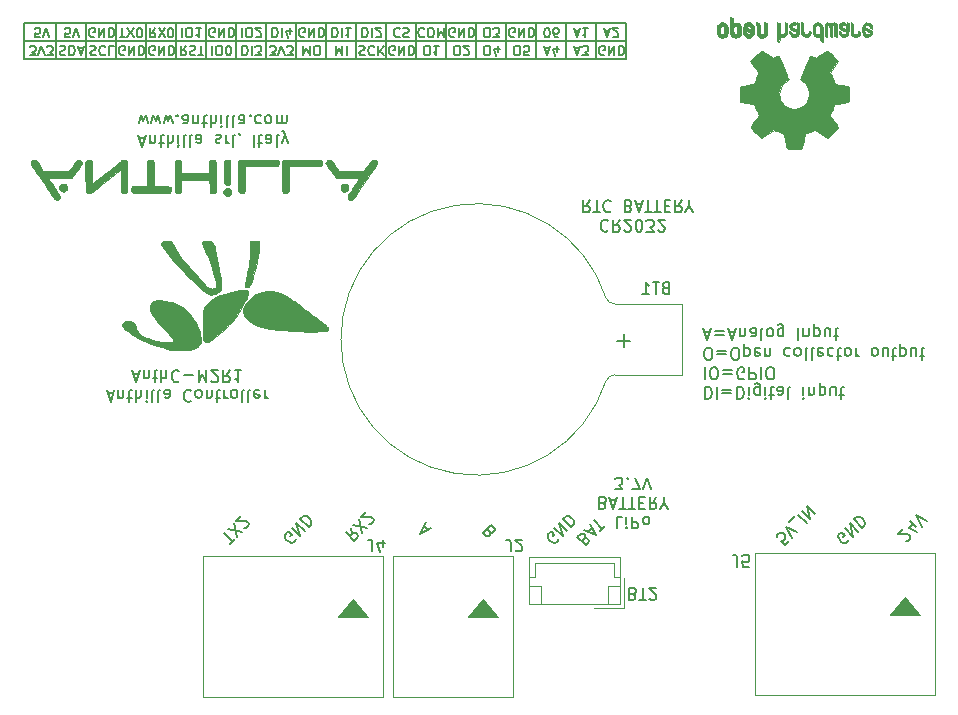
<source format=gbr>
G04 #@! TF.GenerationSoftware,KiCad,Pcbnew,(5.1.9)-1*
G04 #@! TF.CreationDate,2022-02-23T20:10:39+01:00*
G04 #@! TF.ProjectId,AnthC,416e7468-432e-46b6-9963-61645f706362,rev?*
G04 #@! TF.SameCoordinates,Original*
G04 #@! TF.FileFunction,Legend,Bot*
G04 #@! TF.FilePolarity,Positive*
%FSLAX46Y46*%
G04 Gerber Fmt 4.6, Leading zero omitted, Abs format (unit mm)*
G04 Created by KiCad (PCBNEW (5.1.9)-1) date 2022-02-23 20:10:39*
%MOMM*%
%LPD*%
G01*
G04 APERTURE LIST*
%ADD10C,0.150000*%
%ADD11C,0.120000*%
%ADD12C,0.100000*%
%ADD13C,0.010000*%
G04 APERTURE END LIST*
D10*
X193961904Y-132958333D02*
X194438095Y-132958333D01*
X193866666Y-132672619D02*
X194200000Y-133672619D01*
X194533333Y-132672619D01*
X194866666Y-133339285D02*
X194866666Y-132672619D01*
X194866666Y-133244047D02*
X194914285Y-133291666D01*
X195009523Y-133339285D01*
X195152380Y-133339285D01*
X195247619Y-133291666D01*
X195295238Y-133196428D01*
X195295238Y-132672619D01*
X195628571Y-133339285D02*
X196009523Y-133339285D01*
X195771428Y-133672619D02*
X195771428Y-132815476D01*
X195819047Y-132720238D01*
X195914285Y-132672619D01*
X196009523Y-132672619D01*
X196342857Y-132672619D02*
X196342857Y-133672619D01*
X196771428Y-132672619D02*
X196771428Y-133196428D01*
X196723809Y-133291666D01*
X196628571Y-133339285D01*
X196485714Y-133339285D01*
X196390476Y-133291666D01*
X196342857Y-133244047D01*
X197247619Y-132672619D02*
X197247619Y-133339285D01*
X197247619Y-133672619D02*
X197200000Y-133625000D01*
X197247619Y-133577380D01*
X197295238Y-133625000D01*
X197247619Y-133672619D01*
X197247619Y-133577380D01*
X197866666Y-132672619D02*
X197771428Y-132720238D01*
X197723809Y-132815476D01*
X197723809Y-133672619D01*
X198390476Y-132672619D02*
X198295238Y-132720238D01*
X198247619Y-132815476D01*
X198247619Y-133672619D01*
X199200000Y-132672619D02*
X199200000Y-133196428D01*
X199152380Y-133291666D01*
X199057142Y-133339285D01*
X198866666Y-133339285D01*
X198771428Y-133291666D01*
X199200000Y-132720238D02*
X199104761Y-132672619D01*
X198866666Y-132672619D01*
X198771428Y-132720238D01*
X198723809Y-132815476D01*
X198723809Y-132910714D01*
X198771428Y-133005952D01*
X198866666Y-133053571D01*
X199104761Y-133053571D01*
X199200000Y-133101190D01*
X201009523Y-132767857D02*
X200961904Y-132720238D01*
X200819047Y-132672619D01*
X200723809Y-132672619D01*
X200580952Y-132720238D01*
X200485714Y-132815476D01*
X200438095Y-132910714D01*
X200390476Y-133101190D01*
X200390476Y-133244047D01*
X200438095Y-133434523D01*
X200485714Y-133529761D01*
X200580952Y-133625000D01*
X200723809Y-133672619D01*
X200819047Y-133672619D01*
X200961904Y-133625000D01*
X201009523Y-133577380D01*
X201580952Y-132672619D02*
X201485714Y-132720238D01*
X201438095Y-132767857D01*
X201390476Y-132863095D01*
X201390476Y-133148809D01*
X201438095Y-133244047D01*
X201485714Y-133291666D01*
X201580952Y-133339285D01*
X201723809Y-133339285D01*
X201819047Y-133291666D01*
X201866666Y-133244047D01*
X201914285Y-133148809D01*
X201914285Y-132863095D01*
X201866666Y-132767857D01*
X201819047Y-132720238D01*
X201723809Y-132672619D01*
X201580952Y-132672619D01*
X202342857Y-133339285D02*
X202342857Y-132672619D01*
X202342857Y-133244047D02*
X202390476Y-133291666D01*
X202485714Y-133339285D01*
X202628571Y-133339285D01*
X202723809Y-133291666D01*
X202771428Y-133196428D01*
X202771428Y-132672619D01*
X203104761Y-133339285D02*
X203485714Y-133339285D01*
X203247619Y-133672619D02*
X203247619Y-132815476D01*
X203295238Y-132720238D01*
X203390476Y-132672619D01*
X203485714Y-132672619D01*
X203819047Y-132672619D02*
X203819047Y-133339285D01*
X203819047Y-133148809D02*
X203866666Y-133244047D01*
X203914285Y-133291666D01*
X204009523Y-133339285D01*
X204104761Y-133339285D01*
X204580952Y-132672619D02*
X204485714Y-132720238D01*
X204438095Y-132767857D01*
X204390476Y-132863095D01*
X204390476Y-133148809D01*
X204438095Y-133244047D01*
X204485714Y-133291666D01*
X204580952Y-133339285D01*
X204723809Y-133339285D01*
X204819047Y-133291666D01*
X204866666Y-133244047D01*
X204914285Y-133148809D01*
X204914285Y-132863095D01*
X204866666Y-132767857D01*
X204819047Y-132720238D01*
X204723809Y-132672619D01*
X204580952Y-132672619D01*
X205485714Y-132672619D02*
X205390476Y-132720238D01*
X205342857Y-132815476D01*
X205342857Y-133672619D01*
X206009523Y-132672619D02*
X205914285Y-132720238D01*
X205866666Y-132815476D01*
X205866666Y-133672619D01*
X206771428Y-132720238D02*
X206676190Y-132672619D01*
X206485714Y-132672619D01*
X206390476Y-132720238D01*
X206342857Y-132815476D01*
X206342857Y-133196428D01*
X206390476Y-133291666D01*
X206485714Y-133339285D01*
X206676190Y-133339285D01*
X206771428Y-133291666D01*
X206819047Y-133196428D01*
X206819047Y-133101190D01*
X206342857Y-133005952D01*
X207247619Y-132672619D02*
X207247619Y-133339285D01*
X207247619Y-133148809D02*
X207295238Y-133244047D01*
X207342857Y-133291666D01*
X207438095Y-133339285D01*
X207533333Y-133339285D01*
X196128571Y-131308333D02*
X196604761Y-131308333D01*
X196033333Y-131022619D02*
X196366666Y-132022619D01*
X196700000Y-131022619D01*
X197033333Y-131689285D02*
X197033333Y-131022619D01*
X197033333Y-131594047D02*
X197080952Y-131641666D01*
X197176190Y-131689285D01*
X197319047Y-131689285D01*
X197414285Y-131641666D01*
X197461904Y-131546428D01*
X197461904Y-131022619D01*
X197795238Y-131689285D02*
X198176190Y-131689285D01*
X197938095Y-132022619D02*
X197938095Y-131165476D01*
X197985714Y-131070238D01*
X198080952Y-131022619D01*
X198176190Y-131022619D01*
X198509523Y-131022619D02*
X198509523Y-132022619D01*
X198938095Y-131022619D02*
X198938095Y-131546428D01*
X198890476Y-131641666D01*
X198795238Y-131689285D01*
X198652380Y-131689285D01*
X198557142Y-131641666D01*
X198509523Y-131594047D01*
X199985714Y-131117857D02*
X199938095Y-131070238D01*
X199795238Y-131022619D01*
X199700000Y-131022619D01*
X199557142Y-131070238D01*
X199461904Y-131165476D01*
X199414285Y-131260714D01*
X199366666Y-131451190D01*
X199366666Y-131594047D01*
X199414285Y-131784523D01*
X199461904Y-131879761D01*
X199557142Y-131975000D01*
X199700000Y-132022619D01*
X199795238Y-132022619D01*
X199938095Y-131975000D01*
X199985714Y-131927380D01*
X200414285Y-131403571D02*
X201176190Y-131403571D01*
X201652380Y-131022619D02*
X201652380Y-132022619D01*
X201985714Y-131308333D01*
X202319047Y-132022619D01*
X202319047Y-131022619D01*
X202747619Y-131927380D02*
X202795238Y-131975000D01*
X202890476Y-132022619D01*
X203128571Y-132022619D01*
X203223809Y-131975000D01*
X203271428Y-131927380D01*
X203319047Y-131832142D01*
X203319047Y-131736904D01*
X203271428Y-131594047D01*
X202700000Y-131022619D01*
X203319047Y-131022619D01*
X204319047Y-131022619D02*
X203985714Y-131498809D01*
X203747619Y-131022619D02*
X203747619Y-132022619D01*
X204128571Y-132022619D01*
X204223809Y-131975000D01*
X204271428Y-131927380D01*
X204319047Y-131832142D01*
X204319047Y-131689285D01*
X204271428Y-131594047D01*
X204223809Y-131546428D01*
X204128571Y-131498809D01*
X203747619Y-131498809D01*
X205271428Y-131022619D02*
X204700000Y-131022619D01*
X204985714Y-131022619D02*
X204985714Y-132022619D01*
X204890476Y-131879761D01*
X204795238Y-131784523D01*
X204700000Y-131736904D01*
X209864805Y-145342301D02*
X209831133Y-145443316D01*
X209730118Y-145544331D01*
X209595431Y-145611675D01*
X209460744Y-145611675D01*
X209359729Y-145578003D01*
X209191370Y-145476988D01*
X209090355Y-145375973D01*
X208989339Y-145207614D01*
X208955668Y-145106599D01*
X208955668Y-144971912D01*
X209023011Y-144837225D01*
X209090355Y-144769881D01*
X209225042Y-144702538D01*
X209292385Y-144702538D01*
X209528087Y-144938240D01*
X209393400Y-145072927D01*
X209528087Y-144332148D02*
X210235194Y-145039255D01*
X209932148Y-143928087D01*
X210639255Y-144635194D01*
X210268866Y-143591370D02*
X210975973Y-144298477D01*
X211144331Y-144130118D01*
X211211675Y-143995431D01*
X211211675Y-143860744D01*
X211178003Y-143759729D01*
X211076988Y-143591370D01*
X210975973Y-143490355D01*
X210807614Y-143389339D01*
X210706599Y-143355668D01*
X210571912Y-143355668D01*
X210437225Y-143423011D01*
X210268866Y-143591370D01*
X220749492Y-144163790D02*
X221086209Y-144500507D01*
X220884179Y-143894416D02*
X220412774Y-144837225D01*
X221355583Y-144365820D01*
X226300000Y-144701015D02*
X226434687Y-144768358D01*
X226502030Y-144768358D01*
X226603045Y-144734687D01*
X226704061Y-144633671D01*
X226737732Y-144532656D01*
X226737732Y-144465312D01*
X226704061Y-144364297D01*
X226434687Y-144094923D01*
X225727580Y-144802030D01*
X225963282Y-145037732D01*
X226064297Y-145071404D01*
X226131641Y-145071404D01*
X226232656Y-145037732D01*
X226300000Y-144970389D01*
X226333671Y-144869374D01*
X226333671Y-144802030D01*
X226300000Y-144701015D01*
X226064297Y-144465312D01*
X244535595Y-132422619D02*
X244535595Y-133422619D01*
X244773690Y-133422619D01*
X244916547Y-133375000D01*
X245011785Y-133279761D01*
X245059404Y-133184523D01*
X245107023Y-132994047D01*
X245107023Y-132851190D01*
X245059404Y-132660714D01*
X245011785Y-132565476D01*
X244916547Y-132470238D01*
X244773690Y-132422619D01*
X244535595Y-132422619D01*
X245535595Y-132422619D02*
X245535595Y-133422619D01*
X246011785Y-132946428D02*
X246773690Y-132946428D01*
X246773690Y-132660714D02*
X246011785Y-132660714D01*
X247249880Y-132422619D02*
X247249880Y-133422619D01*
X247487976Y-133422619D01*
X247630833Y-133375000D01*
X247726071Y-133279761D01*
X247773690Y-133184523D01*
X247821309Y-132994047D01*
X247821309Y-132851190D01*
X247773690Y-132660714D01*
X247726071Y-132565476D01*
X247630833Y-132470238D01*
X247487976Y-132422619D01*
X247249880Y-132422619D01*
X248249880Y-132422619D02*
X248249880Y-133089285D01*
X248249880Y-133422619D02*
X248202261Y-133375000D01*
X248249880Y-133327380D01*
X248297500Y-133375000D01*
X248249880Y-133422619D01*
X248249880Y-133327380D01*
X249154642Y-133089285D02*
X249154642Y-132279761D01*
X249107023Y-132184523D01*
X249059404Y-132136904D01*
X248964166Y-132089285D01*
X248821309Y-132089285D01*
X248726071Y-132136904D01*
X249154642Y-132470238D02*
X249059404Y-132422619D01*
X248868928Y-132422619D01*
X248773690Y-132470238D01*
X248726071Y-132517857D01*
X248678452Y-132613095D01*
X248678452Y-132898809D01*
X248726071Y-132994047D01*
X248773690Y-133041666D01*
X248868928Y-133089285D01*
X249059404Y-133089285D01*
X249154642Y-133041666D01*
X249630833Y-132422619D02*
X249630833Y-133089285D01*
X249630833Y-133422619D02*
X249583214Y-133375000D01*
X249630833Y-133327380D01*
X249678452Y-133375000D01*
X249630833Y-133422619D01*
X249630833Y-133327380D01*
X249964166Y-133089285D02*
X250345119Y-133089285D01*
X250107023Y-133422619D02*
X250107023Y-132565476D01*
X250154642Y-132470238D01*
X250249880Y-132422619D01*
X250345119Y-132422619D01*
X251107023Y-132422619D02*
X251107023Y-132946428D01*
X251059404Y-133041666D01*
X250964166Y-133089285D01*
X250773690Y-133089285D01*
X250678452Y-133041666D01*
X251107023Y-132470238D02*
X251011785Y-132422619D01*
X250773690Y-132422619D01*
X250678452Y-132470238D01*
X250630833Y-132565476D01*
X250630833Y-132660714D01*
X250678452Y-132755952D01*
X250773690Y-132803571D01*
X251011785Y-132803571D01*
X251107023Y-132851190D01*
X251726071Y-132422619D02*
X251630833Y-132470238D01*
X251583214Y-132565476D01*
X251583214Y-133422619D01*
X252868928Y-132422619D02*
X252868928Y-133089285D01*
X252868928Y-133422619D02*
X252821309Y-133375000D01*
X252868928Y-133327380D01*
X252916547Y-133375000D01*
X252868928Y-133422619D01*
X252868928Y-133327380D01*
X253345119Y-133089285D02*
X253345119Y-132422619D01*
X253345119Y-132994047D02*
X253392738Y-133041666D01*
X253487976Y-133089285D01*
X253630833Y-133089285D01*
X253726071Y-133041666D01*
X253773690Y-132946428D01*
X253773690Y-132422619D01*
X254249880Y-133089285D02*
X254249880Y-132089285D01*
X254249880Y-133041666D02*
X254345119Y-133089285D01*
X254535595Y-133089285D01*
X254630833Y-133041666D01*
X254678452Y-132994047D01*
X254726071Y-132898809D01*
X254726071Y-132613095D01*
X254678452Y-132517857D01*
X254630833Y-132470238D01*
X254535595Y-132422619D01*
X254345119Y-132422619D01*
X254249880Y-132470238D01*
X255583214Y-133089285D02*
X255583214Y-132422619D01*
X255154642Y-133089285D02*
X255154642Y-132565476D01*
X255202261Y-132470238D01*
X255297500Y-132422619D01*
X255440357Y-132422619D01*
X255535595Y-132470238D01*
X255583214Y-132517857D01*
X255916547Y-133089285D02*
X256297500Y-133089285D01*
X256059404Y-133422619D02*
X256059404Y-132565476D01*
X256107023Y-132470238D01*
X256202261Y-132422619D01*
X256297500Y-132422619D01*
X244535595Y-130772619D02*
X244535595Y-131772619D01*
X245202261Y-131772619D02*
X245392738Y-131772619D01*
X245487976Y-131725000D01*
X245583214Y-131629761D01*
X245630833Y-131439285D01*
X245630833Y-131105952D01*
X245583214Y-130915476D01*
X245487976Y-130820238D01*
X245392738Y-130772619D01*
X245202261Y-130772619D01*
X245107023Y-130820238D01*
X245011785Y-130915476D01*
X244964166Y-131105952D01*
X244964166Y-131439285D01*
X245011785Y-131629761D01*
X245107023Y-131725000D01*
X245202261Y-131772619D01*
X246059404Y-131296428D02*
X246821309Y-131296428D01*
X246821309Y-131010714D02*
X246059404Y-131010714D01*
X247821309Y-131725000D02*
X247726071Y-131772619D01*
X247583214Y-131772619D01*
X247440357Y-131725000D01*
X247345119Y-131629761D01*
X247297500Y-131534523D01*
X247249880Y-131344047D01*
X247249880Y-131201190D01*
X247297500Y-131010714D01*
X247345119Y-130915476D01*
X247440357Y-130820238D01*
X247583214Y-130772619D01*
X247678452Y-130772619D01*
X247821309Y-130820238D01*
X247868928Y-130867857D01*
X247868928Y-131201190D01*
X247678452Y-131201190D01*
X248297500Y-130772619D02*
X248297500Y-131772619D01*
X248678452Y-131772619D01*
X248773690Y-131725000D01*
X248821309Y-131677380D01*
X248868928Y-131582142D01*
X248868928Y-131439285D01*
X248821309Y-131344047D01*
X248773690Y-131296428D01*
X248678452Y-131248809D01*
X248297500Y-131248809D01*
X249297500Y-130772619D02*
X249297500Y-131772619D01*
X249964166Y-131772619D02*
X250154642Y-131772619D01*
X250249880Y-131725000D01*
X250345119Y-131629761D01*
X250392738Y-131439285D01*
X250392738Y-131105952D01*
X250345119Y-130915476D01*
X250249880Y-130820238D01*
X250154642Y-130772619D01*
X249964166Y-130772619D01*
X249868928Y-130820238D01*
X249773690Y-130915476D01*
X249726071Y-131105952D01*
X249726071Y-131439285D01*
X249773690Y-131629761D01*
X249868928Y-131725000D01*
X249964166Y-131772619D01*
X244726071Y-130122619D02*
X244916547Y-130122619D01*
X245011785Y-130075000D01*
X245107023Y-129979761D01*
X245154642Y-129789285D01*
X245154642Y-129455952D01*
X245107023Y-129265476D01*
X245011785Y-129170238D01*
X244916547Y-129122619D01*
X244726071Y-129122619D01*
X244630833Y-129170238D01*
X244535595Y-129265476D01*
X244487976Y-129455952D01*
X244487976Y-129789285D01*
X244535595Y-129979761D01*
X244630833Y-130075000D01*
X244726071Y-130122619D01*
X245583214Y-129646428D02*
X246345119Y-129646428D01*
X246345119Y-129360714D02*
X245583214Y-129360714D01*
X247011785Y-130122619D02*
X247202261Y-130122619D01*
X247297500Y-130075000D01*
X247392738Y-129979761D01*
X247440357Y-129789285D01*
X247440357Y-129455952D01*
X247392738Y-129265476D01*
X247297500Y-129170238D01*
X247202261Y-129122619D01*
X247011785Y-129122619D01*
X246916547Y-129170238D01*
X246821309Y-129265476D01*
X246773690Y-129455952D01*
X246773690Y-129789285D01*
X246821309Y-129979761D01*
X246916547Y-130075000D01*
X247011785Y-130122619D01*
X247868928Y-129789285D02*
X247868928Y-128789285D01*
X247868928Y-129741666D02*
X247964166Y-129789285D01*
X248154642Y-129789285D01*
X248249880Y-129741666D01*
X248297500Y-129694047D01*
X248345119Y-129598809D01*
X248345119Y-129313095D01*
X248297500Y-129217857D01*
X248249880Y-129170238D01*
X248154642Y-129122619D01*
X247964166Y-129122619D01*
X247868928Y-129170238D01*
X249154642Y-129170238D02*
X249059404Y-129122619D01*
X248868928Y-129122619D01*
X248773690Y-129170238D01*
X248726071Y-129265476D01*
X248726071Y-129646428D01*
X248773690Y-129741666D01*
X248868928Y-129789285D01*
X249059404Y-129789285D01*
X249154642Y-129741666D01*
X249202261Y-129646428D01*
X249202261Y-129551190D01*
X248726071Y-129455952D01*
X249630833Y-129789285D02*
X249630833Y-129122619D01*
X249630833Y-129694047D02*
X249678452Y-129741666D01*
X249773690Y-129789285D01*
X249916547Y-129789285D01*
X250011785Y-129741666D01*
X250059404Y-129646428D01*
X250059404Y-129122619D01*
X251726071Y-129170238D02*
X251630833Y-129122619D01*
X251440357Y-129122619D01*
X251345119Y-129170238D01*
X251297500Y-129217857D01*
X251249880Y-129313095D01*
X251249880Y-129598809D01*
X251297500Y-129694047D01*
X251345119Y-129741666D01*
X251440357Y-129789285D01*
X251630833Y-129789285D01*
X251726071Y-129741666D01*
X252297500Y-129122619D02*
X252202261Y-129170238D01*
X252154642Y-129217857D01*
X252107023Y-129313095D01*
X252107023Y-129598809D01*
X252154642Y-129694047D01*
X252202261Y-129741666D01*
X252297500Y-129789285D01*
X252440357Y-129789285D01*
X252535595Y-129741666D01*
X252583214Y-129694047D01*
X252630833Y-129598809D01*
X252630833Y-129313095D01*
X252583214Y-129217857D01*
X252535595Y-129170238D01*
X252440357Y-129122619D01*
X252297500Y-129122619D01*
X253202261Y-129122619D02*
X253107023Y-129170238D01*
X253059404Y-129265476D01*
X253059404Y-130122619D01*
X253726071Y-129122619D02*
X253630833Y-129170238D01*
X253583214Y-129265476D01*
X253583214Y-130122619D01*
X254487976Y-129170238D02*
X254392738Y-129122619D01*
X254202261Y-129122619D01*
X254107023Y-129170238D01*
X254059404Y-129265476D01*
X254059404Y-129646428D01*
X254107023Y-129741666D01*
X254202261Y-129789285D01*
X254392738Y-129789285D01*
X254487976Y-129741666D01*
X254535595Y-129646428D01*
X254535595Y-129551190D01*
X254059404Y-129455952D01*
X255392738Y-129170238D02*
X255297500Y-129122619D01*
X255107023Y-129122619D01*
X255011785Y-129170238D01*
X254964166Y-129217857D01*
X254916547Y-129313095D01*
X254916547Y-129598809D01*
X254964166Y-129694047D01*
X255011785Y-129741666D01*
X255107023Y-129789285D01*
X255297500Y-129789285D01*
X255392738Y-129741666D01*
X255678452Y-129789285D02*
X256059404Y-129789285D01*
X255821309Y-130122619D02*
X255821309Y-129265476D01*
X255868928Y-129170238D01*
X255964166Y-129122619D01*
X256059404Y-129122619D01*
X256535595Y-129122619D02*
X256440357Y-129170238D01*
X256392738Y-129217857D01*
X256345119Y-129313095D01*
X256345119Y-129598809D01*
X256392738Y-129694047D01*
X256440357Y-129741666D01*
X256535595Y-129789285D01*
X256678452Y-129789285D01*
X256773690Y-129741666D01*
X256821309Y-129694047D01*
X256868928Y-129598809D01*
X256868928Y-129313095D01*
X256821309Y-129217857D01*
X256773690Y-129170238D01*
X256678452Y-129122619D01*
X256535595Y-129122619D01*
X257297500Y-129122619D02*
X257297500Y-129789285D01*
X257297500Y-129598809D02*
X257345119Y-129694047D01*
X257392738Y-129741666D01*
X257487976Y-129789285D01*
X257583214Y-129789285D01*
X258821309Y-129122619D02*
X258726071Y-129170238D01*
X258678452Y-129217857D01*
X258630833Y-129313095D01*
X258630833Y-129598809D01*
X258678452Y-129694047D01*
X258726071Y-129741666D01*
X258821309Y-129789285D01*
X258964166Y-129789285D01*
X259059404Y-129741666D01*
X259107023Y-129694047D01*
X259154642Y-129598809D01*
X259154642Y-129313095D01*
X259107023Y-129217857D01*
X259059404Y-129170238D01*
X258964166Y-129122619D01*
X258821309Y-129122619D01*
X260011785Y-129789285D02*
X260011785Y-129122619D01*
X259583214Y-129789285D02*
X259583214Y-129265476D01*
X259630833Y-129170238D01*
X259726071Y-129122619D01*
X259868928Y-129122619D01*
X259964166Y-129170238D01*
X260011785Y-129217857D01*
X260345119Y-129789285D02*
X260726071Y-129789285D01*
X260487976Y-130122619D02*
X260487976Y-129265476D01*
X260535595Y-129170238D01*
X260630833Y-129122619D01*
X260726071Y-129122619D01*
X261059404Y-129789285D02*
X261059404Y-128789285D01*
X261059404Y-129741666D02*
X261154642Y-129789285D01*
X261345119Y-129789285D01*
X261440357Y-129741666D01*
X261487976Y-129694047D01*
X261535595Y-129598809D01*
X261535595Y-129313095D01*
X261487976Y-129217857D01*
X261440357Y-129170238D01*
X261345119Y-129122619D01*
X261154642Y-129122619D01*
X261059404Y-129170238D01*
X262392738Y-129789285D02*
X262392738Y-129122619D01*
X261964166Y-129789285D02*
X261964166Y-129265476D01*
X262011785Y-129170238D01*
X262107023Y-129122619D01*
X262249880Y-129122619D01*
X262345119Y-129170238D01*
X262392738Y-129217857D01*
X262726071Y-129789285D02*
X263107023Y-129789285D01*
X262868928Y-130122619D02*
X262868928Y-129265476D01*
X262916547Y-129170238D01*
X263011785Y-129122619D01*
X263107023Y-129122619D01*
X244487976Y-127758333D02*
X244964166Y-127758333D01*
X244392738Y-127472619D02*
X244726071Y-128472619D01*
X245059404Y-127472619D01*
X245392738Y-127996428D02*
X246154642Y-127996428D01*
X246154642Y-127710714D02*
X245392738Y-127710714D01*
X246583214Y-127758333D02*
X247059404Y-127758333D01*
X246487976Y-127472619D02*
X246821309Y-128472619D01*
X247154642Y-127472619D01*
X247487976Y-128139285D02*
X247487976Y-127472619D01*
X247487976Y-128044047D02*
X247535595Y-128091666D01*
X247630833Y-128139285D01*
X247773690Y-128139285D01*
X247868928Y-128091666D01*
X247916547Y-127996428D01*
X247916547Y-127472619D01*
X248821309Y-127472619D02*
X248821309Y-127996428D01*
X248773690Y-128091666D01*
X248678452Y-128139285D01*
X248487976Y-128139285D01*
X248392738Y-128091666D01*
X248821309Y-127520238D02*
X248726071Y-127472619D01*
X248487976Y-127472619D01*
X248392738Y-127520238D01*
X248345119Y-127615476D01*
X248345119Y-127710714D01*
X248392738Y-127805952D01*
X248487976Y-127853571D01*
X248726071Y-127853571D01*
X248821309Y-127901190D01*
X249440357Y-127472619D02*
X249345119Y-127520238D01*
X249297500Y-127615476D01*
X249297500Y-128472619D01*
X249964166Y-127472619D02*
X249868928Y-127520238D01*
X249821309Y-127567857D01*
X249773690Y-127663095D01*
X249773690Y-127948809D01*
X249821309Y-128044047D01*
X249868928Y-128091666D01*
X249964166Y-128139285D01*
X250107023Y-128139285D01*
X250202261Y-128091666D01*
X250249880Y-128044047D01*
X250297500Y-127948809D01*
X250297500Y-127663095D01*
X250249880Y-127567857D01*
X250202261Y-127520238D01*
X250107023Y-127472619D01*
X249964166Y-127472619D01*
X251154642Y-128139285D02*
X251154642Y-127329761D01*
X251107023Y-127234523D01*
X251059404Y-127186904D01*
X250964166Y-127139285D01*
X250821309Y-127139285D01*
X250726071Y-127186904D01*
X251154642Y-127520238D02*
X251059404Y-127472619D01*
X250868928Y-127472619D01*
X250773690Y-127520238D01*
X250726071Y-127567857D01*
X250678452Y-127663095D01*
X250678452Y-127948809D01*
X250726071Y-128044047D01*
X250773690Y-128091666D01*
X250868928Y-128139285D01*
X251059404Y-128139285D01*
X251154642Y-128091666D01*
X252392738Y-127472619D02*
X252392738Y-128472619D01*
X252868928Y-128139285D02*
X252868928Y-127472619D01*
X252868928Y-128044047D02*
X252916547Y-128091666D01*
X253011785Y-128139285D01*
X253154642Y-128139285D01*
X253249880Y-128091666D01*
X253297500Y-127996428D01*
X253297500Y-127472619D01*
X253773690Y-128139285D02*
X253773690Y-127139285D01*
X253773690Y-128091666D02*
X253868928Y-128139285D01*
X254059404Y-128139285D01*
X254154642Y-128091666D01*
X254202261Y-128044047D01*
X254249880Y-127948809D01*
X254249880Y-127663095D01*
X254202261Y-127567857D01*
X254154642Y-127520238D01*
X254059404Y-127472619D01*
X253868928Y-127472619D01*
X253773690Y-127520238D01*
X255107023Y-128139285D02*
X255107023Y-127472619D01*
X254678452Y-128139285D02*
X254678452Y-127615476D01*
X254726071Y-127520238D01*
X254821309Y-127472619D01*
X254964166Y-127472619D01*
X255059404Y-127520238D01*
X255107023Y-127567857D01*
X255440357Y-128139285D02*
X255821309Y-128139285D01*
X255583214Y-128472619D02*
X255583214Y-127615476D01*
X255630833Y-127520238D01*
X255726071Y-127472619D01*
X255821309Y-127472619D01*
X192477619Y-103576190D02*
X192591904Y-103538095D01*
X192782380Y-103538095D01*
X192858571Y-103576190D01*
X192896666Y-103614285D01*
X192934761Y-103690476D01*
X192934761Y-103766666D01*
X192896666Y-103842857D01*
X192858571Y-103880952D01*
X192782380Y-103919047D01*
X192630000Y-103957142D01*
X192553809Y-103995238D01*
X192515714Y-104033333D01*
X192477619Y-104109523D01*
X192477619Y-104185714D01*
X192515714Y-104261904D01*
X192553809Y-104300000D01*
X192630000Y-104338095D01*
X192820476Y-104338095D01*
X192934761Y-104300000D01*
X193734761Y-103614285D02*
X193696666Y-103576190D01*
X193582380Y-103538095D01*
X193506190Y-103538095D01*
X193391904Y-103576190D01*
X193315714Y-103652380D01*
X193277619Y-103728571D01*
X193239523Y-103880952D01*
X193239523Y-103995238D01*
X193277619Y-104147619D01*
X193315714Y-104223809D01*
X193391904Y-104300000D01*
X193506190Y-104338095D01*
X193582380Y-104338095D01*
X193696666Y-104300000D01*
X193734761Y-104261904D01*
X194458571Y-103538095D02*
X194077619Y-103538095D01*
X194077619Y-104338095D01*
X236000476Y-104300000D02*
X235924285Y-104338095D01*
X235810000Y-104338095D01*
X235695714Y-104300000D01*
X235619523Y-104223809D01*
X235581428Y-104147619D01*
X235543333Y-103995238D01*
X235543333Y-103880952D01*
X235581428Y-103728571D01*
X235619523Y-103652380D01*
X235695714Y-103576190D01*
X235810000Y-103538095D01*
X235886190Y-103538095D01*
X236000476Y-103576190D01*
X236038571Y-103614285D01*
X236038571Y-103880952D01*
X235886190Y-103880952D01*
X236381428Y-103538095D02*
X236381428Y-104338095D01*
X236838571Y-103538095D01*
X236838571Y-104338095D01*
X237219523Y-103538095D02*
X237219523Y-104338095D01*
X237410000Y-104338095D01*
X237524285Y-104300000D01*
X237600476Y-104223809D01*
X237638571Y-104147619D01*
X237676666Y-103995238D01*
X237676666Y-103880952D01*
X237638571Y-103728571D01*
X237600476Y-103652380D01*
X237524285Y-103576190D01*
X237410000Y-103538095D01*
X237219523Y-103538095D01*
X223452857Y-104338095D02*
X223605238Y-104338095D01*
X223681428Y-104300000D01*
X223757619Y-104223809D01*
X223795714Y-104071428D01*
X223795714Y-103804761D01*
X223757619Y-103652380D01*
X223681428Y-103576190D01*
X223605238Y-103538095D01*
X223452857Y-103538095D01*
X223376666Y-103576190D01*
X223300476Y-103652380D01*
X223262380Y-103804761D01*
X223262380Y-104071428D01*
X223300476Y-104223809D01*
X223376666Y-104300000D01*
X223452857Y-104338095D01*
X224100476Y-104261904D02*
X224138571Y-104300000D01*
X224214761Y-104338095D01*
X224405238Y-104338095D01*
X224481428Y-104300000D01*
X224519523Y-104261904D01*
X224557619Y-104185714D01*
X224557619Y-104109523D01*
X224519523Y-103995238D01*
X224062380Y-103538095D01*
X224557619Y-103538095D01*
X218220476Y-104300000D02*
X218144285Y-104338095D01*
X218030000Y-104338095D01*
X217915714Y-104300000D01*
X217839523Y-104223809D01*
X217801428Y-104147619D01*
X217763333Y-103995238D01*
X217763333Y-103880952D01*
X217801428Y-103728571D01*
X217839523Y-103652380D01*
X217915714Y-103576190D01*
X218030000Y-103538095D01*
X218106190Y-103538095D01*
X218220476Y-103576190D01*
X218258571Y-103614285D01*
X218258571Y-103880952D01*
X218106190Y-103880952D01*
X218601428Y-103538095D02*
X218601428Y-104338095D01*
X219058571Y-103538095D01*
X219058571Y-104338095D01*
X219439523Y-103538095D02*
X219439523Y-104338095D01*
X219630000Y-104338095D01*
X219744285Y-104300000D01*
X219820476Y-104223809D01*
X219858571Y-104147619D01*
X219896666Y-103995238D01*
X219896666Y-103880952D01*
X219858571Y-103728571D01*
X219820476Y-103652380D01*
X219744285Y-103576190D01*
X219630000Y-103538095D01*
X219439523Y-103538095D01*
X210524285Y-103538095D02*
X210524285Y-104338095D01*
X210790952Y-103766666D01*
X211057619Y-104338095D01*
X211057619Y-103538095D01*
X211590952Y-104338095D02*
X211743333Y-104338095D01*
X211819523Y-104300000D01*
X211895714Y-104223809D01*
X211933809Y-104071428D01*
X211933809Y-103804761D01*
X211895714Y-103652380D01*
X211819523Y-103576190D01*
X211743333Y-103538095D01*
X211590952Y-103538095D01*
X211514761Y-103576190D01*
X211438571Y-103652380D01*
X211400476Y-103804761D01*
X211400476Y-104071428D01*
X211438571Y-104223809D01*
X211514761Y-104300000D01*
X211590952Y-104338095D01*
X197995714Y-102038095D02*
X197729047Y-102419047D01*
X197538571Y-102038095D02*
X197538571Y-102838095D01*
X197843333Y-102838095D01*
X197919523Y-102800000D01*
X197957619Y-102761904D01*
X197995714Y-102685714D01*
X197995714Y-102571428D01*
X197957619Y-102495238D01*
X197919523Y-102457142D01*
X197843333Y-102419047D01*
X197538571Y-102419047D01*
X198262380Y-102838095D02*
X198795714Y-102038095D01*
X198795714Y-102838095D02*
X198262380Y-102038095D01*
X199252857Y-102838095D02*
X199329047Y-102838095D01*
X199405238Y-102800000D01*
X199443333Y-102761904D01*
X199481428Y-102685714D01*
X199519523Y-102533333D01*
X199519523Y-102342857D01*
X199481428Y-102190476D01*
X199443333Y-102114285D01*
X199405238Y-102076190D01*
X199329047Y-102038095D01*
X199252857Y-102038095D01*
X199176666Y-102076190D01*
X199138571Y-102114285D01*
X199100476Y-102190476D01*
X199062380Y-102342857D01*
X199062380Y-102533333D01*
X199100476Y-102685714D01*
X199138571Y-102761904D01*
X199176666Y-102800000D01*
X199252857Y-102838095D01*
X197900476Y-104300000D02*
X197824285Y-104338095D01*
X197710000Y-104338095D01*
X197595714Y-104300000D01*
X197519523Y-104223809D01*
X197481428Y-104147619D01*
X197443333Y-103995238D01*
X197443333Y-103880952D01*
X197481428Y-103728571D01*
X197519523Y-103652380D01*
X197595714Y-103576190D01*
X197710000Y-103538095D01*
X197786190Y-103538095D01*
X197900476Y-103576190D01*
X197938571Y-103614285D01*
X197938571Y-103880952D01*
X197786190Y-103880952D01*
X198281428Y-103538095D02*
X198281428Y-104338095D01*
X198738571Y-103538095D01*
X198738571Y-104338095D01*
X199119523Y-103538095D02*
X199119523Y-104338095D01*
X199310000Y-104338095D01*
X199424285Y-104300000D01*
X199500476Y-104223809D01*
X199538571Y-104147619D01*
X199576666Y-103995238D01*
X199576666Y-103880952D01*
X199538571Y-103728571D01*
X199500476Y-103652380D01*
X199424285Y-103576190D01*
X199310000Y-103538095D01*
X199119523Y-103538095D01*
X187359523Y-104338095D02*
X187854761Y-104338095D01*
X187588095Y-104033333D01*
X187702380Y-104033333D01*
X187778571Y-103995238D01*
X187816666Y-103957142D01*
X187854761Y-103880952D01*
X187854761Y-103690476D01*
X187816666Y-103614285D01*
X187778571Y-103576190D01*
X187702380Y-103538095D01*
X187473809Y-103538095D01*
X187397619Y-103576190D01*
X187359523Y-103614285D01*
X188083333Y-104338095D02*
X188350000Y-103538095D01*
X188616666Y-104338095D01*
X188807142Y-104338095D02*
X189302380Y-104338095D01*
X189035714Y-104033333D01*
X189150000Y-104033333D01*
X189226190Y-103995238D01*
X189264285Y-103957142D01*
X189302380Y-103880952D01*
X189302380Y-103690476D01*
X189264285Y-103614285D01*
X189226190Y-103576190D01*
X189150000Y-103538095D01*
X188921428Y-103538095D01*
X188845238Y-103576190D01*
X188807142Y-103614285D01*
X196661904Y-111358333D02*
X197138095Y-111358333D01*
X196566666Y-111072619D02*
X196900000Y-112072619D01*
X197233333Y-111072619D01*
X197566666Y-111739285D02*
X197566666Y-111072619D01*
X197566666Y-111644047D02*
X197614285Y-111691666D01*
X197709523Y-111739285D01*
X197852380Y-111739285D01*
X197947619Y-111691666D01*
X197995238Y-111596428D01*
X197995238Y-111072619D01*
X198328571Y-111739285D02*
X198709523Y-111739285D01*
X198471428Y-112072619D02*
X198471428Y-111215476D01*
X198519047Y-111120238D01*
X198614285Y-111072619D01*
X198709523Y-111072619D01*
X199042857Y-111072619D02*
X199042857Y-112072619D01*
X199471428Y-111072619D02*
X199471428Y-111596428D01*
X199423809Y-111691666D01*
X199328571Y-111739285D01*
X199185714Y-111739285D01*
X199090476Y-111691666D01*
X199042857Y-111644047D01*
X199947619Y-111072619D02*
X199947619Y-111739285D01*
X199947619Y-112072619D02*
X199900000Y-112025000D01*
X199947619Y-111977380D01*
X199995238Y-112025000D01*
X199947619Y-112072619D01*
X199947619Y-111977380D01*
X200566666Y-111072619D02*
X200471428Y-111120238D01*
X200423809Y-111215476D01*
X200423809Y-112072619D01*
X201090476Y-111072619D02*
X200995238Y-111120238D01*
X200947619Y-111215476D01*
X200947619Y-112072619D01*
X201900000Y-111072619D02*
X201900000Y-111596428D01*
X201852380Y-111691666D01*
X201757142Y-111739285D01*
X201566666Y-111739285D01*
X201471428Y-111691666D01*
X201900000Y-111120238D02*
X201804761Y-111072619D01*
X201566666Y-111072619D01*
X201471428Y-111120238D01*
X201423809Y-111215476D01*
X201423809Y-111310714D01*
X201471428Y-111405952D01*
X201566666Y-111453571D01*
X201804761Y-111453571D01*
X201900000Y-111501190D01*
X203090476Y-111120238D02*
X203185714Y-111072619D01*
X203376190Y-111072619D01*
X203471428Y-111120238D01*
X203519047Y-111215476D01*
X203519047Y-111263095D01*
X203471428Y-111358333D01*
X203376190Y-111405952D01*
X203233333Y-111405952D01*
X203138095Y-111453571D01*
X203090476Y-111548809D01*
X203090476Y-111596428D01*
X203138095Y-111691666D01*
X203233333Y-111739285D01*
X203376190Y-111739285D01*
X203471428Y-111691666D01*
X203947619Y-111072619D02*
X203947619Y-111739285D01*
X203947619Y-111548809D02*
X203995238Y-111644047D01*
X204042857Y-111691666D01*
X204138095Y-111739285D01*
X204233333Y-111739285D01*
X204709523Y-111072619D02*
X204614285Y-111120238D01*
X204566666Y-111215476D01*
X204566666Y-112072619D01*
X205138095Y-111120238D02*
X205138095Y-111072619D01*
X205090476Y-110977380D01*
X205042857Y-110929761D01*
X206328571Y-111072619D02*
X206328571Y-112072619D01*
X206661904Y-111739285D02*
X207042857Y-111739285D01*
X206804761Y-112072619D02*
X206804761Y-111215476D01*
X206852380Y-111120238D01*
X206947619Y-111072619D01*
X207042857Y-111072619D01*
X207804761Y-111072619D02*
X207804761Y-111596428D01*
X207757142Y-111691666D01*
X207661904Y-111739285D01*
X207471428Y-111739285D01*
X207376190Y-111691666D01*
X207804761Y-111120238D02*
X207709523Y-111072619D01*
X207471428Y-111072619D01*
X207376190Y-111120238D01*
X207328571Y-111215476D01*
X207328571Y-111310714D01*
X207376190Y-111405952D01*
X207471428Y-111453571D01*
X207709523Y-111453571D01*
X207804761Y-111501190D01*
X208423809Y-111072619D02*
X208328571Y-111120238D01*
X208280952Y-111215476D01*
X208280952Y-112072619D01*
X208709523Y-111739285D02*
X208947619Y-111072619D01*
X209185714Y-111739285D02*
X208947619Y-111072619D01*
X208852380Y-110834523D01*
X208804761Y-110786904D01*
X208709523Y-110739285D01*
X196590476Y-110089285D02*
X196780952Y-109422619D01*
X196971428Y-109898809D01*
X197161904Y-109422619D01*
X197352380Y-110089285D01*
X197638095Y-110089285D02*
X197828571Y-109422619D01*
X198019047Y-109898809D01*
X198209523Y-109422619D01*
X198400000Y-110089285D01*
X198685714Y-110089285D02*
X198876190Y-109422619D01*
X199066666Y-109898809D01*
X199257142Y-109422619D01*
X199447619Y-110089285D01*
X199828571Y-109517857D02*
X199876190Y-109470238D01*
X199828571Y-109422619D01*
X199780952Y-109470238D01*
X199828571Y-109517857D01*
X199828571Y-109422619D01*
X200733333Y-109422619D02*
X200733333Y-109946428D01*
X200685714Y-110041666D01*
X200590476Y-110089285D01*
X200400000Y-110089285D01*
X200304761Y-110041666D01*
X200733333Y-109470238D02*
X200638095Y-109422619D01*
X200400000Y-109422619D01*
X200304761Y-109470238D01*
X200257142Y-109565476D01*
X200257142Y-109660714D01*
X200304761Y-109755952D01*
X200400000Y-109803571D01*
X200638095Y-109803571D01*
X200733333Y-109851190D01*
X201209523Y-110089285D02*
X201209523Y-109422619D01*
X201209523Y-109994047D02*
X201257142Y-110041666D01*
X201352380Y-110089285D01*
X201495238Y-110089285D01*
X201590476Y-110041666D01*
X201638095Y-109946428D01*
X201638095Y-109422619D01*
X201971428Y-110089285D02*
X202352380Y-110089285D01*
X202114285Y-110422619D02*
X202114285Y-109565476D01*
X202161904Y-109470238D01*
X202257142Y-109422619D01*
X202352380Y-109422619D01*
X202685714Y-109422619D02*
X202685714Y-110422619D01*
X203114285Y-109422619D02*
X203114285Y-109946428D01*
X203066666Y-110041666D01*
X202971428Y-110089285D01*
X202828571Y-110089285D01*
X202733333Y-110041666D01*
X202685714Y-109994047D01*
X203590476Y-109422619D02*
X203590476Y-110089285D01*
X203590476Y-110422619D02*
X203542857Y-110375000D01*
X203590476Y-110327380D01*
X203638095Y-110375000D01*
X203590476Y-110422619D01*
X203590476Y-110327380D01*
X204209523Y-109422619D02*
X204114285Y-109470238D01*
X204066666Y-109565476D01*
X204066666Y-110422619D01*
X204733333Y-109422619D02*
X204638095Y-109470238D01*
X204590476Y-109565476D01*
X204590476Y-110422619D01*
X205542857Y-109422619D02*
X205542857Y-109946428D01*
X205495238Y-110041666D01*
X205400000Y-110089285D01*
X205209523Y-110089285D01*
X205114285Y-110041666D01*
X205542857Y-109470238D02*
X205447619Y-109422619D01*
X205209523Y-109422619D01*
X205114285Y-109470238D01*
X205066666Y-109565476D01*
X205066666Y-109660714D01*
X205114285Y-109755952D01*
X205209523Y-109803571D01*
X205447619Y-109803571D01*
X205542857Y-109851190D01*
X206019047Y-109517857D02*
X206066666Y-109470238D01*
X206019047Y-109422619D01*
X205971428Y-109470238D01*
X206019047Y-109517857D01*
X206019047Y-109422619D01*
X206923809Y-109470238D02*
X206828571Y-109422619D01*
X206638095Y-109422619D01*
X206542857Y-109470238D01*
X206495238Y-109517857D01*
X206447619Y-109613095D01*
X206447619Y-109898809D01*
X206495238Y-109994047D01*
X206542857Y-110041666D01*
X206638095Y-110089285D01*
X206828571Y-110089285D01*
X206923809Y-110041666D01*
X207495238Y-109422619D02*
X207400000Y-109470238D01*
X207352380Y-109517857D01*
X207304761Y-109613095D01*
X207304761Y-109898809D01*
X207352380Y-109994047D01*
X207400000Y-110041666D01*
X207495238Y-110089285D01*
X207638095Y-110089285D01*
X207733333Y-110041666D01*
X207780952Y-109994047D01*
X207828571Y-109898809D01*
X207828571Y-109613095D01*
X207780952Y-109517857D01*
X207733333Y-109470238D01*
X207638095Y-109422619D01*
X207495238Y-109422619D01*
X208257142Y-109422619D02*
X208257142Y-110089285D01*
X208257142Y-109994047D02*
X208304761Y-110041666D01*
X208400000Y-110089285D01*
X208542857Y-110089285D01*
X208638095Y-110041666D01*
X208685714Y-109946428D01*
X208685714Y-109422619D01*
X208685714Y-109946428D02*
X208733333Y-110041666D01*
X208828571Y-110089285D01*
X208971428Y-110089285D01*
X209066666Y-110041666D01*
X209114285Y-109946428D01*
X209114285Y-109422619D01*
X200250000Y-102038095D02*
X200250000Y-102838095D01*
X200783333Y-102838095D02*
X200935714Y-102838095D01*
X201011904Y-102800000D01*
X201088095Y-102723809D01*
X201126190Y-102571428D01*
X201126190Y-102304761D01*
X201088095Y-102152380D01*
X201011904Y-102076190D01*
X200935714Y-102038095D01*
X200783333Y-102038095D01*
X200707142Y-102076190D01*
X200630952Y-102152380D01*
X200592857Y-102304761D01*
X200592857Y-102571428D01*
X200630952Y-102723809D01*
X200707142Y-102800000D01*
X200783333Y-102838095D01*
X201888095Y-102038095D02*
X201430952Y-102038095D01*
X201659523Y-102038095D02*
X201659523Y-102838095D01*
X201583333Y-102723809D01*
X201507142Y-102647619D01*
X201430952Y-102609523D01*
X190737619Y-102838095D02*
X190356666Y-102838095D01*
X190318571Y-102457142D01*
X190356666Y-102495238D01*
X190432857Y-102533333D01*
X190623333Y-102533333D01*
X190699523Y-102495238D01*
X190737619Y-102457142D01*
X190775714Y-102380952D01*
X190775714Y-102190476D01*
X190737619Y-102114285D01*
X190699523Y-102076190D01*
X190623333Y-102038095D01*
X190432857Y-102038095D01*
X190356666Y-102076190D01*
X190318571Y-102114285D01*
X191004285Y-102838095D02*
X191270952Y-102038095D01*
X191537619Y-102838095D01*
X220912857Y-104338095D02*
X221065238Y-104338095D01*
X221141428Y-104300000D01*
X221217619Y-104223809D01*
X221255714Y-104071428D01*
X221255714Y-103804761D01*
X221217619Y-103652380D01*
X221141428Y-103576190D01*
X221065238Y-103538095D01*
X220912857Y-103538095D01*
X220836666Y-103576190D01*
X220760476Y-103652380D01*
X220722380Y-103804761D01*
X220722380Y-104071428D01*
X220760476Y-104223809D01*
X220836666Y-104300000D01*
X220912857Y-104338095D01*
X222017619Y-103538095D02*
X221560476Y-103538095D01*
X221789047Y-103538095D02*
X221789047Y-104338095D01*
X221712857Y-104223809D01*
X221636666Y-104147619D01*
X221560476Y-104109523D01*
X188197619Y-102838095D02*
X187816666Y-102838095D01*
X187778571Y-102457142D01*
X187816666Y-102495238D01*
X187892857Y-102533333D01*
X188083333Y-102533333D01*
X188159523Y-102495238D01*
X188197619Y-102457142D01*
X188235714Y-102380952D01*
X188235714Y-102190476D01*
X188197619Y-102114285D01*
X188159523Y-102076190D01*
X188083333Y-102038095D01*
X187892857Y-102038095D01*
X187816666Y-102076190D01*
X187778571Y-102114285D01*
X188464285Y-102838095D02*
X188730952Y-102038095D01*
X188997619Y-102838095D01*
X233498571Y-103766666D02*
X233879523Y-103766666D01*
X233422380Y-103538095D02*
X233689047Y-104338095D01*
X233955714Y-103538095D01*
X234146190Y-104338095D02*
X234641428Y-104338095D01*
X234374761Y-104033333D01*
X234489047Y-104033333D01*
X234565238Y-103995238D01*
X234603333Y-103957142D01*
X234641428Y-103880952D01*
X234641428Y-103690476D01*
X234603333Y-103614285D01*
X234565238Y-103576190D01*
X234489047Y-103538095D01*
X234260476Y-103538095D01*
X234184285Y-103576190D01*
X234146190Y-103614285D01*
X228532857Y-104338095D02*
X228685238Y-104338095D01*
X228761428Y-104300000D01*
X228837619Y-104223809D01*
X228875714Y-104071428D01*
X228875714Y-103804761D01*
X228837619Y-103652380D01*
X228761428Y-103576190D01*
X228685238Y-103538095D01*
X228532857Y-103538095D01*
X228456666Y-103576190D01*
X228380476Y-103652380D01*
X228342380Y-103804761D01*
X228342380Y-104071428D01*
X228380476Y-104223809D01*
X228456666Y-104300000D01*
X228532857Y-104338095D01*
X229599523Y-104338095D02*
X229218571Y-104338095D01*
X229180476Y-103957142D01*
X229218571Y-103995238D01*
X229294761Y-104033333D01*
X229485238Y-104033333D01*
X229561428Y-103995238D01*
X229599523Y-103957142D01*
X229637619Y-103880952D01*
X229637619Y-103690476D01*
X229599523Y-103614285D01*
X229561428Y-103576190D01*
X229485238Y-103538095D01*
X229294761Y-103538095D01*
X229218571Y-103576190D01*
X229180476Y-103614285D01*
X225992857Y-104338095D02*
X226145238Y-104338095D01*
X226221428Y-104300000D01*
X226297619Y-104223809D01*
X226335714Y-104071428D01*
X226335714Y-103804761D01*
X226297619Y-103652380D01*
X226221428Y-103576190D01*
X226145238Y-103538095D01*
X225992857Y-103538095D01*
X225916666Y-103576190D01*
X225840476Y-103652380D01*
X225802380Y-103804761D01*
X225802380Y-104071428D01*
X225840476Y-104223809D01*
X225916666Y-104300000D01*
X225992857Y-104338095D01*
X227021428Y-104071428D02*
X227021428Y-103538095D01*
X226830952Y-104376190D02*
X226640476Y-103804761D01*
X227135714Y-103804761D01*
X230958571Y-103766666D02*
X231339523Y-103766666D01*
X230882380Y-103538095D02*
X231149047Y-104338095D01*
X231415714Y-103538095D01*
X232025238Y-104071428D02*
X232025238Y-103538095D01*
X231834761Y-104376190D02*
X231644285Y-103804761D01*
X232139523Y-103804761D01*
X205349047Y-103538095D02*
X205349047Y-104338095D01*
X205539523Y-104338095D01*
X205653809Y-104300000D01*
X205730000Y-104223809D01*
X205768095Y-104147619D01*
X205806190Y-103995238D01*
X205806190Y-103880952D01*
X205768095Y-103728571D01*
X205730000Y-103652380D01*
X205653809Y-103576190D01*
X205539523Y-103538095D01*
X205349047Y-103538095D01*
X206149047Y-103538095D02*
X206149047Y-104338095D01*
X206453809Y-104338095D02*
X206949047Y-104338095D01*
X206682380Y-104033333D01*
X206796666Y-104033333D01*
X206872857Y-103995238D01*
X206910952Y-103957142D01*
X206949047Y-103880952D01*
X206949047Y-103690476D01*
X206910952Y-103614285D01*
X206872857Y-103576190D01*
X206796666Y-103538095D01*
X206568095Y-103538095D01*
X206491904Y-103576190D01*
X206453809Y-103614285D01*
X195360476Y-104300000D02*
X195284285Y-104338095D01*
X195170000Y-104338095D01*
X195055714Y-104300000D01*
X194979523Y-104223809D01*
X194941428Y-104147619D01*
X194903333Y-103995238D01*
X194903333Y-103880952D01*
X194941428Y-103728571D01*
X194979523Y-103652380D01*
X195055714Y-103576190D01*
X195170000Y-103538095D01*
X195246190Y-103538095D01*
X195360476Y-103576190D01*
X195398571Y-103614285D01*
X195398571Y-103880952D01*
X195246190Y-103880952D01*
X195741428Y-103538095D02*
X195741428Y-104338095D01*
X196198571Y-103538095D01*
X196198571Y-104338095D01*
X196579523Y-103538095D02*
X196579523Y-104338095D01*
X196770000Y-104338095D01*
X196884285Y-104300000D01*
X196960476Y-104223809D01*
X196998571Y-104147619D01*
X197036666Y-103995238D01*
X197036666Y-103880952D01*
X196998571Y-103728571D01*
X196960476Y-103652380D01*
X196884285Y-103576190D01*
X196770000Y-103538095D01*
X196579523Y-103538095D01*
X189918571Y-103576190D02*
X190032857Y-103538095D01*
X190223333Y-103538095D01*
X190299523Y-103576190D01*
X190337619Y-103614285D01*
X190375714Y-103690476D01*
X190375714Y-103766666D01*
X190337619Y-103842857D01*
X190299523Y-103880952D01*
X190223333Y-103919047D01*
X190070952Y-103957142D01*
X189994761Y-103995238D01*
X189956666Y-104033333D01*
X189918571Y-104109523D01*
X189918571Y-104185714D01*
X189956666Y-104261904D01*
X189994761Y-104300000D01*
X190070952Y-104338095D01*
X190261428Y-104338095D01*
X190375714Y-104300000D01*
X190718571Y-103538095D02*
X190718571Y-104338095D01*
X190909047Y-104338095D01*
X191023333Y-104300000D01*
X191099523Y-104223809D01*
X191137619Y-104147619D01*
X191175714Y-103995238D01*
X191175714Y-103880952D01*
X191137619Y-103728571D01*
X191099523Y-103652380D01*
X191023333Y-103576190D01*
X190909047Y-103538095D01*
X190718571Y-103538095D01*
X191480476Y-103766666D02*
X191861428Y-103766666D01*
X191404285Y-103538095D02*
X191670952Y-104338095D01*
X191937619Y-103538095D01*
X194979523Y-102838095D02*
X195436666Y-102838095D01*
X195208095Y-102038095D02*
X195208095Y-102838095D01*
X195627142Y-102838095D02*
X196160476Y-102038095D01*
X196160476Y-102838095D02*
X195627142Y-102038095D01*
X196617619Y-102838095D02*
X196693809Y-102838095D01*
X196770000Y-102800000D01*
X196808095Y-102761904D01*
X196846190Y-102685714D01*
X196884285Y-102533333D01*
X196884285Y-102342857D01*
X196846190Y-102190476D01*
X196808095Y-102114285D01*
X196770000Y-102076190D01*
X196693809Y-102038095D01*
X196617619Y-102038095D01*
X196541428Y-102076190D01*
X196503333Y-102114285D01*
X196465238Y-102190476D01*
X196427142Y-102342857D01*
X196427142Y-102533333D01*
X196465238Y-102685714D01*
X196503333Y-102761904D01*
X196541428Y-102800000D01*
X196617619Y-102838095D01*
X207679523Y-104338095D02*
X208174761Y-104338095D01*
X207908095Y-104033333D01*
X208022380Y-104033333D01*
X208098571Y-103995238D01*
X208136666Y-103957142D01*
X208174761Y-103880952D01*
X208174761Y-103690476D01*
X208136666Y-103614285D01*
X208098571Y-103576190D01*
X208022380Y-103538095D01*
X207793809Y-103538095D01*
X207717619Y-103576190D01*
X207679523Y-103614285D01*
X208403333Y-104338095D02*
X208670000Y-103538095D01*
X208936666Y-104338095D01*
X209127142Y-104338095D02*
X209622380Y-104338095D01*
X209355714Y-104033333D01*
X209470000Y-104033333D01*
X209546190Y-103995238D01*
X209584285Y-103957142D01*
X209622380Y-103880952D01*
X209622380Y-103690476D01*
X209584285Y-103614285D01*
X209546190Y-103576190D01*
X209470000Y-103538095D01*
X209241428Y-103538095D01*
X209165238Y-103576190D01*
X209127142Y-103614285D01*
X232114805Y-145342301D02*
X232081133Y-145443316D01*
X231980118Y-145544331D01*
X231845431Y-145611675D01*
X231710744Y-145611675D01*
X231609729Y-145578003D01*
X231441370Y-145476988D01*
X231340355Y-145375973D01*
X231239339Y-145207614D01*
X231205668Y-145106599D01*
X231205668Y-144971912D01*
X231273011Y-144837225D01*
X231340355Y-144769881D01*
X231475042Y-144702538D01*
X231542385Y-144702538D01*
X231778087Y-144938240D01*
X231643400Y-145072927D01*
X231778087Y-144332148D02*
X232485194Y-145039255D01*
X232182148Y-143928087D01*
X232889255Y-144635194D01*
X232518866Y-143591370D02*
X233225973Y-144298477D01*
X233394331Y-144130118D01*
X233461675Y-143995431D01*
X233461675Y-143860744D01*
X233428003Y-143759729D01*
X233326988Y-143591370D01*
X233225973Y-143490355D01*
X233057614Y-143389339D01*
X232956599Y-143355668D01*
X232821912Y-143355668D01*
X232687225Y-143423011D01*
X232518866Y-143591370D01*
X215261428Y-103576190D02*
X215375714Y-103538095D01*
X215566190Y-103538095D01*
X215642380Y-103576190D01*
X215680476Y-103614285D01*
X215718571Y-103690476D01*
X215718571Y-103766666D01*
X215680476Y-103842857D01*
X215642380Y-103880952D01*
X215566190Y-103919047D01*
X215413809Y-103957142D01*
X215337619Y-103995238D01*
X215299523Y-104033333D01*
X215261428Y-104109523D01*
X215261428Y-104185714D01*
X215299523Y-104261904D01*
X215337619Y-104300000D01*
X215413809Y-104338095D01*
X215604285Y-104338095D01*
X215718571Y-104300000D01*
X216518571Y-103614285D02*
X216480476Y-103576190D01*
X216366190Y-103538095D01*
X216290000Y-103538095D01*
X216175714Y-103576190D01*
X216099523Y-103652380D01*
X216061428Y-103728571D01*
X216023333Y-103880952D01*
X216023333Y-103995238D01*
X216061428Y-104147619D01*
X216099523Y-104223809D01*
X216175714Y-104300000D01*
X216290000Y-104338095D01*
X216366190Y-104338095D01*
X216480476Y-104300000D01*
X216518571Y-104261904D01*
X216861428Y-103538095D02*
X216861428Y-104338095D01*
X217318571Y-103538095D02*
X216975714Y-103995238D01*
X217318571Y-104338095D02*
X216861428Y-103880952D01*
X200611904Y-103538095D02*
X200345238Y-103919047D01*
X200154761Y-103538095D02*
X200154761Y-104338095D01*
X200459523Y-104338095D01*
X200535714Y-104300000D01*
X200573809Y-104261904D01*
X200611904Y-104185714D01*
X200611904Y-104071428D01*
X200573809Y-103995238D01*
X200535714Y-103957142D01*
X200459523Y-103919047D01*
X200154761Y-103919047D01*
X200916666Y-103576190D02*
X201030952Y-103538095D01*
X201221428Y-103538095D01*
X201297619Y-103576190D01*
X201335714Y-103614285D01*
X201373809Y-103690476D01*
X201373809Y-103766666D01*
X201335714Y-103842857D01*
X201297619Y-103880952D01*
X201221428Y-103919047D01*
X201069047Y-103957142D01*
X200992857Y-103995238D01*
X200954761Y-104033333D01*
X200916666Y-104109523D01*
X200916666Y-104185714D01*
X200954761Y-104261904D01*
X200992857Y-104300000D01*
X201069047Y-104338095D01*
X201259523Y-104338095D01*
X201373809Y-104300000D01*
X201602380Y-104338095D02*
X202059523Y-104338095D01*
X201830952Y-103538095D02*
X201830952Y-104338095D01*
X213292857Y-103538095D02*
X213292857Y-104338095D01*
X213559523Y-103766666D01*
X213826190Y-104338095D01*
X213826190Y-103538095D01*
X214207142Y-103538095D02*
X214207142Y-104338095D01*
X202790000Y-103538095D02*
X202790000Y-104338095D01*
X203323333Y-104338095D02*
X203475714Y-104338095D01*
X203551904Y-104300000D01*
X203628095Y-104223809D01*
X203666190Y-104071428D01*
X203666190Y-103804761D01*
X203628095Y-103652380D01*
X203551904Y-103576190D01*
X203475714Y-103538095D01*
X203323333Y-103538095D01*
X203247142Y-103576190D01*
X203170952Y-103652380D01*
X203132857Y-103804761D01*
X203132857Y-104071428D01*
X203170952Y-104223809D01*
X203247142Y-104300000D01*
X203323333Y-104338095D01*
X204161428Y-104338095D02*
X204237619Y-104338095D01*
X204313809Y-104300000D01*
X204351904Y-104261904D01*
X204390000Y-104185714D01*
X204428095Y-104033333D01*
X204428095Y-103842857D01*
X204390000Y-103690476D01*
X204351904Y-103614285D01*
X204313809Y-103576190D01*
X204237619Y-103538095D01*
X204161428Y-103538095D01*
X204085238Y-103576190D01*
X204047142Y-103614285D01*
X204009047Y-103690476D01*
X203970952Y-103842857D01*
X203970952Y-104033333D01*
X204009047Y-104185714D01*
X204047142Y-104261904D01*
X204085238Y-104300000D01*
X204161428Y-104338095D01*
X192820476Y-102800000D02*
X192744285Y-102838095D01*
X192630000Y-102838095D01*
X192515714Y-102800000D01*
X192439523Y-102723809D01*
X192401428Y-102647619D01*
X192363333Y-102495238D01*
X192363333Y-102380952D01*
X192401428Y-102228571D01*
X192439523Y-102152380D01*
X192515714Y-102076190D01*
X192630000Y-102038095D01*
X192706190Y-102038095D01*
X192820476Y-102076190D01*
X192858571Y-102114285D01*
X192858571Y-102380952D01*
X192706190Y-102380952D01*
X193201428Y-102038095D02*
X193201428Y-102838095D01*
X193658571Y-102038095D01*
X193658571Y-102838095D01*
X194039523Y-102038095D02*
X194039523Y-102838095D01*
X194230000Y-102838095D01*
X194344285Y-102800000D01*
X194420476Y-102723809D01*
X194458571Y-102647619D01*
X194496666Y-102495238D01*
X194496666Y-102380952D01*
X194458571Y-102228571D01*
X194420476Y-102152380D01*
X194344285Y-102076190D01*
X194230000Y-102038095D01*
X194039523Y-102038095D01*
X261528087Y-145461675D02*
X261595431Y-145461675D01*
X261696446Y-145428003D01*
X261864805Y-145259644D01*
X261898477Y-145158629D01*
X261898477Y-145091286D01*
X261864805Y-144990270D01*
X261797461Y-144922927D01*
X261662774Y-144855583D01*
X260854652Y-144855583D01*
X261292385Y-144417851D01*
X262369881Y-144283164D02*
X261898477Y-143811759D01*
X262470896Y-144720896D02*
X261797461Y-144384179D01*
X262235194Y-143946446D01*
X262874957Y-144249492D02*
X262403553Y-143306683D01*
X263346362Y-143778087D01*
X220741428Y-102104285D02*
X220703333Y-102066190D01*
X220589047Y-102028095D01*
X220512857Y-102028095D01*
X220398571Y-102066190D01*
X220322380Y-102142380D01*
X220284285Y-102218571D01*
X220246190Y-102370952D01*
X220246190Y-102485238D01*
X220284285Y-102637619D01*
X220322380Y-102713809D01*
X220398571Y-102790000D01*
X220512857Y-102828095D01*
X220589047Y-102828095D01*
X220703333Y-102790000D01*
X220741428Y-102751904D01*
X221236666Y-102828095D02*
X221389047Y-102828095D01*
X221465238Y-102790000D01*
X221541428Y-102713809D01*
X221579523Y-102561428D01*
X221579523Y-102294761D01*
X221541428Y-102142380D01*
X221465238Y-102066190D01*
X221389047Y-102028095D01*
X221236666Y-102028095D01*
X221160476Y-102066190D01*
X221084285Y-102142380D01*
X221046190Y-102294761D01*
X221046190Y-102561428D01*
X221084285Y-102713809D01*
X221160476Y-102790000D01*
X221236666Y-102828095D01*
X221922380Y-102028095D02*
X221922380Y-102828095D01*
X222189047Y-102256666D01*
X222455714Y-102828095D01*
X222455714Y-102028095D01*
X214525549Y-144334687D02*
X214626564Y-144907106D01*
X214121488Y-144738748D02*
X214828595Y-145445854D01*
X215097969Y-145176480D01*
X215131641Y-145075465D01*
X215131641Y-145008122D01*
X215097969Y-144907106D01*
X214996954Y-144806091D01*
X214895938Y-144772419D01*
X214828595Y-144772419D01*
X214727580Y-144806091D01*
X214458206Y-145075465D01*
X215468358Y-144806091D02*
X215232656Y-143627580D01*
X215939763Y-144334687D02*
X214761251Y-144098984D01*
X216108122Y-144031641D02*
X216175465Y-144031641D01*
X216276480Y-143997969D01*
X216444839Y-143829610D01*
X216478511Y-143728595D01*
X216478511Y-143661251D01*
X216444839Y-143560236D01*
X216377496Y-143492893D01*
X216242809Y-143425549D01*
X215434687Y-143425549D01*
X215872419Y-142987816D01*
X204311759Y-145712690D02*
X204715820Y-145308629D01*
X203806683Y-144803553D02*
X204513790Y-145510660D01*
X204884179Y-145140270D02*
X204648477Y-143961759D01*
X205355583Y-144668866D02*
X204177072Y-144433164D01*
X205523942Y-144365820D02*
X205591286Y-144365820D01*
X205692301Y-144332148D01*
X205860660Y-144163790D01*
X205894331Y-144062774D01*
X205894331Y-143995431D01*
X205860660Y-143894416D01*
X205793316Y-143827072D01*
X205658629Y-143759729D01*
X204850507Y-143759729D01*
X205288240Y-143321996D01*
X237519047Y-143397619D02*
X237042857Y-143397619D01*
X237042857Y-144397619D01*
X237852380Y-143397619D02*
X237852380Y-144064285D01*
X237852380Y-144397619D02*
X237804761Y-144350000D01*
X237852380Y-144302380D01*
X237900000Y-144350000D01*
X237852380Y-144397619D01*
X237852380Y-144302380D01*
X238328571Y-143397619D02*
X238328571Y-144397619D01*
X238709523Y-144397619D01*
X238804761Y-144350000D01*
X238852380Y-144302380D01*
X238900000Y-144207142D01*
X238900000Y-144064285D01*
X238852380Y-143969047D01*
X238804761Y-143921428D01*
X238709523Y-143873809D01*
X238328571Y-143873809D01*
X239471428Y-143397619D02*
X239376190Y-143445238D01*
X239328571Y-143492857D01*
X239280952Y-143588095D01*
X239280952Y-143873809D01*
X239328571Y-143969047D01*
X239376190Y-144016666D01*
X239471428Y-144064285D01*
X239614285Y-144064285D01*
X239709523Y-144016666D01*
X239757142Y-143969047D01*
X239804761Y-143873809D01*
X239804761Y-143588095D01*
X239757142Y-143492857D01*
X239709523Y-143445238D01*
X239614285Y-143397619D01*
X239471428Y-143397619D01*
X235900000Y-142271428D02*
X236042857Y-142223809D01*
X236090476Y-142176190D01*
X236138095Y-142080952D01*
X236138095Y-141938095D01*
X236090476Y-141842857D01*
X236042857Y-141795238D01*
X235947619Y-141747619D01*
X235566666Y-141747619D01*
X235566666Y-142747619D01*
X235900000Y-142747619D01*
X235995238Y-142700000D01*
X236042857Y-142652380D01*
X236090476Y-142557142D01*
X236090476Y-142461904D01*
X236042857Y-142366666D01*
X235995238Y-142319047D01*
X235900000Y-142271428D01*
X235566666Y-142271428D01*
X236519047Y-142033333D02*
X236995238Y-142033333D01*
X236423809Y-141747619D02*
X236757142Y-142747619D01*
X237090476Y-141747619D01*
X237280952Y-142747619D02*
X237852380Y-142747619D01*
X237566666Y-141747619D02*
X237566666Y-142747619D01*
X238042857Y-142747619D02*
X238614285Y-142747619D01*
X238328571Y-141747619D02*
X238328571Y-142747619D01*
X238947619Y-142271428D02*
X239280952Y-142271428D01*
X239423809Y-141747619D02*
X238947619Y-141747619D01*
X238947619Y-142747619D01*
X239423809Y-142747619D01*
X240423809Y-141747619D02*
X240090476Y-142223809D01*
X239852380Y-141747619D02*
X239852380Y-142747619D01*
X240233333Y-142747619D01*
X240328571Y-142700000D01*
X240376190Y-142652380D01*
X240423809Y-142557142D01*
X240423809Y-142414285D01*
X240376190Y-142319047D01*
X240328571Y-142271428D01*
X240233333Y-142223809D01*
X239852380Y-142223809D01*
X241042857Y-142223809D02*
X241042857Y-141747619D01*
X240709523Y-142747619D02*
X241042857Y-142223809D01*
X241376190Y-142747619D01*
X236923809Y-141097619D02*
X237542857Y-141097619D01*
X237209523Y-140716666D01*
X237352380Y-140716666D01*
X237447619Y-140669047D01*
X237495238Y-140621428D01*
X237542857Y-140526190D01*
X237542857Y-140288095D01*
X237495238Y-140192857D01*
X237447619Y-140145238D01*
X237352380Y-140097619D01*
X237066666Y-140097619D01*
X236971428Y-140145238D01*
X236923809Y-140192857D01*
X237971428Y-140192857D02*
X238019047Y-140145238D01*
X237971428Y-140097619D01*
X237923809Y-140145238D01*
X237971428Y-140192857D01*
X237971428Y-140097619D01*
X238352380Y-141097619D02*
X239019047Y-141097619D01*
X238590476Y-140097619D01*
X239257142Y-141097619D02*
X239590476Y-140097619D01*
X239923809Y-141097619D01*
X231110952Y-102838095D02*
X231187142Y-102838095D01*
X231263333Y-102800000D01*
X231301428Y-102761904D01*
X231339523Y-102685714D01*
X231377619Y-102533333D01*
X231377619Y-102342857D01*
X231339523Y-102190476D01*
X231301428Y-102114285D01*
X231263333Y-102076190D01*
X231187142Y-102038095D01*
X231110952Y-102038095D01*
X231034761Y-102076190D01*
X230996666Y-102114285D01*
X230958571Y-102190476D01*
X230920476Y-102342857D01*
X230920476Y-102533333D01*
X230958571Y-102685714D01*
X230996666Y-102761904D01*
X231034761Y-102800000D01*
X231110952Y-102838095D01*
X232063333Y-102838095D02*
X231910952Y-102838095D01*
X231834761Y-102800000D01*
X231796666Y-102761904D01*
X231720476Y-102647619D01*
X231682380Y-102495238D01*
X231682380Y-102190476D01*
X231720476Y-102114285D01*
X231758571Y-102076190D01*
X231834761Y-102038095D01*
X231987142Y-102038095D01*
X232063333Y-102076190D01*
X232101428Y-102114285D01*
X232139523Y-102190476D01*
X232139523Y-102380952D01*
X232101428Y-102457142D01*
X232063333Y-102495238D01*
X231987142Y-102533333D01*
X231834761Y-102533333D01*
X231758571Y-102495238D01*
X231720476Y-102457142D01*
X231682380Y-102380952D01*
X215509047Y-102038095D02*
X215509047Y-102838095D01*
X215699523Y-102838095D01*
X215813809Y-102800000D01*
X215890000Y-102723809D01*
X215928095Y-102647619D01*
X215966190Y-102495238D01*
X215966190Y-102380952D01*
X215928095Y-102228571D01*
X215890000Y-102152380D01*
X215813809Y-102076190D01*
X215699523Y-102038095D01*
X215509047Y-102038095D01*
X216309047Y-102038095D02*
X216309047Y-102838095D01*
X216651904Y-102761904D02*
X216690000Y-102800000D01*
X216766190Y-102838095D01*
X216956666Y-102838095D01*
X217032857Y-102800000D01*
X217070952Y-102761904D01*
X217109047Y-102685714D01*
X217109047Y-102609523D01*
X217070952Y-102495238D01*
X216613809Y-102038095D01*
X217109047Y-102038095D01*
X225992857Y-102838095D02*
X226145238Y-102838095D01*
X226221428Y-102800000D01*
X226297619Y-102723809D01*
X226335714Y-102571428D01*
X226335714Y-102304761D01*
X226297619Y-102152380D01*
X226221428Y-102076190D01*
X226145238Y-102038095D01*
X225992857Y-102038095D01*
X225916666Y-102076190D01*
X225840476Y-102152380D01*
X225802380Y-102304761D01*
X225802380Y-102571428D01*
X225840476Y-102723809D01*
X225916666Y-102800000D01*
X225992857Y-102838095D01*
X226602380Y-102838095D02*
X227097619Y-102838095D01*
X226830952Y-102533333D01*
X226945238Y-102533333D01*
X227021428Y-102495238D01*
X227059523Y-102457142D01*
X227097619Y-102380952D01*
X227097619Y-102190476D01*
X227059523Y-102114285D01*
X227021428Y-102076190D01*
X226945238Y-102038095D01*
X226716666Y-102038095D01*
X226640476Y-102076190D01*
X226602380Y-102114285D01*
X205330000Y-102038095D02*
X205330000Y-102838095D01*
X205863333Y-102838095D02*
X206015714Y-102838095D01*
X206091904Y-102800000D01*
X206168095Y-102723809D01*
X206206190Y-102571428D01*
X206206190Y-102304761D01*
X206168095Y-102152380D01*
X206091904Y-102076190D01*
X206015714Y-102038095D01*
X205863333Y-102038095D01*
X205787142Y-102076190D01*
X205710952Y-102152380D01*
X205672857Y-102304761D01*
X205672857Y-102571428D01*
X205710952Y-102723809D01*
X205787142Y-102800000D01*
X205863333Y-102838095D01*
X206510952Y-102761904D02*
X206549047Y-102800000D01*
X206625238Y-102838095D01*
X206815714Y-102838095D01*
X206891904Y-102800000D01*
X206930000Y-102761904D01*
X206968095Y-102685714D01*
X206968095Y-102609523D01*
X206930000Y-102495238D01*
X206472857Y-102038095D01*
X206968095Y-102038095D01*
X233498571Y-102266666D02*
X233879523Y-102266666D01*
X233422380Y-102038095D02*
X233689047Y-102838095D01*
X233955714Y-102038095D01*
X234641428Y-102038095D02*
X234184285Y-102038095D01*
X234412857Y-102038095D02*
X234412857Y-102838095D01*
X234336666Y-102723809D01*
X234260476Y-102647619D01*
X234184285Y-102609523D01*
X202980476Y-102800000D02*
X202904285Y-102838095D01*
X202790000Y-102838095D01*
X202675714Y-102800000D01*
X202599523Y-102723809D01*
X202561428Y-102647619D01*
X202523333Y-102495238D01*
X202523333Y-102380952D01*
X202561428Y-102228571D01*
X202599523Y-102152380D01*
X202675714Y-102076190D01*
X202790000Y-102038095D01*
X202866190Y-102038095D01*
X202980476Y-102076190D01*
X203018571Y-102114285D01*
X203018571Y-102380952D01*
X202866190Y-102380952D01*
X203361428Y-102038095D02*
X203361428Y-102838095D01*
X203818571Y-102038095D01*
X203818571Y-102838095D01*
X204199523Y-102038095D02*
X204199523Y-102838095D01*
X204390000Y-102838095D01*
X204504285Y-102800000D01*
X204580476Y-102723809D01*
X204618571Y-102647619D01*
X204656666Y-102495238D01*
X204656666Y-102380952D01*
X204618571Y-102228571D01*
X204580476Y-102152380D01*
X204504285Y-102076190D01*
X204390000Y-102038095D01*
X204199523Y-102038095D01*
X223300476Y-102800000D02*
X223224285Y-102838095D01*
X223110000Y-102838095D01*
X222995714Y-102800000D01*
X222919523Y-102723809D01*
X222881428Y-102647619D01*
X222843333Y-102495238D01*
X222843333Y-102380952D01*
X222881428Y-102228571D01*
X222919523Y-102152380D01*
X222995714Y-102076190D01*
X223110000Y-102038095D01*
X223186190Y-102038095D01*
X223300476Y-102076190D01*
X223338571Y-102114285D01*
X223338571Y-102380952D01*
X223186190Y-102380952D01*
X223681428Y-102038095D02*
X223681428Y-102838095D01*
X224138571Y-102038095D01*
X224138571Y-102838095D01*
X224519523Y-102038095D02*
X224519523Y-102838095D01*
X224710000Y-102838095D01*
X224824285Y-102800000D01*
X224900476Y-102723809D01*
X224938571Y-102647619D01*
X224976666Y-102495238D01*
X224976666Y-102380952D01*
X224938571Y-102228571D01*
X224900476Y-102152380D01*
X224824285Y-102076190D01*
X224710000Y-102038095D01*
X224519523Y-102038095D01*
X228380476Y-102800000D02*
X228304285Y-102838095D01*
X228190000Y-102838095D01*
X228075714Y-102800000D01*
X227999523Y-102723809D01*
X227961428Y-102647619D01*
X227923333Y-102495238D01*
X227923333Y-102380952D01*
X227961428Y-102228571D01*
X227999523Y-102152380D01*
X228075714Y-102076190D01*
X228190000Y-102038095D01*
X228266190Y-102038095D01*
X228380476Y-102076190D01*
X228418571Y-102114285D01*
X228418571Y-102380952D01*
X228266190Y-102380952D01*
X228761428Y-102038095D02*
X228761428Y-102838095D01*
X229218571Y-102038095D01*
X229218571Y-102838095D01*
X229599523Y-102038095D02*
X229599523Y-102838095D01*
X229790000Y-102838095D01*
X229904285Y-102800000D01*
X229980476Y-102723809D01*
X230018571Y-102647619D01*
X230056666Y-102495238D01*
X230056666Y-102380952D01*
X230018571Y-102228571D01*
X229980476Y-102152380D01*
X229904285Y-102076190D01*
X229790000Y-102038095D01*
X229599523Y-102038095D01*
X218696666Y-102114285D02*
X218658571Y-102076190D01*
X218544285Y-102038095D01*
X218468095Y-102038095D01*
X218353809Y-102076190D01*
X218277619Y-102152380D01*
X218239523Y-102228571D01*
X218201428Y-102380952D01*
X218201428Y-102495238D01*
X218239523Y-102647619D01*
X218277619Y-102723809D01*
X218353809Y-102800000D01*
X218468095Y-102838095D01*
X218544285Y-102838095D01*
X218658571Y-102800000D01*
X218696666Y-102761904D01*
X219001428Y-102076190D02*
X219115714Y-102038095D01*
X219306190Y-102038095D01*
X219382380Y-102076190D01*
X219420476Y-102114285D01*
X219458571Y-102190476D01*
X219458571Y-102266666D01*
X219420476Y-102342857D01*
X219382380Y-102380952D01*
X219306190Y-102419047D01*
X219153809Y-102457142D01*
X219077619Y-102495238D01*
X219039523Y-102533333D01*
X219001428Y-102609523D01*
X219001428Y-102685714D01*
X219039523Y-102761904D01*
X219077619Y-102800000D01*
X219153809Y-102838095D01*
X219344285Y-102838095D01*
X219458571Y-102800000D01*
X236323809Y-118367857D02*
X236276190Y-118320238D01*
X236133333Y-118272619D01*
X236038095Y-118272619D01*
X235895238Y-118320238D01*
X235800000Y-118415476D01*
X235752380Y-118510714D01*
X235704761Y-118701190D01*
X235704761Y-118844047D01*
X235752380Y-119034523D01*
X235800000Y-119129761D01*
X235895238Y-119225000D01*
X236038095Y-119272619D01*
X236133333Y-119272619D01*
X236276190Y-119225000D01*
X236323809Y-119177380D01*
X237323809Y-118272619D02*
X236990476Y-118748809D01*
X236752380Y-118272619D02*
X236752380Y-119272619D01*
X237133333Y-119272619D01*
X237228571Y-119225000D01*
X237276190Y-119177380D01*
X237323809Y-119082142D01*
X237323809Y-118939285D01*
X237276190Y-118844047D01*
X237228571Y-118796428D01*
X237133333Y-118748809D01*
X236752380Y-118748809D01*
X237704761Y-119177380D02*
X237752380Y-119225000D01*
X237847619Y-119272619D01*
X238085714Y-119272619D01*
X238180952Y-119225000D01*
X238228571Y-119177380D01*
X238276190Y-119082142D01*
X238276190Y-118986904D01*
X238228571Y-118844047D01*
X237657142Y-118272619D01*
X238276190Y-118272619D01*
X238895238Y-119272619D02*
X238990476Y-119272619D01*
X239085714Y-119225000D01*
X239133333Y-119177380D01*
X239180952Y-119082142D01*
X239228571Y-118891666D01*
X239228571Y-118653571D01*
X239180952Y-118463095D01*
X239133333Y-118367857D01*
X239085714Y-118320238D01*
X238990476Y-118272619D01*
X238895238Y-118272619D01*
X238800000Y-118320238D01*
X238752380Y-118367857D01*
X238704761Y-118463095D01*
X238657142Y-118653571D01*
X238657142Y-118891666D01*
X238704761Y-119082142D01*
X238752380Y-119177380D01*
X238800000Y-119225000D01*
X238895238Y-119272619D01*
X239561904Y-119272619D02*
X240180952Y-119272619D01*
X239847619Y-118891666D01*
X239990476Y-118891666D01*
X240085714Y-118844047D01*
X240133333Y-118796428D01*
X240180952Y-118701190D01*
X240180952Y-118463095D01*
X240133333Y-118367857D01*
X240085714Y-118320238D01*
X239990476Y-118272619D01*
X239704761Y-118272619D01*
X239609523Y-118320238D01*
X239561904Y-118367857D01*
X240561904Y-119177380D02*
X240609523Y-119225000D01*
X240704761Y-119272619D01*
X240942857Y-119272619D01*
X241038095Y-119225000D01*
X241085714Y-119177380D01*
X241133333Y-119082142D01*
X241133333Y-118986904D01*
X241085714Y-118844047D01*
X240514285Y-118272619D01*
X241133333Y-118272619D01*
X234776190Y-116622619D02*
X234442857Y-117098809D01*
X234204761Y-116622619D02*
X234204761Y-117622619D01*
X234585714Y-117622619D01*
X234680952Y-117575000D01*
X234728571Y-117527380D01*
X234776190Y-117432142D01*
X234776190Y-117289285D01*
X234728571Y-117194047D01*
X234680952Y-117146428D01*
X234585714Y-117098809D01*
X234204761Y-117098809D01*
X235061904Y-117622619D02*
X235633333Y-117622619D01*
X235347619Y-116622619D02*
X235347619Y-117622619D01*
X236538095Y-116717857D02*
X236490476Y-116670238D01*
X236347619Y-116622619D01*
X236252380Y-116622619D01*
X236109523Y-116670238D01*
X236014285Y-116765476D01*
X235966666Y-116860714D01*
X235919047Y-117051190D01*
X235919047Y-117194047D01*
X235966666Y-117384523D01*
X236014285Y-117479761D01*
X236109523Y-117575000D01*
X236252380Y-117622619D01*
X236347619Y-117622619D01*
X236490476Y-117575000D01*
X236538095Y-117527380D01*
X238061904Y-117146428D02*
X238204761Y-117098809D01*
X238252380Y-117051190D01*
X238300000Y-116955952D01*
X238300000Y-116813095D01*
X238252380Y-116717857D01*
X238204761Y-116670238D01*
X238109523Y-116622619D01*
X237728571Y-116622619D01*
X237728571Y-117622619D01*
X238061904Y-117622619D01*
X238157142Y-117575000D01*
X238204761Y-117527380D01*
X238252380Y-117432142D01*
X238252380Y-117336904D01*
X238204761Y-117241666D01*
X238157142Y-117194047D01*
X238061904Y-117146428D01*
X237728571Y-117146428D01*
X238680952Y-116908333D02*
X239157142Y-116908333D01*
X238585714Y-116622619D02*
X238919047Y-117622619D01*
X239252380Y-116622619D01*
X239442857Y-117622619D02*
X240014285Y-117622619D01*
X239728571Y-116622619D02*
X239728571Y-117622619D01*
X240204761Y-117622619D02*
X240776190Y-117622619D01*
X240490476Y-116622619D02*
X240490476Y-117622619D01*
X241109523Y-117146428D02*
X241442857Y-117146428D01*
X241585714Y-116622619D02*
X241109523Y-116622619D01*
X241109523Y-117622619D01*
X241585714Y-117622619D01*
X242585714Y-116622619D02*
X242252380Y-117098809D01*
X242014285Y-116622619D02*
X242014285Y-117622619D01*
X242395238Y-117622619D01*
X242490476Y-117575000D01*
X242538095Y-117527380D01*
X242585714Y-117432142D01*
X242585714Y-117289285D01*
X242538095Y-117194047D01*
X242490476Y-117146428D01*
X242395238Y-117098809D01*
X242014285Y-117098809D01*
X243204761Y-117098809D02*
X243204761Y-116622619D01*
X242871428Y-117622619D02*
X243204761Y-117098809D01*
X243538095Y-117622619D01*
X236038571Y-102266666D02*
X236419523Y-102266666D01*
X235962380Y-102038095D02*
X236229047Y-102838095D01*
X236495714Y-102038095D01*
X236724285Y-102761904D02*
X236762380Y-102800000D01*
X236838571Y-102838095D01*
X237029047Y-102838095D01*
X237105238Y-102800000D01*
X237143333Y-102761904D01*
X237181428Y-102685714D01*
X237181428Y-102609523D01*
X237143333Y-102495238D01*
X236686190Y-102038095D01*
X237181428Y-102038095D01*
X212969047Y-102038095D02*
X212969047Y-102838095D01*
X213159523Y-102838095D01*
X213273809Y-102800000D01*
X213350000Y-102723809D01*
X213388095Y-102647619D01*
X213426190Y-102495238D01*
X213426190Y-102380952D01*
X213388095Y-102228571D01*
X213350000Y-102152380D01*
X213273809Y-102076190D01*
X213159523Y-102038095D01*
X212969047Y-102038095D01*
X213769047Y-102038095D02*
X213769047Y-102838095D01*
X214569047Y-102038095D02*
X214111904Y-102038095D01*
X214340476Y-102038095D02*
X214340476Y-102838095D01*
X214264285Y-102723809D01*
X214188095Y-102647619D01*
X214111904Y-102609523D01*
X210600476Y-102800000D02*
X210524285Y-102838095D01*
X210410000Y-102838095D01*
X210295714Y-102800000D01*
X210219523Y-102723809D01*
X210181428Y-102647619D01*
X210143333Y-102495238D01*
X210143333Y-102380952D01*
X210181428Y-102228571D01*
X210219523Y-102152380D01*
X210295714Y-102076190D01*
X210410000Y-102038095D01*
X210486190Y-102038095D01*
X210600476Y-102076190D01*
X210638571Y-102114285D01*
X210638571Y-102380952D01*
X210486190Y-102380952D01*
X210981428Y-102038095D02*
X210981428Y-102838095D01*
X211438571Y-102038095D01*
X211438571Y-102838095D01*
X211819523Y-102038095D02*
X211819523Y-102838095D01*
X212010000Y-102838095D01*
X212124285Y-102800000D01*
X212200476Y-102723809D01*
X212238571Y-102647619D01*
X212276666Y-102495238D01*
X212276666Y-102380952D01*
X212238571Y-102228571D01*
X212200476Y-102152380D01*
X212124285Y-102076190D01*
X212010000Y-102038095D01*
X211819523Y-102038095D01*
X251644416Y-145430034D02*
X251307698Y-145766751D01*
X250937309Y-145463705D01*
X251004652Y-145463705D01*
X251105668Y-145430034D01*
X251274026Y-145261675D01*
X251307698Y-145160660D01*
X251307698Y-145093316D01*
X251274026Y-144992301D01*
X251105668Y-144823942D01*
X251004652Y-144790270D01*
X250937309Y-144790270D01*
X250836294Y-144823942D01*
X250667935Y-144992301D01*
X250634263Y-145093316D01*
X250634263Y-145160660D01*
X251880118Y-145194331D02*
X251408713Y-144251522D01*
X252351522Y-144722927D01*
X251644416Y-143881133D02*
X252183164Y-143342385D01*
X252418866Y-143241370D02*
X253125973Y-143948477D01*
X252755583Y-142904652D02*
X253462690Y-143611759D01*
X253159644Y-142500591D01*
X253866751Y-143207698D01*
X207889047Y-102038095D02*
X207889047Y-102838095D01*
X208079523Y-102838095D01*
X208193809Y-102800000D01*
X208270000Y-102723809D01*
X208308095Y-102647619D01*
X208346190Y-102495238D01*
X208346190Y-102380952D01*
X208308095Y-102228571D01*
X208270000Y-102152380D01*
X208193809Y-102076190D01*
X208079523Y-102038095D01*
X207889047Y-102038095D01*
X208689047Y-102038095D02*
X208689047Y-102838095D01*
X209412857Y-102571428D02*
X209412857Y-102038095D01*
X209222380Y-102876190D02*
X209031904Y-102304761D01*
X209527142Y-102304761D01*
X256714805Y-145392301D02*
X256681133Y-145493316D01*
X256580118Y-145594331D01*
X256445431Y-145661675D01*
X256310744Y-145661675D01*
X256209729Y-145628003D01*
X256041370Y-145526988D01*
X255940355Y-145425973D01*
X255839339Y-145257614D01*
X255805668Y-145156599D01*
X255805668Y-145021912D01*
X255873011Y-144887225D01*
X255940355Y-144819881D01*
X256075042Y-144752538D01*
X256142385Y-144752538D01*
X256378087Y-144988240D01*
X256243400Y-145122927D01*
X256378087Y-144382148D02*
X257085194Y-145089255D01*
X256782148Y-143978087D01*
X257489255Y-144685194D01*
X257118866Y-143641370D02*
X257825973Y-144348477D01*
X257994331Y-144180118D01*
X258061675Y-144045431D01*
X258061675Y-143910744D01*
X258028003Y-143809729D01*
X257926988Y-143641370D01*
X257825973Y-143540355D01*
X257657614Y-143439339D01*
X257556599Y-143405668D01*
X257421912Y-143405668D01*
X257287225Y-143473011D01*
X257118866Y-143641370D01*
X234328595Y-145272419D02*
X234395938Y-145137732D01*
X234395938Y-145070389D01*
X234362267Y-144969374D01*
X234261251Y-144868358D01*
X234160236Y-144834687D01*
X234092893Y-144834687D01*
X233991877Y-144868358D01*
X233722503Y-145137732D01*
X234429610Y-145844839D01*
X234665312Y-145609137D01*
X234698984Y-145508122D01*
X234698984Y-145440778D01*
X234665312Y-145339763D01*
X234597969Y-145272419D01*
X234496954Y-145238748D01*
X234429610Y-145238748D01*
X234328595Y-145272419D01*
X234092893Y-145508122D01*
X234597969Y-144666328D02*
X234934687Y-144329610D01*
X234328595Y-144531641D02*
X235271404Y-145003045D01*
X234800000Y-144060236D01*
X235641793Y-144632656D02*
X236045854Y-144228595D01*
X235136717Y-143723519D02*
X235843824Y-144430625D01*
X227700000Y-104650000D02*
X227700000Y-101650000D01*
X197220000Y-104650000D02*
X197220000Y-101650000D01*
X186850000Y-101650000D02*
X237850000Y-101650000D01*
X186850000Y-104650000D02*
X237850000Y-104650000D01*
X220080000Y-104650000D02*
X220080000Y-101650000D01*
X217540000Y-104650000D02*
X217540000Y-101650000D01*
X212460000Y-104650000D02*
X212460000Y-101650000D01*
X237860000Y-104650000D02*
X237860000Y-101650000D01*
X215000000Y-104650000D02*
X215000000Y-101650000D01*
X209920000Y-104650000D02*
X209920000Y-101650000D01*
X230240000Y-104650000D02*
X230240000Y-101650000D01*
X207380000Y-104650000D02*
X207380000Y-101650000D01*
X204840000Y-104650000D02*
X204840000Y-101650000D01*
X199760000Y-104650000D02*
X199760000Y-101650000D01*
X235320000Y-104650000D02*
X235320000Y-101650000D01*
X225160000Y-104650000D02*
X225160000Y-101650000D01*
X222620000Y-104650000D02*
X222620000Y-101650000D01*
X202300000Y-104650000D02*
X202300000Y-101650000D01*
X232780000Y-104650000D02*
X232780000Y-101650000D01*
X192140000Y-104650000D02*
X192140000Y-101650000D01*
X186850000Y-104650000D02*
X186850000Y-101650000D01*
X194680000Y-104650000D02*
X194680000Y-101650000D01*
X189600000Y-104650000D02*
X189600000Y-101650000D01*
X186850000Y-103150000D02*
X237850000Y-103150000D01*
D11*
G04 #@! TO.C,BT1*
X242600000Y-125400000D02*
X236900000Y-125400000D01*
X242600000Y-131400000D02*
X242600000Y-125400000D01*
X242600000Y-131400000D02*
X236900000Y-131400000D01*
X236148246Y-124873616D02*
G75*
G03*
X236900000Y-125400000I751754J273616D01*
G01*
X213704329Y-128445281D02*
G75*
G02*
X236150000Y-124900000I11495671J45281D01*
G01*
X236148246Y-131926384D02*
G75*
G02*
X236900000Y-131400000I751754J-273616D01*
G01*
X213704329Y-128354719D02*
G75*
G03*
X236150000Y-131900000I11495671J-45281D01*
G01*
G04 #@! TO.C,J4*
X217300000Y-158700000D02*
X217300000Y-146700000D01*
X202060000Y-158700000D02*
X202060000Y-146700000D01*
X217300000Y-146700000D02*
X202060000Y-146700000D01*
X202060000Y-158700000D02*
X217300000Y-158700000D01*
D12*
G36*
X214760000Y-150415000D02*
G01*
X213490000Y-151939000D01*
X216030000Y-151939000D01*
X214760000Y-150415000D01*
G37*
X214760000Y-150415000D02*
X213490000Y-151939000D01*
X216030000Y-151939000D01*
X214760000Y-150415000D01*
G04 #@! TO.C,J5*
G36*
X261460000Y-150215000D02*
G01*
X260190000Y-151739000D01*
X262730000Y-151739000D01*
X261460000Y-150215000D01*
G37*
X261460000Y-150215000D02*
X260190000Y-151739000D01*
X262730000Y-151739000D01*
X261460000Y-150215000D01*
D11*
X248760000Y-158500000D02*
X264000000Y-158500000D01*
X264000000Y-146500000D02*
X248760000Y-146500000D01*
X248760000Y-158500000D02*
X248760000Y-146500000D01*
X264000000Y-158500000D02*
X264000000Y-146500000D01*
G04 #@! TO.C,J2*
X228300000Y-158700000D02*
X228300000Y-146700000D01*
X218140000Y-158700000D02*
X218140000Y-146700000D01*
X228300000Y-146700000D02*
X218140000Y-146700000D01*
X218140000Y-158700000D02*
X228300000Y-158700000D01*
D12*
G36*
X225760000Y-150415000D02*
G01*
X224490000Y-151939000D01*
X227030000Y-151939000D01*
X225760000Y-150415000D01*
G37*
X225760000Y-150415000D02*
X224490000Y-151939000D01*
X227030000Y-151939000D01*
X225760000Y-150415000D01*
D13*
G04 #@! TO.C,REF\u002A\u002A*
G36*
X247271900Y-102838097D02*
G01*
X247383450Y-102782478D01*
X247481908Y-102680069D01*
X247509023Y-102642136D01*
X247538562Y-102592500D01*
X247557728Y-102538588D01*
X247568693Y-102466636D01*
X247573629Y-102362878D01*
X247574713Y-102225899D01*
X247569818Y-102038185D01*
X247552804Y-101897242D01*
X247520177Y-101792092D01*
X247468442Y-101711757D01*
X247394104Y-101645259D01*
X247388642Y-101641322D01*
X247315380Y-101601047D01*
X247227160Y-101581120D01*
X247114962Y-101576207D01*
X246932567Y-101576207D01*
X246932491Y-101399143D01*
X246930793Y-101300530D01*
X246920450Y-101242686D01*
X246893422Y-101207994D01*
X246841668Y-101178836D01*
X246829239Y-101172879D01*
X246771077Y-101144961D01*
X246726044Y-101127328D01*
X246692559Y-101125806D01*
X246669038Y-101146219D01*
X246653900Y-101194393D01*
X246645563Y-101276154D01*
X246642444Y-101397328D01*
X246642960Y-101563740D01*
X246645529Y-101781215D01*
X246646332Y-101846264D01*
X246649222Y-102070498D01*
X246651812Y-102217179D01*
X246932414Y-102217179D01*
X246933991Y-102092674D01*
X246941000Y-102011213D01*
X246956858Y-101957485D01*
X246984981Y-101916177D01*
X247004075Y-101896029D01*
X247082135Y-101837079D01*
X247151247Y-101832280D01*
X247222560Y-101880962D01*
X247224368Y-101882759D01*
X247253383Y-101920382D01*
X247271033Y-101971516D01*
X247279936Y-102050262D01*
X247282709Y-102170724D01*
X247282759Y-102197412D01*
X247276058Y-102363417D01*
X247254248Y-102478495D01*
X247214765Y-102548746D01*
X247155044Y-102580271D01*
X247120528Y-102583448D01*
X247038611Y-102568540D01*
X246982421Y-102519452D01*
X246948598Y-102429638D01*
X246933780Y-102292555D01*
X246932414Y-102217179D01*
X246651812Y-102217179D01*
X246652287Y-102244048D01*
X246656247Y-102374618D01*
X246661826Y-102469913D01*
X246669746Y-102537636D01*
X246680731Y-102585493D01*
X246695501Y-102621187D01*
X246714782Y-102652422D01*
X246723049Y-102664176D01*
X246832712Y-102775203D01*
X246971365Y-102838153D01*
X247131754Y-102855703D01*
X247271900Y-102838097D01*
G37*
X247271900Y-102838097D02*
X247383450Y-102782478D01*
X247481908Y-102680069D01*
X247509023Y-102642136D01*
X247538562Y-102592500D01*
X247557728Y-102538588D01*
X247568693Y-102466636D01*
X247573629Y-102362878D01*
X247574713Y-102225899D01*
X247569818Y-102038185D01*
X247552804Y-101897242D01*
X247520177Y-101792092D01*
X247468442Y-101711757D01*
X247394104Y-101645259D01*
X247388642Y-101641322D01*
X247315380Y-101601047D01*
X247227160Y-101581120D01*
X247114962Y-101576207D01*
X246932567Y-101576207D01*
X246932491Y-101399143D01*
X246930793Y-101300530D01*
X246920450Y-101242686D01*
X246893422Y-101207994D01*
X246841668Y-101178836D01*
X246829239Y-101172879D01*
X246771077Y-101144961D01*
X246726044Y-101127328D01*
X246692559Y-101125806D01*
X246669038Y-101146219D01*
X246653900Y-101194393D01*
X246645563Y-101276154D01*
X246642444Y-101397328D01*
X246642960Y-101563740D01*
X246645529Y-101781215D01*
X246646332Y-101846264D01*
X246649222Y-102070498D01*
X246651812Y-102217179D01*
X246932414Y-102217179D01*
X246933991Y-102092674D01*
X246941000Y-102011213D01*
X246956858Y-101957485D01*
X246984981Y-101916177D01*
X247004075Y-101896029D01*
X247082135Y-101837079D01*
X247151247Y-101832280D01*
X247222560Y-101880962D01*
X247224368Y-101882759D01*
X247253383Y-101920382D01*
X247271033Y-101971516D01*
X247279936Y-102050262D01*
X247282709Y-102170724D01*
X247282759Y-102197412D01*
X247276058Y-102363417D01*
X247254248Y-102478495D01*
X247214765Y-102548746D01*
X247155044Y-102580271D01*
X247120528Y-102583448D01*
X247038611Y-102568540D01*
X246982421Y-102519452D01*
X246948598Y-102429638D01*
X246933780Y-102292555D01*
X246932414Y-102217179D01*
X246651812Y-102217179D01*
X246652287Y-102244048D01*
X246656247Y-102374618D01*
X246661826Y-102469913D01*
X246669746Y-102537636D01*
X246680731Y-102585493D01*
X246695501Y-102621187D01*
X246714782Y-102652422D01*
X246723049Y-102664176D01*
X246832712Y-102775203D01*
X246971365Y-102838153D01*
X247131754Y-102855703D01*
X247271900Y-102838097D01*
G36*
X249517429Y-102822281D02*
G01*
X249611123Y-102768086D01*
X249676264Y-102714293D01*
X249723907Y-102657934D01*
X249756728Y-102589013D01*
X249777406Y-102497532D01*
X249788620Y-102373494D01*
X249793049Y-102206902D01*
X249793563Y-102087149D01*
X249793563Y-101646341D01*
X249669483Y-101590717D01*
X249545402Y-101535093D01*
X249530805Y-102017905D01*
X249524773Y-102198221D01*
X249518445Y-102329099D01*
X249510606Y-102419489D01*
X249500037Y-102478336D01*
X249485523Y-102514587D01*
X249465848Y-102537190D01*
X249459535Y-102542083D01*
X249363888Y-102580294D01*
X249267207Y-102565173D01*
X249209655Y-102525057D01*
X249186245Y-102496630D01*
X249170039Y-102459328D01*
X249159741Y-102402777D01*
X249154049Y-102316606D01*
X249151664Y-102190442D01*
X249151264Y-102058958D01*
X249151186Y-101894001D01*
X249148361Y-101777239D01*
X249138907Y-101698490D01*
X249118940Y-101647569D01*
X249084576Y-101614294D01*
X249031932Y-101588480D01*
X248961617Y-101561656D01*
X248884820Y-101532458D01*
X248893962Y-102050654D01*
X248897643Y-102237461D01*
X248901950Y-102375510D01*
X248908123Y-102474432D01*
X248917402Y-102543855D01*
X248931027Y-102593410D01*
X248950239Y-102632727D01*
X248973402Y-102667416D01*
X249085152Y-102778230D01*
X249221513Y-102842311D01*
X249369825Y-102857661D01*
X249517429Y-102822281D01*
G37*
X249517429Y-102822281D02*
X249611123Y-102768086D01*
X249676264Y-102714293D01*
X249723907Y-102657934D01*
X249756728Y-102589013D01*
X249777406Y-102497532D01*
X249788620Y-102373494D01*
X249793049Y-102206902D01*
X249793563Y-102087149D01*
X249793563Y-101646341D01*
X249669483Y-101590717D01*
X249545402Y-101535093D01*
X249530805Y-102017905D01*
X249524773Y-102198221D01*
X249518445Y-102329099D01*
X249510606Y-102419489D01*
X249500037Y-102478336D01*
X249485523Y-102514587D01*
X249465848Y-102537190D01*
X249459535Y-102542083D01*
X249363888Y-102580294D01*
X249267207Y-102565173D01*
X249209655Y-102525057D01*
X249186245Y-102496630D01*
X249170039Y-102459328D01*
X249159741Y-102402777D01*
X249154049Y-102316606D01*
X249151664Y-102190442D01*
X249151264Y-102058958D01*
X249151186Y-101894001D01*
X249148361Y-101777239D01*
X249138907Y-101698490D01*
X249118940Y-101647569D01*
X249084576Y-101614294D01*
X249031932Y-101588480D01*
X248961617Y-101561656D01*
X248884820Y-101532458D01*
X248893962Y-102050654D01*
X248897643Y-102237461D01*
X248901950Y-102375510D01*
X248908123Y-102474432D01*
X248917402Y-102543855D01*
X248931027Y-102593410D01*
X248950239Y-102632727D01*
X248973402Y-102667416D01*
X249085152Y-102778230D01*
X249221513Y-102842311D01*
X249369825Y-102857661D01*
X249517429Y-102822281D01*
G36*
X246148221Y-102833985D02*
G01*
X246285061Y-102762032D01*
X246386051Y-102646234D01*
X246421925Y-102571787D01*
X246449839Y-102460008D01*
X246464129Y-102318773D01*
X246465484Y-102164629D01*
X246454595Y-102014121D01*
X246432153Y-101883795D01*
X246398850Y-101790197D01*
X246388615Y-101774078D01*
X246267382Y-101653751D01*
X246123387Y-101581683D01*
X245967139Y-101560592D01*
X245809148Y-101593198D01*
X245765180Y-101612747D01*
X245679556Y-101672988D01*
X245604408Y-101752865D01*
X245597306Y-101762996D01*
X245568439Y-101811819D01*
X245549357Y-101864010D01*
X245538084Y-101932715D01*
X245532645Y-102031082D01*
X245531062Y-102172256D01*
X245531035Y-102203908D01*
X245531107Y-102213981D01*
X245822989Y-102213981D01*
X245824687Y-102080744D01*
X245831372Y-101992326D01*
X245845425Y-101935215D01*
X245869229Y-101895898D01*
X245881379Y-101882759D01*
X245951236Y-101832828D01*
X246019059Y-101835105D01*
X246087635Y-101878416D01*
X246128535Y-101924654D01*
X246152758Y-101992143D01*
X246166361Y-102098567D01*
X246167294Y-102110980D01*
X246169616Y-102303853D01*
X246145350Y-102447100D01*
X246094824Y-102539840D01*
X246018368Y-102581193D01*
X245991076Y-102583448D01*
X245919411Y-102572107D01*
X245870390Y-102532816D01*
X245840418Y-102457674D01*
X245825899Y-102338778D01*
X245822989Y-102213981D01*
X245531107Y-102213981D01*
X245532122Y-102354341D01*
X245536688Y-102459451D01*
X245546688Y-102532286D01*
X245564079Y-102585892D01*
X245590816Y-102633319D01*
X245596724Y-102642136D01*
X245696032Y-102760993D01*
X245804242Y-102829992D01*
X245935981Y-102857381D01*
X245980717Y-102858719D01*
X246148221Y-102833985D01*
G37*
X246148221Y-102833985D02*
X246285061Y-102762032D01*
X246386051Y-102646234D01*
X246421925Y-102571787D01*
X246449839Y-102460008D01*
X246464129Y-102318773D01*
X246465484Y-102164629D01*
X246454595Y-102014121D01*
X246432153Y-101883795D01*
X246398850Y-101790197D01*
X246388615Y-101774078D01*
X246267382Y-101653751D01*
X246123387Y-101581683D01*
X245967139Y-101560592D01*
X245809148Y-101593198D01*
X245765180Y-101612747D01*
X245679556Y-101672988D01*
X245604408Y-101752865D01*
X245597306Y-101762996D01*
X245568439Y-101811819D01*
X245549357Y-101864010D01*
X245538084Y-101932715D01*
X245532645Y-102031082D01*
X245531062Y-102172256D01*
X245531035Y-102203908D01*
X245531107Y-102213981D01*
X245822989Y-102213981D01*
X245824687Y-102080744D01*
X245831372Y-101992326D01*
X245845425Y-101935215D01*
X245869229Y-101895898D01*
X245881379Y-101882759D01*
X245951236Y-101832828D01*
X246019059Y-101835105D01*
X246087635Y-101878416D01*
X246128535Y-101924654D01*
X246152758Y-101992143D01*
X246166361Y-102098567D01*
X246167294Y-102110980D01*
X246169616Y-102303853D01*
X246145350Y-102447100D01*
X246094824Y-102539840D01*
X246018368Y-102581193D01*
X245991076Y-102583448D01*
X245919411Y-102572107D01*
X245870390Y-102532816D01*
X245840418Y-102457674D01*
X245825899Y-102338778D01*
X245822989Y-102213981D01*
X245531107Y-102213981D01*
X245532122Y-102354341D01*
X245536688Y-102459451D01*
X245546688Y-102532286D01*
X245564079Y-102585892D01*
X245590816Y-102633319D01*
X245596724Y-102642136D01*
X245696032Y-102760993D01*
X245804242Y-102829992D01*
X245935981Y-102857381D01*
X245980717Y-102858719D01*
X246148221Y-102833985D01*
G36*
X248415552Y-102815324D02*
G01*
X248530658Y-102737889D01*
X248619611Y-102626051D01*
X248672749Y-102483735D01*
X248683497Y-102378985D01*
X248682276Y-102335274D01*
X248672056Y-102301806D01*
X248643961Y-102271821D01*
X248589116Y-102238560D01*
X248498645Y-102195262D01*
X248363672Y-102135167D01*
X248362989Y-102134866D01*
X248238751Y-102077963D01*
X248136873Y-102027435D01*
X248067767Y-101988720D01*
X248041846Y-101967260D01*
X248041839Y-101967087D01*
X248064685Y-101920356D01*
X248118109Y-101868846D01*
X248179442Y-101831739D01*
X248210515Y-101824368D01*
X248295289Y-101849862D01*
X248368293Y-101913709D01*
X248403913Y-101983906D01*
X248438180Y-102035657D01*
X248505303Y-102094591D01*
X248584208Y-102145504D01*
X248653821Y-102173191D01*
X248668377Y-102174713D01*
X248684763Y-102149679D01*
X248685750Y-102085689D01*
X248673708Y-101999407D01*
X248651007Y-101907499D01*
X248620014Y-101826631D01*
X248618448Y-101823491D01*
X248525181Y-101693266D01*
X248404304Y-101604689D01*
X248267027Y-101561214D01*
X248124560Y-101566294D01*
X247988112Y-101623384D01*
X247982045Y-101627398D01*
X247874710Y-101724674D01*
X247804132Y-101851591D01*
X247765074Y-102018474D01*
X247759832Y-102065361D01*
X247750548Y-102286671D01*
X247761678Y-102389876D01*
X248041839Y-102389876D01*
X248045479Y-102325497D01*
X248065389Y-102306709D01*
X248115026Y-102320765D01*
X248193267Y-102353991D01*
X248280726Y-102395641D01*
X248282899Y-102396744D01*
X248357030Y-102435735D01*
X248386781Y-102461756D01*
X248379445Y-102489035D01*
X248348553Y-102524879D01*
X248269960Y-102576749D01*
X248185323Y-102580561D01*
X248109403Y-102542811D01*
X248056965Y-102469999D01*
X248041839Y-102389876D01*
X247761678Y-102389876D01*
X247769644Y-102463739D01*
X247818634Y-102604171D01*
X247886836Y-102702553D01*
X248009935Y-102801970D01*
X248145528Y-102851289D01*
X248283955Y-102854432D01*
X248415552Y-102815324D01*
G37*
X248415552Y-102815324D02*
X248530658Y-102737889D01*
X248619611Y-102626051D01*
X248672749Y-102483735D01*
X248683497Y-102378985D01*
X248682276Y-102335274D01*
X248672056Y-102301806D01*
X248643961Y-102271821D01*
X248589116Y-102238560D01*
X248498645Y-102195262D01*
X248363672Y-102135167D01*
X248362989Y-102134866D01*
X248238751Y-102077963D01*
X248136873Y-102027435D01*
X248067767Y-101988720D01*
X248041846Y-101967260D01*
X248041839Y-101967087D01*
X248064685Y-101920356D01*
X248118109Y-101868846D01*
X248179442Y-101831739D01*
X248210515Y-101824368D01*
X248295289Y-101849862D01*
X248368293Y-101913709D01*
X248403913Y-101983906D01*
X248438180Y-102035657D01*
X248505303Y-102094591D01*
X248584208Y-102145504D01*
X248653821Y-102173191D01*
X248668377Y-102174713D01*
X248684763Y-102149679D01*
X248685750Y-102085689D01*
X248673708Y-101999407D01*
X248651007Y-101907499D01*
X248620014Y-101826631D01*
X248618448Y-101823491D01*
X248525181Y-101693266D01*
X248404304Y-101604689D01*
X248267027Y-101561214D01*
X248124560Y-101566294D01*
X247988112Y-101623384D01*
X247982045Y-101627398D01*
X247874710Y-101724674D01*
X247804132Y-101851591D01*
X247765074Y-102018474D01*
X247759832Y-102065361D01*
X247750548Y-102286671D01*
X247761678Y-102389876D01*
X248041839Y-102389876D01*
X248045479Y-102325497D01*
X248065389Y-102306709D01*
X248115026Y-102320765D01*
X248193267Y-102353991D01*
X248280726Y-102395641D01*
X248282899Y-102396744D01*
X248357030Y-102435735D01*
X248386781Y-102461756D01*
X248379445Y-102489035D01*
X248348553Y-102524879D01*
X248269960Y-102576749D01*
X248185323Y-102580561D01*
X248109403Y-102542811D01*
X248056965Y-102469999D01*
X248041839Y-102389876D01*
X247761678Y-102389876D01*
X247769644Y-102463739D01*
X247818634Y-102604171D01*
X247886836Y-102702553D01*
X248009935Y-102801970D01*
X248145528Y-102851289D01*
X248283955Y-102854432D01*
X248415552Y-102815324D01*
G36*
X250844598Y-102976143D02*
G01*
X250853154Y-102856812D01*
X250862981Y-102786494D01*
X250876599Y-102755821D01*
X250896527Y-102755429D01*
X250902989Y-102759090D01*
X250988940Y-102785602D01*
X251100745Y-102784054D01*
X251214414Y-102756801D01*
X251285510Y-102721545D01*
X251358405Y-102665222D01*
X251411693Y-102601481D01*
X251448275Y-102520490D01*
X251471050Y-102412414D01*
X251482919Y-102267420D01*
X251486782Y-102075674D01*
X251486851Y-102038891D01*
X251486897Y-101625712D01*
X251394954Y-101593661D01*
X251329652Y-101571856D01*
X251293824Y-101561703D01*
X251292770Y-101561609D01*
X251289242Y-101589140D01*
X251286239Y-101665077D01*
X251283990Y-101779435D01*
X251282724Y-101922231D01*
X251282529Y-102009049D01*
X251282123Y-102180227D01*
X251280032Y-102302912D01*
X251274947Y-102387000D01*
X251265560Y-102442386D01*
X251250561Y-102478968D01*
X251228642Y-102506641D01*
X251214957Y-102519968D01*
X251120949Y-102573672D01*
X251018364Y-102577693D01*
X250925290Y-102532275D01*
X250908078Y-102515877D01*
X250882832Y-102485043D01*
X250865320Y-102448469D01*
X250854142Y-102395585D01*
X250847896Y-102315823D01*
X250845182Y-102198615D01*
X250844598Y-102037009D01*
X250844598Y-101625712D01*
X250752655Y-101593661D01*
X250687353Y-101571856D01*
X250651525Y-101561703D01*
X250650471Y-101561609D01*
X250647775Y-101589552D01*
X250645345Y-101668370D01*
X250643278Y-101790547D01*
X250641671Y-101948568D01*
X250640623Y-102134917D01*
X250640231Y-102342080D01*
X250640230Y-102351294D01*
X250640230Y-103140980D01*
X250735115Y-103181003D01*
X250830000Y-103221027D01*
X250844598Y-102976143D01*
G37*
X250844598Y-102976143D02*
X250853154Y-102856812D01*
X250862981Y-102786494D01*
X250876599Y-102755821D01*
X250896527Y-102755429D01*
X250902989Y-102759090D01*
X250988940Y-102785602D01*
X251100745Y-102784054D01*
X251214414Y-102756801D01*
X251285510Y-102721545D01*
X251358405Y-102665222D01*
X251411693Y-102601481D01*
X251448275Y-102520490D01*
X251471050Y-102412414D01*
X251482919Y-102267420D01*
X251486782Y-102075674D01*
X251486851Y-102038891D01*
X251486897Y-101625712D01*
X251394954Y-101593661D01*
X251329652Y-101571856D01*
X251293824Y-101561703D01*
X251292770Y-101561609D01*
X251289242Y-101589140D01*
X251286239Y-101665077D01*
X251283990Y-101779435D01*
X251282724Y-101922231D01*
X251282529Y-102009049D01*
X251282123Y-102180227D01*
X251280032Y-102302912D01*
X251274947Y-102387000D01*
X251265560Y-102442386D01*
X251250561Y-102478968D01*
X251228642Y-102506641D01*
X251214957Y-102519968D01*
X251120949Y-102573672D01*
X251018364Y-102577693D01*
X250925290Y-102532275D01*
X250908078Y-102515877D01*
X250882832Y-102485043D01*
X250865320Y-102448469D01*
X250854142Y-102395585D01*
X250847896Y-102315823D01*
X250845182Y-102198615D01*
X250844598Y-102037009D01*
X250844598Y-101625712D01*
X250752655Y-101593661D01*
X250687353Y-101571856D01*
X250651525Y-101561703D01*
X250650471Y-101561609D01*
X250647775Y-101589552D01*
X250645345Y-101668370D01*
X250643278Y-101790547D01*
X250641671Y-101948568D01*
X250640623Y-102134917D01*
X250640231Y-102342080D01*
X250640230Y-102351294D01*
X250640230Y-103140980D01*
X250735115Y-103181003D01*
X250830000Y-103221027D01*
X250844598Y-102976143D01*
G36*
X252179944Y-102775640D02*
G01*
X252294343Y-102733158D01*
X252295652Y-102732342D01*
X252366403Y-102680270D01*
X252418636Y-102619416D01*
X252455371Y-102540113D01*
X252479634Y-102432691D01*
X252494445Y-102287483D01*
X252502829Y-102094821D01*
X252503564Y-102067372D01*
X252514120Y-101653479D01*
X252425291Y-101607544D01*
X252361018Y-101576502D01*
X252322210Y-101561794D01*
X252320415Y-101561609D01*
X252313700Y-101588750D01*
X252308365Y-101661959D01*
X252305083Y-101768919D01*
X252304368Y-101855531D01*
X252304351Y-101995838D01*
X252297937Y-102083949D01*
X252275580Y-102125975D01*
X252227732Y-102128025D01*
X252144849Y-102096210D01*
X252019713Y-102037728D01*
X251927697Y-101989155D01*
X251880371Y-101947014D01*
X251866458Y-101901084D01*
X251866437Y-101898811D01*
X251889395Y-101819689D01*
X251957370Y-101776945D01*
X252061398Y-101770754D01*
X252136330Y-101771828D01*
X252175839Y-101750247D01*
X252200478Y-101698409D01*
X252214659Y-101632368D01*
X252194223Y-101594896D01*
X252186528Y-101589533D01*
X252114083Y-101567994D01*
X252012633Y-101564945D01*
X251908157Y-101579222D01*
X251834125Y-101605312D01*
X251731772Y-101692215D01*
X251673591Y-101813184D01*
X251662069Y-101907692D01*
X251670862Y-101992938D01*
X251702680Y-102062524D01*
X251765684Y-102124328D01*
X251868031Y-102186228D01*
X252017882Y-102256103D01*
X252027012Y-102260052D01*
X252161997Y-102322412D01*
X252245294Y-102373554D01*
X252280997Y-102419512D01*
X252273203Y-102466317D01*
X252226007Y-102520002D01*
X252211894Y-102532356D01*
X252117359Y-102580259D01*
X252019406Y-102578242D01*
X251934097Y-102531276D01*
X251877496Y-102444331D01*
X251872237Y-102427266D01*
X251821023Y-102344496D01*
X251756037Y-102304628D01*
X251662069Y-102265118D01*
X251662069Y-102367342D01*
X251690653Y-102515928D01*
X251775495Y-102652216D01*
X251819645Y-102697809D01*
X251920005Y-102756326D01*
X252047635Y-102782816D01*
X252179944Y-102775640D01*
G37*
X252179944Y-102775640D02*
X252294343Y-102733158D01*
X252295652Y-102732342D01*
X252366403Y-102680270D01*
X252418636Y-102619416D01*
X252455371Y-102540113D01*
X252479634Y-102432691D01*
X252494445Y-102287483D01*
X252502829Y-102094821D01*
X252503564Y-102067372D01*
X252514120Y-101653479D01*
X252425291Y-101607544D01*
X252361018Y-101576502D01*
X252322210Y-101561794D01*
X252320415Y-101561609D01*
X252313700Y-101588750D01*
X252308365Y-101661959D01*
X252305083Y-101768919D01*
X252304368Y-101855531D01*
X252304351Y-101995838D01*
X252297937Y-102083949D01*
X252275580Y-102125975D01*
X252227732Y-102128025D01*
X252144849Y-102096210D01*
X252019713Y-102037728D01*
X251927697Y-101989155D01*
X251880371Y-101947014D01*
X251866458Y-101901084D01*
X251866437Y-101898811D01*
X251889395Y-101819689D01*
X251957370Y-101776945D01*
X252061398Y-101770754D01*
X252136330Y-101771828D01*
X252175839Y-101750247D01*
X252200478Y-101698409D01*
X252214659Y-101632368D01*
X252194223Y-101594896D01*
X252186528Y-101589533D01*
X252114083Y-101567994D01*
X252012633Y-101564945D01*
X251908157Y-101579222D01*
X251834125Y-101605312D01*
X251731772Y-101692215D01*
X251673591Y-101813184D01*
X251662069Y-101907692D01*
X251670862Y-101992938D01*
X251702680Y-102062524D01*
X251765684Y-102124328D01*
X251868031Y-102186228D01*
X252017882Y-102256103D01*
X252027012Y-102260052D01*
X252161997Y-102322412D01*
X252245294Y-102373554D01*
X252280997Y-102419512D01*
X252273203Y-102466317D01*
X252226007Y-102520002D01*
X252211894Y-102532356D01*
X252117359Y-102580259D01*
X252019406Y-102578242D01*
X251934097Y-102531276D01*
X251877496Y-102444331D01*
X251872237Y-102427266D01*
X251821023Y-102344496D01*
X251756037Y-102304628D01*
X251662069Y-102265118D01*
X251662069Y-102367342D01*
X251690653Y-102515928D01*
X251775495Y-102652216D01*
X251819645Y-102697809D01*
X251920005Y-102756326D01*
X252047635Y-102782816D01*
X252179944Y-102775640D01*
G36*
X253165943Y-102778080D02*
G01*
X253298565Y-102729141D01*
X253406010Y-102642581D01*
X253448032Y-102581648D01*
X253493843Y-102469839D01*
X253492891Y-102388994D01*
X253444808Y-102334622D01*
X253427017Y-102325376D01*
X253350204Y-102296550D01*
X253310976Y-102303935D01*
X253297689Y-102352342D01*
X253297012Y-102379080D01*
X253272686Y-102477452D01*
X253209281Y-102546266D01*
X253121154Y-102579502D01*
X253022663Y-102571139D01*
X252942602Y-102527704D01*
X252915561Y-102502928D01*
X252896394Y-102472871D01*
X252883446Y-102427435D01*
X252875064Y-102356524D01*
X252869593Y-102250040D01*
X252865378Y-102097888D01*
X252864287Y-102049713D01*
X252860307Y-101884905D01*
X252855781Y-101768912D01*
X252848995Y-101692167D01*
X252838231Y-101645107D01*
X252821773Y-101618165D01*
X252797906Y-101601777D01*
X252782626Y-101594537D01*
X252717733Y-101569780D01*
X252679534Y-101561609D01*
X252666912Y-101588897D01*
X252659208Y-101671397D01*
X252656380Y-101810059D01*
X252658386Y-102005838D01*
X252659011Y-102036035D01*
X252663421Y-102214651D01*
X252668635Y-102345077D01*
X252676055Y-102437508D01*
X252687082Y-102502142D01*
X252703117Y-102549175D01*
X252725561Y-102588804D01*
X252737302Y-102605785D01*
X252804619Y-102680920D01*
X252879910Y-102739362D01*
X252889128Y-102744464D01*
X253024133Y-102784740D01*
X253165943Y-102778080D01*
G37*
X253165943Y-102778080D02*
X253298565Y-102729141D01*
X253406010Y-102642581D01*
X253448032Y-102581648D01*
X253493843Y-102469839D01*
X253492891Y-102388994D01*
X253444808Y-102334622D01*
X253427017Y-102325376D01*
X253350204Y-102296550D01*
X253310976Y-102303935D01*
X253297689Y-102352342D01*
X253297012Y-102379080D01*
X253272686Y-102477452D01*
X253209281Y-102546266D01*
X253121154Y-102579502D01*
X253022663Y-102571139D01*
X252942602Y-102527704D01*
X252915561Y-102502928D01*
X252896394Y-102472871D01*
X252883446Y-102427435D01*
X252875064Y-102356524D01*
X252869593Y-102250040D01*
X252865378Y-102097888D01*
X252864287Y-102049713D01*
X252860307Y-101884905D01*
X252855781Y-101768912D01*
X252848995Y-101692167D01*
X252838231Y-101645107D01*
X252821773Y-101618165D01*
X252797906Y-101601777D01*
X252782626Y-101594537D01*
X252717733Y-101569780D01*
X252679534Y-101561609D01*
X252666912Y-101588897D01*
X252659208Y-101671397D01*
X252656380Y-101810059D01*
X252658386Y-102005838D01*
X252659011Y-102036035D01*
X252663421Y-102214651D01*
X252668635Y-102345077D01*
X252676055Y-102437508D01*
X252687082Y-102502142D01*
X252703117Y-102549175D01*
X252725561Y-102588804D01*
X252737302Y-102605785D01*
X252804619Y-102680920D01*
X252879910Y-102739362D01*
X252889128Y-102744464D01*
X253024133Y-102784740D01*
X253165943Y-102778080D01*
G36*
X254493914Y-102545545D02*
G01*
X254493543Y-102327339D01*
X254492108Y-102159481D01*
X254489002Y-102033930D01*
X254483622Y-101942645D01*
X254475362Y-101877585D01*
X254463616Y-101830709D01*
X254447781Y-101793976D01*
X254435790Y-101773009D01*
X254336490Y-101659306D01*
X254210588Y-101588035D01*
X254071291Y-101562462D01*
X253931805Y-101585850D01*
X253848743Y-101627881D01*
X253761545Y-101700589D01*
X253702117Y-101789388D01*
X253666261Y-101905680D01*
X253649781Y-102060865D01*
X253647447Y-102174713D01*
X253647761Y-102182894D01*
X253851724Y-102182894D01*
X253852970Y-102052343D01*
X253858678Y-101965920D01*
X253871804Y-101909382D01*
X253895306Y-101868486D01*
X253923386Y-101837638D01*
X254017688Y-101778095D01*
X254118940Y-101773008D01*
X254214636Y-101822721D01*
X254222084Y-101829457D01*
X254253874Y-101864498D01*
X254273808Y-101906189D01*
X254284600Y-101968238D01*
X254288965Y-102064356D01*
X254289655Y-102170621D01*
X254288159Y-102304120D01*
X254281964Y-102393178D01*
X254268514Y-102451707D01*
X254245251Y-102493618D01*
X254226175Y-102515877D01*
X254137563Y-102572015D01*
X254035508Y-102578765D01*
X253938095Y-102535886D01*
X253919296Y-102519968D01*
X253887293Y-102484618D01*
X253867318Y-102442498D01*
X253856593Y-102379749D01*
X253852339Y-102282513D01*
X253851724Y-102182894D01*
X253647761Y-102182894D01*
X253654504Y-102358053D01*
X253678472Y-102495805D01*
X253723548Y-102599368D01*
X253793928Y-102680144D01*
X253848743Y-102721545D01*
X253948376Y-102766272D01*
X254063855Y-102787033D01*
X254171199Y-102781475D01*
X254231264Y-102759057D01*
X254254835Y-102752677D01*
X254270477Y-102776465D01*
X254281395Y-102840212D01*
X254289655Y-102937313D01*
X254298699Y-103045459D01*
X254311261Y-103110525D01*
X254334119Y-103147732D01*
X254374051Y-103172301D01*
X254399138Y-103183181D01*
X254494023Y-103222928D01*
X254493914Y-102545545D01*
G37*
X254493914Y-102545545D02*
X254493543Y-102327339D01*
X254492108Y-102159481D01*
X254489002Y-102033930D01*
X254483622Y-101942645D01*
X254475362Y-101877585D01*
X254463616Y-101830709D01*
X254447781Y-101793976D01*
X254435790Y-101773009D01*
X254336490Y-101659306D01*
X254210588Y-101588035D01*
X254071291Y-101562462D01*
X253931805Y-101585850D01*
X253848743Y-101627881D01*
X253761545Y-101700589D01*
X253702117Y-101789388D01*
X253666261Y-101905680D01*
X253649781Y-102060865D01*
X253647447Y-102174713D01*
X253647761Y-102182894D01*
X253851724Y-102182894D01*
X253852970Y-102052343D01*
X253858678Y-101965920D01*
X253871804Y-101909382D01*
X253895306Y-101868486D01*
X253923386Y-101837638D01*
X254017688Y-101778095D01*
X254118940Y-101773008D01*
X254214636Y-101822721D01*
X254222084Y-101829457D01*
X254253874Y-101864498D01*
X254273808Y-101906189D01*
X254284600Y-101968238D01*
X254288965Y-102064356D01*
X254289655Y-102170621D01*
X254288159Y-102304120D01*
X254281964Y-102393178D01*
X254268514Y-102451707D01*
X254245251Y-102493618D01*
X254226175Y-102515877D01*
X254137563Y-102572015D01*
X254035508Y-102578765D01*
X253938095Y-102535886D01*
X253919296Y-102519968D01*
X253887293Y-102484618D01*
X253867318Y-102442498D01*
X253856593Y-102379749D01*
X253852339Y-102282513D01*
X253851724Y-102182894D01*
X253647761Y-102182894D01*
X253654504Y-102358053D01*
X253678472Y-102495805D01*
X253723548Y-102599368D01*
X253793928Y-102680144D01*
X253848743Y-102721545D01*
X253948376Y-102766272D01*
X254063855Y-102787033D01*
X254171199Y-102781475D01*
X254231264Y-102759057D01*
X254254835Y-102752677D01*
X254270477Y-102776465D01*
X254281395Y-102840212D01*
X254289655Y-102937313D01*
X254298699Y-103045459D01*
X254311261Y-103110525D01*
X254334119Y-103147732D01*
X254374051Y-103172301D01*
X254399138Y-103183181D01*
X254494023Y-103222928D01*
X254493914Y-102545545D01*
G36*
X255680124Y-102760160D02*
G01*
X255684579Y-102683347D01*
X255688071Y-102566609D01*
X255690315Y-102419179D01*
X255691035Y-102264545D01*
X255691035Y-101741273D01*
X255598645Y-101648883D01*
X255534978Y-101591953D01*
X255479089Y-101568893D01*
X255402702Y-101570353D01*
X255372380Y-101574066D01*
X255277610Y-101584874D01*
X255199222Y-101591067D01*
X255180115Y-101591639D01*
X255115699Y-101587898D01*
X255023571Y-101578506D01*
X254987850Y-101574066D01*
X254900114Y-101567199D01*
X254841153Y-101582115D01*
X254782690Y-101628165D01*
X254761585Y-101648883D01*
X254669195Y-101741273D01*
X254669195Y-102720053D01*
X254743558Y-102753934D01*
X254807590Y-102779030D01*
X254845052Y-102787816D01*
X254854657Y-102760050D01*
X254863635Y-102682470D01*
X254871386Y-102563652D01*
X254877314Y-102412172D01*
X254880173Y-102284195D01*
X254888161Y-101780575D01*
X254957848Y-101770722D01*
X255021229Y-101777611D01*
X255052286Y-101799917D01*
X255060967Y-101841621D01*
X255068378Y-101930456D01*
X255073931Y-102055166D01*
X255077036Y-102204493D01*
X255077484Y-102281339D01*
X255077931Y-102723713D01*
X255169874Y-102755765D01*
X255234949Y-102777557D01*
X255270347Y-102787719D01*
X255271368Y-102787816D01*
X255274920Y-102760191D01*
X255278823Y-102683589D01*
X255282751Y-102567421D01*
X255286376Y-102421096D01*
X255288908Y-102284195D01*
X255296897Y-101780575D01*
X255472069Y-101780575D01*
X255480107Y-102240035D01*
X255488146Y-102699495D01*
X255573543Y-102743656D01*
X255636593Y-102773981D01*
X255673910Y-102787742D01*
X255674987Y-102787816D01*
X255680124Y-102760160D01*
G37*
X255680124Y-102760160D02*
X255684579Y-102683347D01*
X255688071Y-102566609D01*
X255690315Y-102419179D01*
X255691035Y-102264545D01*
X255691035Y-101741273D01*
X255598645Y-101648883D01*
X255534978Y-101591953D01*
X255479089Y-101568893D01*
X255402702Y-101570353D01*
X255372380Y-101574066D01*
X255277610Y-101584874D01*
X255199222Y-101591067D01*
X255180115Y-101591639D01*
X255115699Y-101587898D01*
X255023571Y-101578506D01*
X254987850Y-101574066D01*
X254900114Y-101567199D01*
X254841153Y-101582115D01*
X254782690Y-101628165D01*
X254761585Y-101648883D01*
X254669195Y-101741273D01*
X254669195Y-102720053D01*
X254743558Y-102753934D01*
X254807590Y-102779030D01*
X254845052Y-102787816D01*
X254854657Y-102760050D01*
X254863635Y-102682470D01*
X254871386Y-102563652D01*
X254877314Y-102412172D01*
X254880173Y-102284195D01*
X254888161Y-101780575D01*
X254957848Y-101770722D01*
X255021229Y-101777611D01*
X255052286Y-101799917D01*
X255060967Y-101841621D01*
X255068378Y-101930456D01*
X255073931Y-102055166D01*
X255077036Y-102204493D01*
X255077484Y-102281339D01*
X255077931Y-102723713D01*
X255169874Y-102755765D01*
X255234949Y-102777557D01*
X255270347Y-102787719D01*
X255271368Y-102787816D01*
X255274920Y-102760191D01*
X255278823Y-102683589D01*
X255282751Y-102567421D01*
X255286376Y-102421096D01*
X255288908Y-102284195D01*
X255296897Y-101780575D01*
X255472069Y-101780575D01*
X255480107Y-102240035D01*
X255488146Y-102699495D01*
X255573543Y-102743656D01*
X255636593Y-102773981D01*
X255673910Y-102787742D01*
X255674987Y-102787816D01*
X255680124Y-102760160D01*
G36*
X256414406Y-102764844D02*
G01*
X256498469Y-102726607D01*
X256564450Y-102680274D01*
X256612794Y-102628468D01*
X256646172Y-102561637D01*
X256667253Y-102470231D01*
X256678707Y-102344699D01*
X256683203Y-102175492D01*
X256683678Y-102064067D01*
X256683678Y-101629373D01*
X256609316Y-101595491D01*
X256550746Y-101570728D01*
X256521730Y-101561609D01*
X256516179Y-101588743D01*
X256511775Y-101661906D01*
X256509078Y-101768737D01*
X256508506Y-101853563D01*
X256506046Y-101976113D01*
X256499412Y-102073332D01*
X256489726Y-102132866D01*
X256482032Y-102145517D01*
X256430311Y-102132598D01*
X256349117Y-102099461D01*
X256255102Y-102054539D01*
X256164917Y-102006265D01*
X256095215Y-101963072D01*
X256062648Y-101933392D01*
X256062519Y-101933071D01*
X256065320Y-101878143D01*
X256090439Y-101825708D01*
X256134541Y-101783119D01*
X256198909Y-101768874D01*
X256253921Y-101770534D01*
X256331835Y-101771755D01*
X256372732Y-101753502D01*
X256397295Y-101705274D01*
X256400392Y-101696180D01*
X256411040Y-101627402D01*
X256382565Y-101585640D01*
X256308344Y-101565737D01*
X256228168Y-101562056D01*
X256083890Y-101589342D01*
X256009203Y-101628310D01*
X255916963Y-101719852D01*
X255868043Y-101832218D01*
X255863654Y-101950949D01*
X255905001Y-102061589D01*
X255967197Y-102130920D01*
X256029294Y-102169735D01*
X256126895Y-102218875D01*
X256240632Y-102268708D01*
X256259590Y-102276323D01*
X256384521Y-102331455D01*
X256456539Y-102380046D01*
X256479700Y-102428353D01*
X256458064Y-102482630D01*
X256420920Y-102525057D01*
X256333127Y-102577298D01*
X256236530Y-102581216D01*
X256147944Y-102540959D01*
X256084186Y-102460674D01*
X256075817Y-102439960D01*
X256027096Y-102363775D01*
X255955965Y-102307215D01*
X255866207Y-102260799D01*
X255866207Y-102392416D01*
X255871490Y-102472832D01*
X255894142Y-102536214D01*
X255944367Y-102603837D01*
X255992582Y-102655924D01*
X256067554Y-102729678D01*
X256125806Y-102769298D01*
X256188372Y-102785190D01*
X256259193Y-102787816D01*
X256414406Y-102764844D01*
G37*
X256414406Y-102764844D02*
X256498469Y-102726607D01*
X256564450Y-102680274D01*
X256612794Y-102628468D01*
X256646172Y-102561637D01*
X256667253Y-102470231D01*
X256678707Y-102344699D01*
X256683203Y-102175492D01*
X256683678Y-102064067D01*
X256683678Y-101629373D01*
X256609316Y-101595491D01*
X256550746Y-101570728D01*
X256521730Y-101561609D01*
X256516179Y-101588743D01*
X256511775Y-101661906D01*
X256509078Y-101768737D01*
X256508506Y-101853563D01*
X256506046Y-101976113D01*
X256499412Y-102073332D01*
X256489726Y-102132866D01*
X256482032Y-102145517D01*
X256430311Y-102132598D01*
X256349117Y-102099461D01*
X256255102Y-102054539D01*
X256164917Y-102006265D01*
X256095215Y-101963072D01*
X256062648Y-101933392D01*
X256062519Y-101933071D01*
X256065320Y-101878143D01*
X256090439Y-101825708D01*
X256134541Y-101783119D01*
X256198909Y-101768874D01*
X256253921Y-101770534D01*
X256331835Y-101771755D01*
X256372732Y-101753502D01*
X256397295Y-101705274D01*
X256400392Y-101696180D01*
X256411040Y-101627402D01*
X256382565Y-101585640D01*
X256308344Y-101565737D01*
X256228168Y-101562056D01*
X256083890Y-101589342D01*
X256009203Y-101628310D01*
X255916963Y-101719852D01*
X255868043Y-101832218D01*
X255863654Y-101950949D01*
X255905001Y-102061589D01*
X255967197Y-102130920D01*
X256029294Y-102169735D01*
X256126895Y-102218875D01*
X256240632Y-102268708D01*
X256259590Y-102276323D01*
X256384521Y-102331455D01*
X256456539Y-102380046D01*
X256479700Y-102428353D01*
X256458064Y-102482630D01*
X256420920Y-102525057D01*
X256333127Y-102577298D01*
X256236530Y-102581216D01*
X256147944Y-102540959D01*
X256084186Y-102460674D01*
X256075817Y-102439960D01*
X256027096Y-102363775D01*
X255955965Y-102307215D01*
X255866207Y-102260799D01*
X255866207Y-102392416D01*
X255871490Y-102472832D01*
X255894142Y-102536214D01*
X255944367Y-102603837D01*
X255992582Y-102655924D01*
X256067554Y-102729678D01*
X256125806Y-102769298D01*
X256188372Y-102785190D01*
X256259193Y-102787816D01*
X256414406Y-102764844D01*
G36*
X257435690Y-102759982D02*
G01*
X257470585Y-102744731D01*
X257553877Y-102678765D01*
X257625103Y-102583382D01*
X257669153Y-102481594D01*
X257676322Y-102431413D01*
X257652285Y-102361353D01*
X257599561Y-102324283D01*
X257543031Y-102301836D01*
X257517146Y-102297700D01*
X257504542Y-102327717D01*
X257479654Y-102393039D01*
X257468735Y-102422555D01*
X257407508Y-102524652D01*
X257318861Y-102575577D01*
X257205193Y-102574011D01*
X257196774Y-102572006D01*
X257136088Y-102543233D01*
X257091474Y-102487141D01*
X257061002Y-102396837D01*
X257042744Y-102265429D01*
X257034771Y-102086026D01*
X257034023Y-101990567D01*
X257033652Y-101840087D01*
X257031223Y-101737505D01*
X257024760Y-101672328D01*
X257012288Y-101634062D01*
X256991833Y-101612215D01*
X256961419Y-101596293D01*
X256959661Y-101595491D01*
X256901091Y-101570728D01*
X256872075Y-101561609D01*
X256867616Y-101589178D01*
X256863799Y-101665380D01*
X256860899Y-101780459D01*
X256859191Y-101924659D01*
X256858851Y-102030186D01*
X256860588Y-102234387D01*
X256867382Y-102389303D01*
X256881607Y-102503976D01*
X256905638Y-102587449D01*
X256941848Y-102648764D01*
X256992612Y-102696966D01*
X257042739Y-102730607D01*
X257163275Y-102775381D01*
X257303557Y-102785479D01*
X257435690Y-102759982D01*
G37*
X257435690Y-102759982D02*
X257470585Y-102744731D01*
X257553877Y-102678765D01*
X257625103Y-102583382D01*
X257669153Y-102481594D01*
X257676322Y-102431413D01*
X257652285Y-102361353D01*
X257599561Y-102324283D01*
X257543031Y-102301836D01*
X257517146Y-102297700D01*
X257504542Y-102327717D01*
X257479654Y-102393039D01*
X257468735Y-102422555D01*
X257407508Y-102524652D01*
X257318861Y-102575577D01*
X257205193Y-102574011D01*
X257196774Y-102572006D01*
X257136088Y-102543233D01*
X257091474Y-102487141D01*
X257061002Y-102396837D01*
X257042744Y-102265429D01*
X257034771Y-102086026D01*
X257034023Y-101990567D01*
X257033652Y-101840087D01*
X257031223Y-101737505D01*
X257024760Y-101672328D01*
X257012288Y-101634062D01*
X256991833Y-101612215D01*
X256961419Y-101596293D01*
X256959661Y-101595491D01*
X256901091Y-101570728D01*
X256872075Y-101561609D01*
X256867616Y-101589178D01*
X256863799Y-101665380D01*
X256860899Y-101780459D01*
X256859191Y-101924659D01*
X256858851Y-102030186D01*
X256860588Y-102234387D01*
X256867382Y-102389303D01*
X256881607Y-102503976D01*
X256905638Y-102587449D01*
X256941848Y-102648764D01*
X256992612Y-102696966D01*
X257042739Y-102730607D01*
X257163275Y-102775381D01*
X257303557Y-102785479D01*
X257435690Y-102759982D01*
G36*
X258443439Y-102743460D02*
G01*
X258558950Y-102667966D01*
X258614664Y-102600383D01*
X258658804Y-102477745D01*
X258662309Y-102380702D01*
X258654368Y-102250944D01*
X258355115Y-102119961D01*
X258209611Y-102053042D01*
X258114537Y-101999210D01*
X258065101Y-101952584D01*
X258056511Y-101907280D01*
X258083972Y-101857418D01*
X258114253Y-101824368D01*
X258202363Y-101771367D01*
X258298196Y-101767653D01*
X258386212Y-101808959D01*
X258450869Y-101891017D01*
X258462433Y-101919992D01*
X258517825Y-102010491D01*
X258581553Y-102049060D01*
X258668966Y-102082054D01*
X258668966Y-101956966D01*
X258661238Y-101871844D01*
X258630966Y-101800062D01*
X258567518Y-101717644D01*
X258558088Y-101706934D01*
X258487513Y-101633609D01*
X258426847Y-101594258D01*
X258350950Y-101576155D01*
X258288030Y-101570226D01*
X258175487Y-101568749D01*
X258095370Y-101587465D01*
X258045390Y-101615253D01*
X257966838Y-101676359D01*
X257912463Y-101742446D01*
X257878052Y-101825559D01*
X257859388Y-101937746D01*
X257852256Y-102091054D01*
X257851687Y-102168864D01*
X257853622Y-102262147D01*
X258029899Y-102262147D01*
X258031944Y-102212104D01*
X258037039Y-102203908D01*
X258070666Y-102215042D01*
X258143030Y-102244507D01*
X258239747Y-102286399D01*
X258259973Y-102295403D01*
X258382203Y-102357558D01*
X258449547Y-102412185D01*
X258464348Y-102463351D01*
X258428947Y-102515124D01*
X258399711Y-102538000D01*
X258294216Y-102583750D01*
X258195476Y-102576192D01*
X258112812Y-102520349D01*
X258055548Y-102421247D01*
X258037188Y-102342586D01*
X258029899Y-102262147D01*
X257853622Y-102262147D01*
X257855459Y-102350649D01*
X257869359Y-102485147D01*
X257896894Y-102583084D01*
X257941572Y-102655189D01*
X258006901Y-102712187D01*
X258035383Y-102730607D01*
X258164763Y-102778578D01*
X258306412Y-102781597D01*
X258443439Y-102743460D01*
G37*
X258443439Y-102743460D02*
X258558950Y-102667966D01*
X258614664Y-102600383D01*
X258658804Y-102477745D01*
X258662309Y-102380702D01*
X258654368Y-102250944D01*
X258355115Y-102119961D01*
X258209611Y-102053042D01*
X258114537Y-101999210D01*
X258065101Y-101952584D01*
X258056511Y-101907280D01*
X258083972Y-101857418D01*
X258114253Y-101824368D01*
X258202363Y-101771367D01*
X258298196Y-101767653D01*
X258386212Y-101808959D01*
X258450869Y-101891017D01*
X258462433Y-101919992D01*
X258517825Y-102010491D01*
X258581553Y-102049060D01*
X258668966Y-102082054D01*
X258668966Y-101956966D01*
X258661238Y-101871844D01*
X258630966Y-101800062D01*
X258567518Y-101717644D01*
X258558088Y-101706934D01*
X258487513Y-101633609D01*
X258426847Y-101594258D01*
X258350950Y-101576155D01*
X258288030Y-101570226D01*
X258175487Y-101568749D01*
X258095370Y-101587465D01*
X258045390Y-101615253D01*
X257966838Y-101676359D01*
X257912463Y-101742446D01*
X257878052Y-101825559D01*
X257859388Y-101937746D01*
X257852256Y-102091054D01*
X257851687Y-102168864D01*
X257853622Y-102262147D01*
X258029899Y-102262147D01*
X258031944Y-102212104D01*
X258037039Y-102203908D01*
X258070666Y-102215042D01*
X258143030Y-102244507D01*
X258239747Y-102286399D01*
X258259973Y-102295403D01*
X258382203Y-102357558D01*
X258449547Y-102412185D01*
X258464348Y-102463351D01*
X258428947Y-102515124D01*
X258399711Y-102538000D01*
X258294216Y-102583750D01*
X258195476Y-102576192D01*
X258112812Y-102520349D01*
X258055548Y-102421247D01*
X258037188Y-102342586D01*
X258029899Y-102262147D01*
X257853622Y-102262147D01*
X257855459Y-102350649D01*
X257869359Y-102485147D01*
X257896894Y-102583084D01*
X257941572Y-102655189D01*
X258006901Y-102712187D01*
X258035383Y-102730607D01*
X258164763Y-102778578D01*
X258306412Y-102781597D01*
X258443439Y-102743460D01*
G36*
X252309014Y-112247002D02*
G01*
X252467006Y-112246137D01*
X252581347Y-112243795D01*
X252659407Y-112239238D01*
X252708554Y-112231730D01*
X252736159Y-112220534D01*
X252749592Y-112204912D01*
X252756221Y-112184127D01*
X252756865Y-112181437D01*
X252766935Y-112132887D01*
X252785575Y-112037095D01*
X252810845Y-111904257D01*
X252840807Y-111744569D01*
X252873522Y-111568226D01*
X252874664Y-111562033D01*
X252907433Y-111389218D01*
X252938093Y-111236531D01*
X252964664Y-111113129D01*
X252985167Y-111028169D01*
X252997626Y-110990810D01*
X252998220Y-110990148D01*
X253034919Y-110971905D01*
X253110586Y-110941503D01*
X253208878Y-110905507D01*
X253209425Y-110905315D01*
X253333233Y-110858778D01*
X253479196Y-110799496D01*
X253616781Y-110739891D01*
X253623293Y-110736944D01*
X253847390Y-110635235D01*
X254343619Y-110974103D01*
X254495846Y-111077408D01*
X254633741Y-111169763D01*
X254749315Y-111245916D01*
X254834579Y-111300615D01*
X254881544Y-111328607D01*
X254886004Y-111330683D01*
X254920134Y-111321440D01*
X254983881Y-111276844D01*
X255079731Y-111194791D01*
X255210169Y-111073179D01*
X255343328Y-110943795D01*
X255471694Y-110816298D01*
X255586581Y-110699954D01*
X255681073Y-110601948D01*
X255748253Y-110529464D01*
X255781206Y-110489687D01*
X255782432Y-110487639D01*
X255786074Y-110460344D01*
X255772350Y-110415766D01*
X255737869Y-110347888D01*
X255679239Y-110250689D01*
X255593070Y-110118149D01*
X255478200Y-109947524D01*
X255376254Y-109797345D01*
X255285123Y-109662650D01*
X255210073Y-109551260D01*
X255156369Y-109470995D01*
X255129280Y-109429675D01*
X255127574Y-109426870D01*
X255130882Y-109387279D01*
X255155953Y-109310331D01*
X255197798Y-109210568D01*
X255212712Y-109178709D01*
X255277786Y-109036774D01*
X255347212Y-108875727D01*
X255403609Y-108736379D01*
X255444247Y-108632956D01*
X255476526Y-108554358D01*
X255495178Y-108513280D01*
X255497497Y-108510115D01*
X255531803Y-108504872D01*
X255612669Y-108490506D01*
X255729343Y-108469063D01*
X255871075Y-108442587D01*
X256027110Y-108413123D01*
X256186698Y-108382717D01*
X256339085Y-108353412D01*
X256473521Y-108327255D01*
X256579252Y-108306290D01*
X256645526Y-108292561D01*
X256661782Y-108288680D01*
X256678573Y-108279100D01*
X256691249Y-108257464D01*
X256700378Y-108216469D01*
X256706531Y-108148811D01*
X256710280Y-108047188D01*
X256712192Y-107904297D01*
X256712840Y-107712835D01*
X256712874Y-107634355D01*
X256712874Y-106996094D01*
X256559598Y-106965840D01*
X256474322Y-106949436D01*
X256347070Y-106925491D01*
X256193315Y-106896893D01*
X256028534Y-106866533D01*
X255982989Y-106858194D01*
X255830932Y-106828630D01*
X255698468Y-106799558D01*
X255596714Y-106773671D01*
X255536788Y-106753663D01*
X255526805Y-106747699D01*
X255502293Y-106705466D01*
X255467148Y-106623630D01*
X255428173Y-106518317D01*
X255420442Y-106495632D01*
X255369360Y-106354982D01*
X255305954Y-106196286D01*
X255243904Y-106053775D01*
X255243598Y-106053114D01*
X255140267Y-105829560D01*
X255819961Y-104829768D01*
X255383621Y-104392700D01*
X255251649Y-104262619D01*
X255131279Y-104147952D01*
X255029273Y-104054819D01*
X254952391Y-103989342D01*
X254907393Y-103957643D01*
X254900938Y-103955632D01*
X254863040Y-103971471D01*
X254785708Y-104015504D01*
X254677389Y-104082510D01*
X254546532Y-104167266D01*
X254405052Y-104262184D01*
X254261461Y-104359002D01*
X254133435Y-104443249D01*
X254029105Y-104509742D01*
X253956600Y-104553298D01*
X253924158Y-104568736D01*
X253884576Y-104555672D01*
X253809519Y-104521250D01*
X253714468Y-104472620D01*
X253704392Y-104467215D01*
X253576391Y-104403020D01*
X253488618Y-104371537D01*
X253434028Y-104371202D01*
X253405575Y-104400452D01*
X253405410Y-104400862D01*
X253391188Y-104435502D01*
X253357269Y-104517731D01*
X253306284Y-104641186D01*
X253240862Y-104799502D01*
X253163634Y-104986314D01*
X253077229Y-105195258D01*
X252993551Y-105397554D01*
X252901588Y-105620800D01*
X252817150Y-105827608D01*
X252742769Y-106011638D01*
X252680974Y-106166549D01*
X252634297Y-106286004D01*
X252605268Y-106363661D01*
X252596322Y-106392644D01*
X252618756Y-106425890D01*
X252677439Y-106478877D01*
X252755689Y-106537296D01*
X252978534Y-106722048D01*
X253152718Y-106933818D01*
X253276154Y-107168144D01*
X253346754Y-107420566D01*
X253362431Y-107686623D01*
X253351036Y-107809425D01*
X253288950Y-108064207D01*
X253182023Y-108289199D01*
X253036889Y-108482183D01*
X252860178Y-108640939D01*
X252658522Y-108763250D01*
X252438554Y-108846895D01*
X252206906Y-108889656D01*
X251970209Y-108889313D01*
X251735095Y-108843648D01*
X251508196Y-108750441D01*
X251296144Y-108607473D01*
X251207636Y-108526617D01*
X251037889Y-108318993D01*
X250919699Y-108092105D01*
X250852278Y-107852567D01*
X250834840Y-107606993D01*
X250866598Y-107361997D01*
X250946765Y-107124192D01*
X251074555Y-106900193D01*
X251249180Y-106696613D01*
X251444312Y-106537296D01*
X251525591Y-106476398D01*
X251583009Y-106423985D01*
X251603678Y-106392594D01*
X251592856Y-106358361D01*
X251562077Y-106276581D01*
X251513874Y-106153593D01*
X251450778Y-105995737D01*
X251375322Y-105809351D01*
X251290038Y-105600774D01*
X251206219Y-105397504D01*
X251113745Y-105174067D01*
X251028089Y-104967016D01*
X250951882Y-104782714D01*
X250887753Y-104627525D01*
X250838332Y-104507812D01*
X250806248Y-104429939D01*
X250794359Y-104400862D01*
X250766274Y-104371323D01*
X250711949Y-104371409D01*
X250624395Y-104402674D01*
X250496619Y-104466671D01*
X250495608Y-104467215D01*
X250399402Y-104516879D01*
X250321631Y-104553055D01*
X250277777Y-104568592D01*
X250275842Y-104568736D01*
X250242829Y-104552976D01*
X250169946Y-104509150D01*
X250065322Y-104442443D01*
X249937090Y-104358036D01*
X249794948Y-104262184D01*
X249650233Y-104165133D01*
X249519804Y-104080730D01*
X249412110Y-104014199D01*
X249335598Y-103970762D01*
X249299062Y-103955632D01*
X249265418Y-103975518D01*
X249197776Y-104031097D01*
X249102893Y-104116246D01*
X248987530Y-104224847D01*
X248858445Y-104350779D01*
X248816229Y-104392851D01*
X248379739Y-104830069D01*
X248711977Y-105317660D01*
X248812946Y-105467395D01*
X248901562Y-105601780D01*
X248972854Y-105713031D01*
X249021850Y-105793361D01*
X249043578Y-105834986D01*
X249044215Y-105837947D01*
X249032760Y-105877182D01*
X249001949Y-105956105D01*
X248957116Y-106061491D01*
X248925647Y-106132046D01*
X248866808Y-106267124D01*
X248811396Y-106403591D01*
X248768436Y-106518897D01*
X248756766Y-106554023D01*
X248723611Y-106647826D01*
X248691201Y-106720306D01*
X248673399Y-106747699D01*
X248634114Y-106764464D01*
X248548374Y-106788230D01*
X248427303Y-106816303D01*
X248282027Y-106845991D01*
X248217012Y-106858194D01*
X248051913Y-106888532D01*
X247893552Y-106917907D01*
X247757404Y-106943431D01*
X247658943Y-106962215D01*
X247640402Y-106965840D01*
X247487127Y-106996094D01*
X247487127Y-107634355D01*
X247487471Y-107844230D01*
X247488884Y-108003020D01*
X247491936Y-108118027D01*
X247497197Y-108196554D01*
X247505237Y-108245904D01*
X247516627Y-108273381D01*
X247531937Y-108286287D01*
X247538218Y-108288680D01*
X247576104Y-108297167D01*
X247659805Y-108314100D01*
X247778567Y-108337434D01*
X247921639Y-108365125D01*
X248078268Y-108395127D01*
X248237703Y-108425396D01*
X248389191Y-108453885D01*
X248521981Y-108478551D01*
X248625319Y-108497349D01*
X248688455Y-108508233D01*
X248702503Y-108510115D01*
X248715230Y-108535296D01*
X248743400Y-108602378D01*
X248781748Y-108698667D01*
X248796391Y-108736379D01*
X248855452Y-108882079D01*
X248925000Y-109043049D01*
X248987288Y-109178709D01*
X249033121Y-109282439D01*
X249063613Y-109367674D01*
X249073792Y-109419874D01*
X249072169Y-109426870D01*
X249050657Y-109459898D01*
X249001535Y-109533357D01*
X248930077Y-109639423D01*
X248841555Y-109770274D01*
X248741241Y-109918088D01*
X248721406Y-109947266D01*
X248605012Y-110120137D01*
X248519452Y-110251774D01*
X248461316Y-110348239D01*
X248427192Y-110415592D01*
X248413669Y-110459894D01*
X248417336Y-110487206D01*
X248417430Y-110487380D01*
X248446293Y-110523254D01*
X248510133Y-110592609D01*
X248602031Y-110688255D01*
X248715067Y-110803001D01*
X248842321Y-110929659D01*
X248856672Y-110943795D01*
X249017043Y-111099097D01*
X249140805Y-111213130D01*
X249230445Y-111287998D01*
X249288448Y-111325804D01*
X249313996Y-111330683D01*
X249351282Y-111309397D01*
X249428657Y-111260227D01*
X249538133Y-111188425D01*
X249671720Y-111099245D01*
X249821430Y-110997937D01*
X249856382Y-110974103D01*
X250352610Y-110635235D01*
X250576707Y-110736944D01*
X250712989Y-110796217D01*
X250859276Y-110855830D01*
X250985035Y-110903360D01*
X250990575Y-110905315D01*
X251088943Y-110941323D01*
X251164771Y-110971771D01*
X251201718Y-110990095D01*
X251201780Y-110990148D01*
X251213504Y-111023271D01*
X251233432Y-111104733D01*
X251259587Y-111225375D01*
X251289990Y-111376041D01*
X251322663Y-111547572D01*
X251325336Y-111562033D01*
X251358110Y-111738765D01*
X251388198Y-111899190D01*
X251413661Y-112033112D01*
X251432559Y-112130337D01*
X251442953Y-112180668D01*
X251443135Y-112181437D01*
X251449461Y-112202847D01*
X251461761Y-112219012D01*
X251487406Y-112230669D01*
X251533765Y-112238555D01*
X251608208Y-112243407D01*
X251718105Y-112245961D01*
X251870825Y-112246955D01*
X252073738Y-112247126D01*
X252100000Y-112247126D01*
X252309014Y-112247002D01*
G37*
X252309014Y-112247002D02*
X252467006Y-112246137D01*
X252581347Y-112243795D01*
X252659407Y-112239238D01*
X252708554Y-112231730D01*
X252736159Y-112220534D01*
X252749592Y-112204912D01*
X252756221Y-112184127D01*
X252756865Y-112181437D01*
X252766935Y-112132887D01*
X252785575Y-112037095D01*
X252810845Y-111904257D01*
X252840807Y-111744569D01*
X252873522Y-111568226D01*
X252874664Y-111562033D01*
X252907433Y-111389218D01*
X252938093Y-111236531D01*
X252964664Y-111113129D01*
X252985167Y-111028169D01*
X252997626Y-110990810D01*
X252998220Y-110990148D01*
X253034919Y-110971905D01*
X253110586Y-110941503D01*
X253208878Y-110905507D01*
X253209425Y-110905315D01*
X253333233Y-110858778D01*
X253479196Y-110799496D01*
X253616781Y-110739891D01*
X253623293Y-110736944D01*
X253847390Y-110635235D01*
X254343619Y-110974103D01*
X254495846Y-111077408D01*
X254633741Y-111169763D01*
X254749315Y-111245916D01*
X254834579Y-111300615D01*
X254881544Y-111328607D01*
X254886004Y-111330683D01*
X254920134Y-111321440D01*
X254983881Y-111276844D01*
X255079731Y-111194791D01*
X255210169Y-111073179D01*
X255343328Y-110943795D01*
X255471694Y-110816298D01*
X255586581Y-110699954D01*
X255681073Y-110601948D01*
X255748253Y-110529464D01*
X255781206Y-110489687D01*
X255782432Y-110487639D01*
X255786074Y-110460344D01*
X255772350Y-110415766D01*
X255737869Y-110347888D01*
X255679239Y-110250689D01*
X255593070Y-110118149D01*
X255478200Y-109947524D01*
X255376254Y-109797345D01*
X255285123Y-109662650D01*
X255210073Y-109551260D01*
X255156369Y-109470995D01*
X255129280Y-109429675D01*
X255127574Y-109426870D01*
X255130882Y-109387279D01*
X255155953Y-109310331D01*
X255197798Y-109210568D01*
X255212712Y-109178709D01*
X255277786Y-109036774D01*
X255347212Y-108875727D01*
X255403609Y-108736379D01*
X255444247Y-108632956D01*
X255476526Y-108554358D01*
X255495178Y-108513280D01*
X255497497Y-108510115D01*
X255531803Y-108504872D01*
X255612669Y-108490506D01*
X255729343Y-108469063D01*
X255871075Y-108442587D01*
X256027110Y-108413123D01*
X256186698Y-108382717D01*
X256339085Y-108353412D01*
X256473521Y-108327255D01*
X256579252Y-108306290D01*
X256645526Y-108292561D01*
X256661782Y-108288680D01*
X256678573Y-108279100D01*
X256691249Y-108257464D01*
X256700378Y-108216469D01*
X256706531Y-108148811D01*
X256710280Y-108047188D01*
X256712192Y-107904297D01*
X256712840Y-107712835D01*
X256712874Y-107634355D01*
X256712874Y-106996094D01*
X256559598Y-106965840D01*
X256474322Y-106949436D01*
X256347070Y-106925491D01*
X256193315Y-106896893D01*
X256028534Y-106866533D01*
X255982989Y-106858194D01*
X255830932Y-106828630D01*
X255698468Y-106799558D01*
X255596714Y-106773671D01*
X255536788Y-106753663D01*
X255526805Y-106747699D01*
X255502293Y-106705466D01*
X255467148Y-106623630D01*
X255428173Y-106518317D01*
X255420442Y-106495632D01*
X255369360Y-106354982D01*
X255305954Y-106196286D01*
X255243904Y-106053775D01*
X255243598Y-106053114D01*
X255140267Y-105829560D01*
X255819961Y-104829768D01*
X255383621Y-104392700D01*
X255251649Y-104262619D01*
X255131279Y-104147952D01*
X255029273Y-104054819D01*
X254952391Y-103989342D01*
X254907393Y-103957643D01*
X254900938Y-103955632D01*
X254863040Y-103971471D01*
X254785708Y-104015504D01*
X254677389Y-104082510D01*
X254546532Y-104167266D01*
X254405052Y-104262184D01*
X254261461Y-104359002D01*
X254133435Y-104443249D01*
X254029105Y-104509742D01*
X253956600Y-104553298D01*
X253924158Y-104568736D01*
X253884576Y-104555672D01*
X253809519Y-104521250D01*
X253714468Y-104472620D01*
X253704392Y-104467215D01*
X253576391Y-104403020D01*
X253488618Y-104371537D01*
X253434028Y-104371202D01*
X253405575Y-104400452D01*
X253405410Y-104400862D01*
X253391188Y-104435502D01*
X253357269Y-104517731D01*
X253306284Y-104641186D01*
X253240862Y-104799502D01*
X253163634Y-104986314D01*
X253077229Y-105195258D01*
X252993551Y-105397554D01*
X252901588Y-105620800D01*
X252817150Y-105827608D01*
X252742769Y-106011638D01*
X252680974Y-106166549D01*
X252634297Y-106286004D01*
X252605268Y-106363661D01*
X252596322Y-106392644D01*
X252618756Y-106425890D01*
X252677439Y-106478877D01*
X252755689Y-106537296D01*
X252978534Y-106722048D01*
X253152718Y-106933818D01*
X253276154Y-107168144D01*
X253346754Y-107420566D01*
X253362431Y-107686623D01*
X253351036Y-107809425D01*
X253288950Y-108064207D01*
X253182023Y-108289199D01*
X253036889Y-108482183D01*
X252860178Y-108640939D01*
X252658522Y-108763250D01*
X252438554Y-108846895D01*
X252206906Y-108889656D01*
X251970209Y-108889313D01*
X251735095Y-108843648D01*
X251508196Y-108750441D01*
X251296144Y-108607473D01*
X251207636Y-108526617D01*
X251037889Y-108318993D01*
X250919699Y-108092105D01*
X250852278Y-107852567D01*
X250834840Y-107606993D01*
X250866598Y-107361997D01*
X250946765Y-107124192D01*
X251074555Y-106900193D01*
X251249180Y-106696613D01*
X251444312Y-106537296D01*
X251525591Y-106476398D01*
X251583009Y-106423985D01*
X251603678Y-106392594D01*
X251592856Y-106358361D01*
X251562077Y-106276581D01*
X251513874Y-106153593D01*
X251450778Y-105995737D01*
X251375322Y-105809351D01*
X251290038Y-105600774D01*
X251206219Y-105397504D01*
X251113745Y-105174067D01*
X251028089Y-104967016D01*
X250951882Y-104782714D01*
X250887753Y-104627525D01*
X250838332Y-104507812D01*
X250806248Y-104429939D01*
X250794359Y-104400862D01*
X250766274Y-104371323D01*
X250711949Y-104371409D01*
X250624395Y-104402674D01*
X250496619Y-104466671D01*
X250495608Y-104467215D01*
X250399402Y-104516879D01*
X250321631Y-104553055D01*
X250277777Y-104568592D01*
X250275842Y-104568736D01*
X250242829Y-104552976D01*
X250169946Y-104509150D01*
X250065322Y-104442443D01*
X249937090Y-104358036D01*
X249794948Y-104262184D01*
X249650233Y-104165133D01*
X249519804Y-104080730D01*
X249412110Y-104014199D01*
X249335598Y-103970762D01*
X249299062Y-103955632D01*
X249265418Y-103975518D01*
X249197776Y-104031097D01*
X249102893Y-104116246D01*
X248987530Y-104224847D01*
X248858445Y-104350779D01*
X248816229Y-104392851D01*
X248379739Y-104830069D01*
X248711977Y-105317660D01*
X248812946Y-105467395D01*
X248901562Y-105601780D01*
X248972854Y-105713031D01*
X249021850Y-105793361D01*
X249043578Y-105834986D01*
X249044215Y-105837947D01*
X249032760Y-105877182D01*
X249001949Y-105956105D01*
X248957116Y-106061491D01*
X248925647Y-106132046D01*
X248866808Y-106267124D01*
X248811396Y-106403591D01*
X248768436Y-106518897D01*
X248756766Y-106554023D01*
X248723611Y-106647826D01*
X248691201Y-106720306D01*
X248673399Y-106747699D01*
X248634114Y-106764464D01*
X248548374Y-106788230D01*
X248427303Y-106816303D01*
X248282027Y-106845991D01*
X248217012Y-106858194D01*
X248051913Y-106888532D01*
X247893552Y-106917907D01*
X247757404Y-106943431D01*
X247658943Y-106962215D01*
X247640402Y-106965840D01*
X247487127Y-106996094D01*
X247487127Y-107634355D01*
X247487471Y-107844230D01*
X247488884Y-108003020D01*
X247491936Y-108118027D01*
X247497197Y-108196554D01*
X247505237Y-108245904D01*
X247516627Y-108273381D01*
X247531937Y-108286287D01*
X247538218Y-108288680D01*
X247576104Y-108297167D01*
X247659805Y-108314100D01*
X247778567Y-108337434D01*
X247921639Y-108365125D01*
X248078268Y-108395127D01*
X248237703Y-108425396D01*
X248389191Y-108453885D01*
X248521981Y-108478551D01*
X248625319Y-108497349D01*
X248688455Y-108508233D01*
X248702503Y-108510115D01*
X248715230Y-108535296D01*
X248743400Y-108602378D01*
X248781748Y-108698667D01*
X248796391Y-108736379D01*
X248855452Y-108882079D01*
X248925000Y-109043049D01*
X248987288Y-109178709D01*
X249033121Y-109282439D01*
X249063613Y-109367674D01*
X249073792Y-109419874D01*
X249072169Y-109426870D01*
X249050657Y-109459898D01*
X249001535Y-109533357D01*
X248930077Y-109639423D01*
X248841555Y-109770274D01*
X248741241Y-109918088D01*
X248721406Y-109947266D01*
X248605012Y-110120137D01*
X248519452Y-110251774D01*
X248461316Y-110348239D01*
X248427192Y-110415592D01*
X248413669Y-110459894D01*
X248417336Y-110487206D01*
X248417430Y-110487380D01*
X248446293Y-110523254D01*
X248510133Y-110592609D01*
X248602031Y-110688255D01*
X248715067Y-110803001D01*
X248842321Y-110929659D01*
X248856672Y-110943795D01*
X249017043Y-111099097D01*
X249140805Y-111213130D01*
X249230445Y-111287998D01*
X249288448Y-111325804D01*
X249313996Y-111330683D01*
X249351282Y-111309397D01*
X249428657Y-111260227D01*
X249538133Y-111188425D01*
X249671720Y-111099245D01*
X249821430Y-110997937D01*
X249856382Y-110974103D01*
X250352610Y-110635235D01*
X250576707Y-110736944D01*
X250712989Y-110796217D01*
X250859276Y-110855830D01*
X250985035Y-110903360D01*
X250990575Y-110905315D01*
X251088943Y-110941323D01*
X251164771Y-110971771D01*
X251201718Y-110990095D01*
X251201780Y-110990148D01*
X251213504Y-111023271D01*
X251233432Y-111104733D01*
X251259587Y-111225375D01*
X251289990Y-111376041D01*
X251322663Y-111547572D01*
X251325336Y-111562033D01*
X251358110Y-111738765D01*
X251388198Y-111899190D01*
X251413661Y-112033112D01*
X251432559Y-112130337D01*
X251442953Y-112180668D01*
X251443135Y-112181437D01*
X251449461Y-112202847D01*
X251461761Y-112219012D01*
X251487406Y-112230669D01*
X251533765Y-112238555D01*
X251608208Y-112243407D01*
X251718105Y-112245961D01*
X251870825Y-112246955D01*
X252073738Y-112247126D01*
X252100000Y-112247126D01*
X252309014Y-112247002D01*
G04 #@! TO.C,G\u002A\u002A\u002A*
G36*
X202864306Y-124599141D02*
G01*
X203030643Y-124554919D01*
X203192382Y-124489201D01*
X203334830Y-124408520D01*
X203443299Y-124319409D01*
X203481851Y-124271209D01*
X203544329Y-124129067D01*
X203579140Y-123942316D01*
X203586302Y-123715535D01*
X203565829Y-123453305D01*
X203517738Y-123160206D01*
X203477337Y-122978444D01*
X203448668Y-122848809D01*
X203423526Y-122715532D01*
X203407903Y-122611556D01*
X203389667Y-122482450D01*
X203361866Y-122317178D01*
X203328066Y-122134470D01*
X203291831Y-121953055D01*
X203256726Y-121791663D01*
X203233851Y-121697209D01*
X203213668Y-121610788D01*
X203186650Y-121483053D01*
X203155690Y-121328290D01*
X203123681Y-121160784D01*
X203108115Y-121076320D01*
X203054384Y-120797805D01*
X203004301Y-120574003D01*
X202957420Y-120403329D01*
X202913297Y-120284202D01*
X202871486Y-120215036D01*
X202863545Y-120207218D01*
X202777865Y-120154373D01*
X202655628Y-120105899D01*
X202516697Y-120067816D01*
X202380936Y-120046141D01*
X202322708Y-120043333D01*
X202158514Y-120053237D01*
X202045097Y-120084729D01*
X201980052Y-120140485D01*
X201960973Y-120223178D01*
X201985458Y-120335484D01*
X202008464Y-120392830D01*
X202056063Y-120502797D01*
X202109770Y-120630132D01*
X202141310Y-120706556D01*
X202176687Y-120789656D01*
X202230352Y-120911121D01*
X202296590Y-121058231D01*
X202369688Y-121218263D01*
X202420539Y-121328275D01*
X202550437Y-121624468D01*
X202648144Y-121885752D01*
X202712852Y-122104387D01*
X202756502Y-122268452D01*
X202810451Y-122459467D01*
X202867058Y-122650862D01*
X202907582Y-122781564D01*
X202992086Y-123059217D01*
X203054273Y-123293245D01*
X203095764Y-123491135D01*
X203118185Y-123660377D01*
X203123479Y-123777367D01*
X203121491Y-123882708D01*
X203111839Y-123948152D01*
X203089823Y-123990170D01*
X203053333Y-124023269D01*
X202932683Y-124081373D01*
X202785223Y-124097880D01*
X202623475Y-124071678D01*
X202597858Y-124063698D01*
X202536287Y-124038370D01*
X202470879Y-124000239D01*
X202397514Y-123945277D01*
X202312072Y-123869459D01*
X202210433Y-123768755D01*
X202088478Y-123639140D01*
X201942087Y-123476585D01*
X201767141Y-123277063D01*
X201624839Y-123112500D01*
X201505321Y-122975079D01*
X201397235Y-122853368D01*
X201306224Y-122753514D01*
X201237931Y-122681664D01*
X201197999Y-122643964D01*
X201190821Y-122639778D01*
X201164087Y-122619317D01*
X201108294Y-122562944D01*
X201030437Y-122478170D01*
X200937516Y-122372509D01*
X200888019Y-122314695D01*
X200558556Y-121919795D01*
X200271340Y-121561169D01*
X200025915Y-121238181D01*
X199821827Y-120950191D01*
X199658619Y-120696563D01*
X199535838Y-120476659D01*
X199464858Y-120320688D01*
X199422488Y-120225038D01*
X199381073Y-120166771D01*
X199326187Y-120128963D01*
X199286361Y-120111294D01*
X199189132Y-120084619D01*
X199058823Y-120065336D01*
X198915327Y-120054650D01*
X198778535Y-120053763D01*
X198668340Y-120063878D01*
X198634260Y-120071856D01*
X198527470Y-120126476D01*
X198469636Y-120206016D01*
X198461280Y-120306417D01*
X198502922Y-120423621D01*
X198575493Y-120530342D01*
X198639808Y-120613031D01*
X198719741Y-120721119D01*
X198799457Y-120833136D01*
X198810072Y-120848450D01*
X199049034Y-121176538D01*
X199330702Y-121531249D01*
X199650887Y-121907793D01*
X200005399Y-122301381D01*
X200390048Y-122707223D01*
X200779082Y-123099286D01*
X201080085Y-123394430D01*
X201345677Y-123650745D01*
X201578960Y-123870670D01*
X201783035Y-124056642D01*
X201961003Y-124211097D01*
X202115965Y-124336474D01*
X202251023Y-124435209D01*
X202369278Y-124509741D01*
X202473831Y-124562505D01*
X202567783Y-124595941D01*
X202654236Y-124612484D01*
X202708062Y-124615333D01*
X202864306Y-124599141D01*
G37*
X202864306Y-124599141D02*
X203030643Y-124554919D01*
X203192382Y-124489201D01*
X203334830Y-124408520D01*
X203443299Y-124319409D01*
X203481851Y-124271209D01*
X203544329Y-124129067D01*
X203579140Y-123942316D01*
X203586302Y-123715535D01*
X203565829Y-123453305D01*
X203517738Y-123160206D01*
X203477337Y-122978444D01*
X203448668Y-122848809D01*
X203423526Y-122715532D01*
X203407903Y-122611556D01*
X203389667Y-122482450D01*
X203361866Y-122317178D01*
X203328066Y-122134470D01*
X203291831Y-121953055D01*
X203256726Y-121791663D01*
X203233851Y-121697209D01*
X203213668Y-121610788D01*
X203186650Y-121483053D01*
X203155690Y-121328290D01*
X203123681Y-121160784D01*
X203108115Y-121076320D01*
X203054384Y-120797805D01*
X203004301Y-120574003D01*
X202957420Y-120403329D01*
X202913297Y-120284202D01*
X202871486Y-120215036D01*
X202863545Y-120207218D01*
X202777865Y-120154373D01*
X202655628Y-120105899D01*
X202516697Y-120067816D01*
X202380936Y-120046141D01*
X202322708Y-120043333D01*
X202158514Y-120053237D01*
X202045097Y-120084729D01*
X201980052Y-120140485D01*
X201960973Y-120223178D01*
X201985458Y-120335484D01*
X202008464Y-120392830D01*
X202056063Y-120502797D01*
X202109770Y-120630132D01*
X202141310Y-120706556D01*
X202176687Y-120789656D01*
X202230352Y-120911121D01*
X202296590Y-121058231D01*
X202369688Y-121218263D01*
X202420539Y-121328275D01*
X202550437Y-121624468D01*
X202648144Y-121885752D01*
X202712852Y-122104387D01*
X202756502Y-122268452D01*
X202810451Y-122459467D01*
X202867058Y-122650862D01*
X202907582Y-122781564D01*
X202992086Y-123059217D01*
X203054273Y-123293245D01*
X203095764Y-123491135D01*
X203118185Y-123660377D01*
X203123479Y-123777367D01*
X203121491Y-123882708D01*
X203111839Y-123948152D01*
X203089823Y-123990170D01*
X203053333Y-124023269D01*
X202932683Y-124081373D01*
X202785223Y-124097880D01*
X202623475Y-124071678D01*
X202597858Y-124063698D01*
X202536287Y-124038370D01*
X202470879Y-124000239D01*
X202397514Y-123945277D01*
X202312072Y-123869459D01*
X202210433Y-123768755D01*
X202088478Y-123639140D01*
X201942087Y-123476585D01*
X201767141Y-123277063D01*
X201624839Y-123112500D01*
X201505321Y-122975079D01*
X201397235Y-122853368D01*
X201306224Y-122753514D01*
X201237931Y-122681664D01*
X201197999Y-122643964D01*
X201190821Y-122639778D01*
X201164087Y-122619317D01*
X201108294Y-122562944D01*
X201030437Y-122478170D01*
X200937516Y-122372509D01*
X200888019Y-122314695D01*
X200558556Y-121919795D01*
X200271340Y-121561169D01*
X200025915Y-121238181D01*
X199821827Y-120950191D01*
X199658619Y-120696563D01*
X199535838Y-120476659D01*
X199464858Y-120320688D01*
X199422488Y-120225038D01*
X199381073Y-120166771D01*
X199326187Y-120128963D01*
X199286361Y-120111294D01*
X199189132Y-120084619D01*
X199058823Y-120065336D01*
X198915327Y-120054650D01*
X198778535Y-120053763D01*
X198668340Y-120063878D01*
X198634260Y-120071856D01*
X198527470Y-120126476D01*
X198469636Y-120206016D01*
X198461280Y-120306417D01*
X198502922Y-120423621D01*
X198575493Y-120530342D01*
X198639808Y-120613031D01*
X198719741Y-120721119D01*
X198799457Y-120833136D01*
X198810072Y-120848450D01*
X199049034Y-121176538D01*
X199330702Y-121531249D01*
X199650887Y-121907793D01*
X200005399Y-122301381D01*
X200390048Y-122707223D01*
X200779082Y-123099286D01*
X201080085Y-123394430D01*
X201345677Y-123650745D01*
X201578960Y-123870670D01*
X201783035Y-124056642D01*
X201961003Y-124211097D01*
X202115965Y-124336474D01*
X202251023Y-124435209D01*
X202369278Y-124509741D01*
X202473831Y-124562505D01*
X202567783Y-124595941D01*
X202654236Y-124612484D01*
X202708062Y-124615333D01*
X202864306Y-124599141D01*
G36*
X205856754Y-123936184D02*
G01*
X205915070Y-123924735D01*
X205955710Y-123894652D01*
X205998059Y-123836934D01*
X206006541Y-123824151D01*
X206053614Y-123745711D01*
X206099402Y-123652867D01*
X206145254Y-123540988D01*
X206192516Y-123405442D01*
X206242535Y-123241600D01*
X206296659Y-123044829D01*
X206356235Y-122810500D01*
X206422610Y-122533981D01*
X206497132Y-122210641D01*
X206568698Y-121891889D01*
X206629439Y-121616390D01*
X206678345Y-121388112D01*
X206716769Y-121199396D01*
X206746067Y-121042582D01*
X206767592Y-120910008D01*
X206782699Y-120794017D01*
X206792741Y-120686946D01*
X206798586Y-120591500D01*
X206803498Y-120447557D01*
X206804424Y-120314363D01*
X206801470Y-120207618D01*
X206795557Y-120147000D01*
X206776109Y-120043333D01*
X205985027Y-120043333D01*
X206007902Y-120247944D01*
X206026030Y-120513400D01*
X206025413Y-120820734D01*
X206005909Y-121173058D01*
X205967377Y-121573482D01*
X205935413Y-121835444D01*
X205885850Y-122204685D01*
X205839500Y-122525344D01*
X205794960Y-122805098D01*
X205750827Y-123051619D01*
X205705702Y-123272585D01*
X205658180Y-123475667D01*
X205606861Y-123668543D01*
X205589493Y-123729069D01*
X205566939Y-123830461D01*
X205576178Y-123893192D01*
X205624354Y-123925947D01*
X205718611Y-123937410D01*
X205761380Y-123938000D01*
X205856754Y-123936184D01*
G37*
X205856754Y-123936184D02*
X205915070Y-123924735D01*
X205955710Y-123894652D01*
X205998059Y-123836934D01*
X206006541Y-123824151D01*
X206053614Y-123745711D01*
X206099402Y-123652867D01*
X206145254Y-123540988D01*
X206192516Y-123405442D01*
X206242535Y-123241600D01*
X206296659Y-123044829D01*
X206356235Y-122810500D01*
X206422610Y-122533981D01*
X206497132Y-122210641D01*
X206568698Y-121891889D01*
X206629439Y-121616390D01*
X206678345Y-121388112D01*
X206716769Y-121199396D01*
X206746067Y-121042582D01*
X206767592Y-120910008D01*
X206782699Y-120794017D01*
X206792741Y-120686946D01*
X206798586Y-120591500D01*
X206803498Y-120447557D01*
X206804424Y-120314363D01*
X206801470Y-120207618D01*
X206795557Y-120147000D01*
X206776109Y-120043333D01*
X205985027Y-120043333D01*
X206007902Y-120247944D01*
X206026030Y-120513400D01*
X206025413Y-120820734D01*
X206005909Y-121173058D01*
X205967377Y-121573482D01*
X205935413Y-121835444D01*
X205885850Y-122204685D01*
X205839500Y-122525344D01*
X205794960Y-122805098D01*
X205750827Y-123051619D01*
X205705702Y-123272585D01*
X205658180Y-123475667D01*
X205606861Y-123668543D01*
X205589493Y-123729069D01*
X205566939Y-123830461D01*
X205576178Y-123893192D01*
X205624354Y-123925947D01*
X205718611Y-123937410D01*
X205761380Y-123938000D01*
X205856754Y-123936184D01*
G36*
X202426555Y-128619804D02*
G01*
X202585368Y-128545740D01*
X202621774Y-128524526D01*
X202740575Y-128445822D01*
X202892353Y-128333736D01*
X203069865Y-128194491D01*
X203265868Y-128034307D01*
X203473118Y-127859407D01*
X203684372Y-127676012D01*
X203892389Y-127490342D01*
X204089925Y-127308620D01*
X204269736Y-127137067D01*
X204424580Y-126981905D01*
X204456493Y-126948566D01*
X204567663Y-126825693D01*
X204672904Y-126696282D01*
X204777158Y-126552809D01*
X204885370Y-126387751D01*
X205002481Y-126193585D01*
X205133434Y-125962789D01*
X205275627Y-125701889D01*
X205349213Y-125567745D01*
X205420047Y-125443548D01*
X205480680Y-125342043D01*
X205523662Y-125275977D01*
X205527940Y-125270159D01*
X205599183Y-125160639D01*
X205669814Y-125025545D01*
X205735589Y-124876582D01*
X205792266Y-124725458D01*
X205835602Y-124583879D01*
X205861353Y-124463552D01*
X205865277Y-124376184D01*
X205860062Y-124353797D01*
X205825036Y-124306378D01*
X205767352Y-124258347D01*
X205694798Y-124231031D01*
X205581259Y-124211918D01*
X205441673Y-124201533D01*
X205290976Y-124200400D01*
X205144103Y-124209045D01*
X205015991Y-124227990D01*
X205000667Y-124231432D01*
X204873679Y-124262796D01*
X204721103Y-124302523D01*
X204556655Y-124346819D01*
X204394049Y-124391890D01*
X204247002Y-124433943D01*
X204129229Y-124469183D01*
X204062091Y-124491050D01*
X203979429Y-124518201D01*
X203863027Y-124553763D01*
X203733644Y-124591452D01*
X203688333Y-124604205D01*
X203497846Y-124666566D01*
X203291952Y-124749556D01*
X203089355Y-124844547D01*
X202908760Y-124942911D01*
X202796041Y-125015822D01*
X202677263Y-125104523D01*
X202557358Y-125200182D01*
X202445415Y-125294845D01*
X202350518Y-125380560D01*
X202281757Y-125449374D01*
X202248217Y-125493332D01*
X202247076Y-125496284D01*
X202223603Y-125538529D01*
X202209051Y-125546667D01*
X202182338Y-125572062D01*
X202148211Y-125639737D01*
X202111747Y-125736931D01*
X202078028Y-125850878D01*
X202063037Y-125913556D01*
X202052449Y-125993535D01*
X202043324Y-126129182D01*
X202035686Y-126319739D01*
X202029559Y-126564447D01*
X202024969Y-126862548D01*
X202022122Y-127183556D01*
X202020595Y-127475533D01*
X202020173Y-127716627D01*
X202021011Y-127912391D01*
X202023264Y-128068375D01*
X202027087Y-128190134D01*
X202032635Y-128283221D01*
X202040064Y-128353187D01*
X202049529Y-128405585D01*
X202057032Y-128433457D01*
X202112862Y-128552967D01*
X202191956Y-128623684D01*
X202295969Y-128645874D01*
X202426555Y-128619804D01*
G37*
X202426555Y-128619804D02*
X202585368Y-128545740D01*
X202621774Y-128524526D01*
X202740575Y-128445822D01*
X202892353Y-128333736D01*
X203069865Y-128194491D01*
X203265868Y-128034307D01*
X203473118Y-127859407D01*
X203684372Y-127676012D01*
X203892389Y-127490342D01*
X204089925Y-127308620D01*
X204269736Y-127137067D01*
X204424580Y-126981905D01*
X204456493Y-126948566D01*
X204567663Y-126825693D01*
X204672904Y-126696282D01*
X204777158Y-126552809D01*
X204885370Y-126387751D01*
X205002481Y-126193585D01*
X205133434Y-125962789D01*
X205275627Y-125701889D01*
X205349213Y-125567745D01*
X205420047Y-125443548D01*
X205480680Y-125342043D01*
X205523662Y-125275977D01*
X205527940Y-125270159D01*
X205599183Y-125160639D01*
X205669814Y-125025545D01*
X205735589Y-124876582D01*
X205792266Y-124725458D01*
X205835602Y-124583879D01*
X205861353Y-124463552D01*
X205865277Y-124376184D01*
X205860062Y-124353797D01*
X205825036Y-124306378D01*
X205767352Y-124258347D01*
X205694798Y-124231031D01*
X205581259Y-124211918D01*
X205441673Y-124201533D01*
X205290976Y-124200400D01*
X205144103Y-124209045D01*
X205015991Y-124227990D01*
X205000667Y-124231432D01*
X204873679Y-124262796D01*
X204721103Y-124302523D01*
X204556655Y-124346819D01*
X204394049Y-124391890D01*
X204247002Y-124433943D01*
X204129229Y-124469183D01*
X204062091Y-124491050D01*
X203979429Y-124518201D01*
X203863027Y-124553763D01*
X203733644Y-124591452D01*
X203688333Y-124604205D01*
X203497846Y-124666566D01*
X203291952Y-124749556D01*
X203089355Y-124844547D01*
X202908760Y-124942911D01*
X202796041Y-125015822D01*
X202677263Y-125104523D01*
X202557358Y-125200182D01*
X202445415Y-125294845D01*
X202350518Y-125380560D01*
X202281757Y-125449374D01*
X202248217Y-125493332D01*
X202247076Y-125496284D01*
X202223603Y-125538529D01*
X202209051Y-125546667D01*
X202182338Y-125572062D01*
X202148211Y-125639737D01*
X202111747Y-125736931D01*
X202078028Y-125850878D01*
X202063037Y-125913556D01*
X202052449Y-125993535D01*
X202043324Y-126129182D01*
X202035686Y-126319739D01*
X202029559Y-126564447D01*
X202024969Y-126862548D01*
X202022122Y-127183556D01*
X202020595Y-127475533D01*
X202020173Y-127716627D01*
X202021011Y-127912391D01*
X202023264Y-128068375D01*
X202027087Y-128190134D01*
X202032635Y-128283221D01*
X202040064Y-128353187D01*
X202049529Y-128405585D01*
X202057032Y-128433457D01*
X202112862Y-128552967D01*
X202191956Y-128623684D01*
X202295969Y-128645874D01*
X202426555Y-128619804D01*
G36*
X211579323Y-127737272D02*
G01*
X211814904Y-127730594D01*
X212031199Y-127720907D01*
X212221039Y-127708547D01*
X212377254Y-127693844D01*
X212492675Y-127677132D01*
X212560134Y-127658743D01*
X212566660Y-127655261D01*
X212604593Y-127611717D01*
X212619753Y-127534593D01*
X212620667Y-127498523D01*
X212616256Y-127427579D01*
X212596726Y-127371326D01*
X212552628Y-127312144D01*
X212481746Y-127239485D01*
X212401563Y-127167615D01*
X212282255Y-127069625D01*
X212131322Y-126951215D01*
X211956262Y-126818084D01*
X211764574Y-126675928D01*
X211563755Y-126530448D01*
X211361305Y-126387340D01*
X211350667Y-126379926D01*
X211258436Y-126313920D01*
X211138932Y-126225727D01*
X210999095Y-126120725D01*
X210845862Y-126004292D01*
X210686175Y-125881807D01*
X210526973Y-125758649D01*
X210375195Y-125640195D01*
X210237782Y-125531824D01*
X210121672Y-125438914D01*
X210033805Y-125366844D01*
X209981122Y-125320992D01*
X209970991Y-125310649D01*
X209926516Y-125271485D01*
X209851560Y-125218396D01*
X209788082Y-125178467D01*
X209688964Y-125116980D01*
X209570091Y-125039817D01*
X209460787Y-124966133D01*
X209298154Y-124862739D01*
X209103531Y-124752802D01*
X208896732Y-124646545D01*
X208697568Y-124554190D01*
X208539636Y-124490836D01*
X208242392Y-124401792D01*
X207935360Y-124342047D01*
X207631624Y-124312741D01*
X207344264Y-124315015D01*
X207086363Y-124350009D01*
X207042260Y-124360328D01*
X206786854Y-124447732D01*
X206526079Y-124579411D01*
X206274732Y-124746921D01*
X206083370Y-124907586D01*
X205976953Y-125011421D01*
X205876773Y-125116688D01*
X205795970Y-125209185D01*
X205756436Y-125260973D01*
X205686618Y-125358871D01*
X205611594Y-125457037D01*
X205581157Y-125494409D01*
X205499663Y-125625301D01*
X205440032Y-125788296D01*
X205408351Y-125961300D01*
X205409865Y-126116158D01*
X205464087Y-126316597D01*
X205569907Y-126511697D01*
X205722517Y-126698238D01*
X205917110Y-126872998D01*
X206148879Y-127032757D01*
X206413017Y-127174292D01*
X206704716Y-127294383D01*
X207019170Y-127389810D01*
X207351571Y-127457349D01*
X207427778Y-127468299D01*
X207536296Y-127482788D01*
X207682909Y-127502475D01*
X207849785Y-127524957D01*
X208019086Y-127547836D01*
X208048667Y-127551842D01*
X208243188Y-127575105D01*
X208484876Y-127599012D01*
X208764467Y-127622947D01*
X209072699Y-127646299D01*
X209400306Y-127668453D01*
X209738027Y-127688797D01*
X210076596Y-127706716D01*
X210406752Y-127721597D01*
X210719230Y-127732827D01*
X210828556Y-127735935D01*
X211078980Y-127740275D01*
X211331625Y-127740610D01*
X211579323Y-127737272D01*
G37*
X211579323Y-127737272D02*
X211814904Y-127730594D01*
X212031199Y-127720907D01*
X212221039Y-127708547D01*
X212377254Y-127693844D01*
X212492675Y-127677132D01*
X212560134Y-127658743D01*
X212566660Y-127655261D01*
X212604593Y-127611717D01*
X212619753Y-127534593D01*
X212620667Y-127498523D01*
X212616256Y-127427579D01*
X212596726Y-127371326D01*
X212552628Y-127312144D01*
X212481746Y-127239485D01*
X212401563Y-127167615D01*
X212282255Y-127069625D01*
X212131322Y-126951215D01*
X211956262Y-126818084D01*
X211764574Y-126675928D01*
X211563755Y-126530448D01*
X211361305Y-126387340D01*
X211350667Y-126379926D01*
X211258436Y-126313920D01*
X211138932Y-126225727D01*
X210999095Y-126120725D01*
X210845862Y-126004292D01*
X210686175Y-125881807D01*
X210526973Y-125758649D01*
X210375195Y-125640195D01*
X210237782Y-125531824D01*
X210121672Y-125438914D01*
X210033805Y-125366844D01*
X209981122Y-125320992D01*
X209970991Y-125310649D01*
X209926516Y-125271485D01*
X209851560Y-125218396D01*
X209788082Y-125178467D01*
X209688964Y-125116980D01*
X209570091Y-125039817D01*
X209460787Y-124966133D01*
X209298154Y-124862739D01*
X209103531Y-124752802D01*
X208896732Y-124646545D01*
X208697568Y-124554190D01*
X208539636Y-124490836D01*
X208242392Y-124401792D01*
X207935360Y-124342047D01*
X207631624Y-124312741D01*
X207344264Y-124315015D01*
X207086363Y-124350009D01*
X207042260Y-124360328D01*
X206786854Y-124447732D01*
X206526079Y-124579411D01*
X206274732Y-124746921D01*
X206083370Y-124907586D01*
X205976953Y-125011421D01*
X205876773Y-125116688D01*
X205795970Y-125209185D01*
X205756436Y-125260973D01*
X205686618Y-125358871D01*
X205611594Y-125457037D01*
X205581157Y-125494409D01*
X205499663Y-125625301D01*
X205440032Y-125788296D01*
X205408351Y-125961300D01*
X205409865Y-126116158D01*
X205464087Y-126316597D01*
X205569907Y-126511697D01*
X205722517Y-126698238D01*
X205917110Y-126872998D01*
X206148879Y-127032757D01*
X206413017Y-127174292D01*
X206704716Y-127294383D01*
X207019170Y-127389810D01*
X207351571Y-127457349D01*
X207427778Y-127468299D01*
X207536296Y-127482788D01*
X207682909Y-127502475D01*
X207849785Y-127524957D01*
X208019086Y-127547836D01*
X208048667Y-127551842D01*
X208243188Y-127575105D01*
X208484876Y-127599012D01*
X208764467Y-127622947D01*
X209072699Y-127646299D01*
X209400306Y-127668453D01*
X209738027Y-127688797D01*
X210076596Y-127706716D01*
X210406752Y-127721597D01*
X210719230Y-127732827D01*
X210828556Y-127735935D01*
X211078980Y-127740275D01*
X211331625Y-127740610D01*
X211579323Y-127737272D01*
G36*
X200398359Y-129321136D02*
G01*
X200578777Y-129315864D01*
X200715653Y-129309919D01*
X200821878Y-129301374D01*
X200910340Y-129288302D01*
X200993929Y-129268776D01*
X201085535Y-129240869D01*
X201198047Y-129202654D01*
X201203501Y-129200768D01*
X201347934Y-129148554D01*
X201452308Y-129103881D01*
X201530910Y-129059042D01*
X201598028Y-129006333D01*
X201642385Y-128964081D01*
X201725728Y-128869202D01*
X201783453Y-128771059D01*
X201818798Y-128657702D01*
X201834999Y-128517179D01*
X201835295Y-128337538D01*
X201832239Y-128263188D01*
X201807336Y-128028682D01*
X201753788Y-127787721D01*
X201669214Y-127534462D01*
X201551232Y-127263063D01*
X201397463Y-126967680D01*
X201205527Y-126642469D01*
X201110736Y-126492111D01*
X201029059Y-126380206D01*
X200915706Y-126245683D01*
X200782647Y-126100900D01*
X200641856Y-125958212D01*
X200505304Y-125829974D01*
X200384962Y-125728543D01*
X200336402Y-125692957D01*
X200223124Y-125624068D01*
X200072836Y-125544342D01*
X199901874Y-125461385D01*
X199726574Y-125382803D01*
X199563272Y-125316200D01*
X199428305Y-125269182D01*
X199422290Y-125267393D01*
X199181002Y-125203669D01*
X198933540Y-125151466D01*
X198690756Y-125112140D01*
X198463502Y-125087043D01*
X198262630Y-125077530D01*
X198098992Y-125084956D01*
X198038147Y-125094659D01*
X197923496Y-125126001D01*
X197824359Y-125172349D01*
X197716903Y-125245529D01*
X197685870Y-125269462D01*
X197591002Y-125376179D01*
X197541215Y-125512876D01*
X197536546Y-125680381D01*
X197577033Y-125879518D01*
X197662712Y-126111114D01*
X197729411Y-126253226D01*
X197824785Y-126430147D01*
X197932872Y-126601352D01*
X198062889Y-126780180D01*
X198224051Y-126979975D01*
X198264826Y-127028333D01*
X198365576Y-127145340D01*
X198495064Y-127293175D01*
X198643767Y-127461169D01*
X198802159Y-127638653D01*
X198960718Y-127814959D01*
X199109917Y-127979419D01*
X199240234Y-128121363D01*
X199250621Y-128132571D01*
X199373715Y-128272807D01*
X199453392Y-128383429D01*
X199491035Y-128469159D01*
X199488024Y-128534720D01*
X199445741Y-128584837D01*
X199391500Y-128614118D01*
X199265107Y-128646845D01*
X199092295Y-128659640D01*
X198879350Y-128652773D01*
X198632559Y-128626514D01*
X198358208Y-128581135D01*
X198283778Y-128566369D01*
X198122958Y-128531636D01*
X197972085Y-128495828D01*
X197844266Y-128462286D01*
X197752612Y-128434353D01*
X197725695Y-128424086D01*
X197637644Y-128390213D01*
X197519421Y-128350590D01*
X197395549Y-128313404D01*
X197387028Y-128311028D01*
X197227371Y-128257964D01*
X197059040Y-128187087D01*
X196895365Y-128105437D01*
X196749675Y-128020054D01*
X196635298Y-127937975D01*
X196579595Y-127884614D01*
X196509233Y-127779594D01*
X196440856Y-127639029D01*
X196383335Y-127483396D01*
X196349268Y-127352889D01*
X196287063Y-127160523D01*
X196187205Y-127008090D01*
X196052823Y-126898289D01*
X195887048Y-126833818D01*
X195727400Y-126816667D01*
X195585482Y-126834009D01*
X195446804Y-126880743D01*
X195329346Y-126948929D01*
X195254282Y-127025590D01*
X195210713Y-127123385D01*
X195207645Y-127225666D01*
X195247005Y-127335039D01*
X195330718Y-127454110D01*
X195460712Y-127585485D01*
X195638911Y-127731770D01*
X195867242Y-127895571D01*
X195927222Y-127936111D01*
X196264902Y-128147718D01*
X196624297Y-128343770D01*
X197015538Y-128529265D01*
X197448752Y-128709199D01*
X197648778Y-128785478D01*
X198115307Y-128950220D01*
X198545937Y-129082514D01*
X198949670Y-129184112D01*
X199335507Y-129256768D01*
X199712451Y-129302237D01*
X200089504Y-129322271D01*
X200398359Y-129321136D01*
G37*
X200398359Y-129321136D02*
X200578777Y-129315864D01*
X200715653Y-129309919D01*
X200821878Y-129301374D01*
X200910340Y-129288302D01*
X200993929Y-129268776D01*
X201085535Y-129240869D01*
X201198047Y-129202654D01*
X201203501Y-129200768D01*
X201347934Y-129148554D01*
X201452308Y-129103881D01*
X201530910Y-129059042D01*
X201598028Y-129006333D01*
X201642385Y-128964081D01*
X201725728Y-128869202D01*
X201783453Y-128771059D01*
X201818798Y-128657702D01*
X201834999Y-128517179D01*
X201835295Y-128337538D01*
X201832239Y-128263188D01*
X201807336Y-128028682D01*
X201753788Y-127787721D01*
X201669214Y-127534462D01*
X201551232Y-127263063D01*
X201397463Y-126967680D01*
X201205527Y-126642469D01*
X201110736Y-126492111D01*
X201029059Y-126380206D01*
X200915706Y-126245683D01*
X200782647Y-126100900D01*
X200641856Y-125958212D01*
X200505304Y-125829974D01*
X200384962Y-125728543D01*
X200336402Y-125692957D01*
X200223124Y-125624068D01*
X200072836Y-125544342D01*
X199901874Y-125461385D01*
X199726574Y-125382803D01*
X199563272Y-125316200D01*
X199428305Y-125269182D01*
X199422290Y-125267393D01*
X199181002Y-125203669D01*
X198933540Y-125151466D01*
X198690756Y-125112140D01*
X198463502Y-125087043D01*
X198262630Y-125077530D01*
X198098992Y-125084956D01*
X198038147Y-125094659D01*
X197923496Y-125126001D01*
X197824359Y-125172349D01*
X197716903Y-125245529D01*
X197685870Y-125269462D01*
X197591002Y-125376179D01*
X197541215Y-125512876D01*
X197536546Y-125680381D01*
X197577033Y-125879518D01*
X197662712Y-126111114D01*
X197729411Y-126253226D01*
X197824785Y-126430147D01*
X197932872Y-126601352D01*
X198062889Y-126780180D01*
X198224051Y-126979975D01*
X198264826Y-127028333D01*
X198365576Y-127145340D01*
X198495064Y-127293175D01*
X198643767Y-127461169D01*
X198802159Y-127638653D01*
X198960718Y-127814959D01*
X199109917Y-127979419D01*
X199240234Y-128121363D01*
X199250621Y-128132571D01*
X199373715Y-128272807D01*
X199453392Y-128383429D01*
X199491035Y-128469159D01*
X199488024Y-128534720D01*
X199445741Y-128584837D01*
X199391500Y-128614118D01*
X199265107Y-128646845D01*
X199092295Y-128659640D01*
X198879350Y-128652773D01*
X198632559Y-128626514D01*
X198358208Y-128581135D01*
X198283778Y-128566369D01*
X198122958Y-128531636D01*
X197972085Y-128495828D01*
X197844266Y-128462286D01*
X197752612Y-128434353D01*
X197725695Y-128424086D01*
X197637644Y-128390213D01*
X197519421Y-128350590D01*
X197395549Y-128313404D01*
X197387028Y-128311028D01*
X197227371Y-128257964D01*
X197059040Y-128187087D01*
X196895365Y-128105437D01*
X196749675Y-128020054D01*
X196635298Y-127937975D01*
X196579595Y-127884614D01*
X196509233Y-127779594D01*
X196440856Y-127639029D01*
X196383335Y-127483396D01*
X196349268Y-127352889D01*
X196287063Y-127160523D01*
X196187205Y-127008090D01*
X196052823Y-126898289D01*
X195887048Y-126833818D01*
X195727400Y-126816667D01*
X195585482Y-126834009D01*
X195446804Y-126880743D01*
X195329346Y-126948929D01*
X195254282Y-127025590D01*
X195210713Y-127123385D01*
X195207645Y-127225666D01*
X195247005Y-127335039D01*
X195330718Y-127454110D01*
X195460712Y-127585485D01*
X195638911Y-127731770D01*
X195867242Y-127895571D01*
X195927222Y-127936111D01*
X196264902Y-128147718D01*
X196624297Y-128343770D01*
X197015538Y-128529265D01*
X197448752Y-128709199D01*
X197648778Y-128785478D01*
X198115307Y-128950220D01*
X198545937Y-129082514D01*
X198949670Y-129184112D01*
X199335507Y-129256768D01*
X199712451Y-129302237D01*
X200089504Y-129322271D01*
X200398359Y-129321136D01*
G36*
X189797364Y-116553387D02*
G01*
X189857260Y-116507305D01*
X189894755Y-116465979D01*
X189919850Y-116424456D01*
X189930364Y-116377513D01*
X189924115Y-116319931D01*
X189898919Y-116246487D01*
X189852595Y-116151960D01*
X189782962Y-116031129D01*
X189687835Y-115878773D01*
X189565034Y-115689670D01*
X189430214Y-115485501D01*
X189311053Y-115305290D01*
X189202615Y-115140457D01*
X189108672Y-114996802D01*
X189032997Y-114880128D01*
X188979362Y-114796234D01*
X188951538Y-114750921D01*
X188948444Y-114744667D01*
X188975582Y-114741350D01*
X189052661Y-114738307D01*
X189173176Y-114735635D01*
X189330623Y-114733430D01*
X189518500Y-114731789D01*
X189730301Y-114730807D01*
X189900944Y-114730561D01*
X190159960Y-114730335D01*
X190368641Y-114729515D01*
X190533095Y-114727793D01*
X190659430Y-114724860D01*
X190753754Y-114720409D01*
X190822176Y-114714131D01*
X190870804Y-114705718D01*
X190905746Y-114694862D01*
X190933111Y-114681255D01*
X190938111Y-114678239D01*
X190976479Y-114641473D01*
X191039067Y-114566536D01*
X191120417Y-114461254D01*
X191215075Y-114333453D01*
X191317585Y-114190957D01*
X191422492Y-114041593D01*
X191524340Y-113893185D01*
X191617673Y-113753559D01*
X191697036Y-113630541D01*
X191756973Y-113531954D01*
X191792029Y-113465626D01*
X191798889Y-113443561D01*
X191779535Y-113398605D01*
X191729695Y-113333733D01*
X191683247Y-113285475D01*
X191609540Y-113220974D01*
X191551330Y-113189727D01*
X191487197Y-113182292D01*
X191453149Y-113184012D01*
X191414367Y-113187953D01*
X191380823Y-113197273D01*
X191347062Y-113217891D01*
X191307632Y-113255729D01*
X191257081Y-113316707D01*
X191189954Y-113406748D01*
X191100800Y-113531771D01*
X190997290Y-113678996D01*
X190655889Y-114165436D01*
X189585986Y-114158774D01*
X188516083Y-114152111D01*
X188243843Y-113728832D01*
X188128044Y-113554021D01*
X188027057Y-113412110D01*
X187944798Y-113308302D01*
X187885184Y-113247799D01*
X187877294Y-113241999D01*
X187805709Y-113206598D01*
X187725052Y-113184593D01*
X187652178Y-113178085D01*
X187603939Y-113189173D01*
X187593778Y-113206667D01*
X187570990Y-113231868D01*
X187552437Y-113234889D01*
X187500936Y-113259510D01*
X187467814Y-113323777D01*
X187455153Y-113413297D01*
X187465031Y-113513675D01*
X187498455Y-113608460D01*
X187526141Y-113654788D01*
X187581529Y-113741304D01*
X187661245Y-113863036D01*
X187761916Y-114015011D01*
X187880165Y-114192256D01*
X188012618Y-114389800D01*
X188155901Y-114602668D01*
X188306638Y-114825890D01*
X188461456Y-115054491D01*
X188616978Y-115283499D01*
X188769832Y-115507942D01*
X188916641Y-115722848D01*
X189054031Y-115923242D01*
X189178628Y-116104154D01*
X189287056Y-116260609D01*
X189375942Y-116387636D01*
X189441909Y-116480262D01*
X189481584Y-116533514D01*
X189490647Y-116543945D01*
X189582393Y-116589389D01*
X189690627Y-116591938D01*
X189797364Y-116553387D01*
G37*
X189797364Y-116553387D02*
X189857260Y-116507305D01*
X189894755Y-116465979D01*
X189919850Y-116424456D01*
X189930364Y-116377513D01*
X189924115Y-116319931D01*
X189898919Y-116246487D01*
X189852595Y-116151960D01*
X189782962Y-116031129D01*
X189687835Y-115878773D01*
X189565034Y-115689670D01*
X189430214Y-115485501D01*
X189311053Y-115305290D01*
X189202615Y-115140457D01*
X189108672Y-114996802D01*
X189032997Y-114880128D01*
X188979362Y-114796234D01*
X188951538Y-114750921D01*
X188948444Y-114744667D01*
X188975582Y-114741350D01*
X189052661Y-114738307D01*
X189173176Y-114735635D01*
X189330623Y-114733430D01*
X189518500Y-114731789D01*
X189730301Y-114730807D01*
X189900944Y-114730561D01*
X190159960Y-114730335D01*
X190368641Y-114729515D01*
X190533095Y-114727793D01*
X190659430Y-114724860D01*
X190753754Y-114720409D01*
X190822176Y-114714131D01*
X190870804Y-114705718D01*
X190905746Y-114694862D01*
X190933111Y-114681255D01*
X190938111Y-114678239D01*
X190976479Y-114641473D01*
X191039067Y-114566536D01*
X191120417Y-114461254D01*
X191215075Y-114333453D01*
X191317585Y-114190957D01*
X191422492Y-114041593D01*
X191524340Y-113893185D01*
X191617673Y-113753559D01*
X191697036Y-113630541D01*
X191756973Y-113531954D01*
X191792029Y-113465626D01*
X191798889Y-113443561D01*
X191779535Y-113398605D01*
X191729695Y-113333733D01*
X191683247Y-113285475D01*
X191609540Y-113220974D01*
X191551330Y-113189727D01*
X191487197Y-113182292D01*
X191453149Y-113184012D01*
X191414367Y-113187953D01*
X191380823Y-113197273D01*
X191347062Y-113217891D01*
X191307632Y-113255729D01*
X191257081Y-113316707D01*
X191189954Y-113406748D01*
X191100800Y-113531771D01*
X190997290Y-113678996D01*
X190655889Y-114165436D01*
X189585986Y-114158774D01*
X188516083Y-114152111D01*
X188243843Y-113728832D01*
X188128044Y-113554021D01*
X188027057Y-113412110D01*
X187944798Y-113308302D01*
X187885184Y-113247799D01*
X187877294Y-113241999D01*
X187805709Y-113206598D01*
X187725052Y-113184593D01*
X187652178Y-113178085D01*
X187603939Y-113189173D01*
X187593778Y-113206667D01*
X187570990Y-113231868D01*
X187552437Y-113234889D01*
X187500936Y-113259510D01*
X187467814Y-113323777D01*
X187455153Y-113413297D01*
X187465031Y-113513675D01*
X187498455Y-113608460D01*
X187526141Y-113654788D01*
X187581529Y-113741304D01*
X187661245Y-113863036D01*
X187761916Y-114015011D01*
X187880165Y-114192256D01*
X188012618Y-114389800D01*
X188155901Y-114602668D01*
X188306638Y-114825890D01*
X188461456Y-115054491D01*
X188616978Y-115283499D01*
X188769832Y-115507942D01*
X188916641Y-115722848D01*
X189054031Y-115923242D01*
X189178628Y-116104154D01*
X189287056Y-116260609D01*
X189375942Y-116387636D01*
X189441909Y-116480262D01*
X189481584Y-116533514D01*
X189490647Y-116543945D01*
X189582393Y-116589389D01*
X189690627Y-116591938D01*
X189797364Y-116553387D01*
G36*
X192499642Y-116003270D02*
G01*
X192566331Y-115973128D01*
X192605766Y-115945255D01*
X192684866Y-115885601D01*
X192799203Y-115797626D01*
X192944350Y-115684789D01*
X193115881Y-115550551D01*
X193309367Y-115398370D01*
X193520382Y-115231706D01*
X193744499Y-115054018D01*
X193859111Y-114962899D01*
X195058555Y-114008430D01*
X195066463Y-114941049D01*
X195068910Y-115211956D01*
X195071940Y-115431902D01*
X195076666Y-115606366D01*
X195084206Y-115740826D01*
X195095674Y-115840764D01*
X195112187Y-115911659D01*
X195134858Y-115958990D01*
X195164805Y-115988237D01*
X195203142Y-116004881D01*
X195250985Y-116014401D01*
X195285928Y-116019131D01*
X195419432Y-116017755D01*
X195519075Y-115972668D01*
X195588888Y-115881995D01*
X195591314Y-115876980D01*
X195602825Y-115848209D01*
X195612245Y-115811509D01*
X195619732Y-115761583D01*
X195625443Y-115693134D01*
X195629536Y-115600865D01*
X195632169Y-115479479D01*
X195633498Y-115323680D01*
X195633682Y-115128171D01*
X195632879Y-114887655D01*
X195631245Y-114596835D01*
X195630920Y-114545728D01*
X195623000Y-113314629D01*
X195543815Y-113246537D01*
X195465844Y-113197899D01*
X195369106Y-113179385D01*
X195331594Y-113178445D01*
X195252763Y-113183060D01*
X195190195Y-113203024D01*
X195123893Y-113247512D01*
X195058001Y-113303998D01*
X195008177Y-113346106D01*
X194918785Y-113419076D01*
X194794726Y-113519004D01*
X194640898Y-113641985D01*
X194462201Y-113784114D01*
X194263535Y-113941488D01*
X194049798Y-114110201D01*
X193825890Y-114286350D01*
X193788555Y-114315664D01*
X192659667Y-115201776D01*
X192652243Y-114248313D01*
X192644819Y-113294851D01*
X192570825Y-113236648D01*
X192477415Y-113191119D01*
X192362036Y-113178445D01*
X192271794Y-113184144D01*
X192212017Y-113208326D01*
X192157275Y-113261612D01*
X192154175Y-113265277D01*
X192081111Y-113352109D01*
X192081111Y-114585441D01*
X192081156Y-114889401D01*
X192081629Y-115142121D01*
X192083032Y-115348806D01*
X192085873Y-115514661D01*
X192090654Y-115644892D01*
X192097880Y-115744703D01*
X192108057Y-115819298D01*
X192121688Y-115873883D01*
X192139279Y-115913663D01*
X192161333Y-115943842D01*
X192188356Y-115969626D01*
X192217634Y-115993611D01*
X192291572Y-116022843D01*
X192392850Y-116025635D01*
X192499642Y-116003270D01*
G37*
X192499642Y-116003270D02*
X192566331Y-115973128D01*
X192605766Y-115945255D01*
X192684866Y-115885601D01*
X192799203Y-115797626D01*
X192944350Y-115684789D01*
X193115881Y-115550551D01*
X193309367Y-115398370D01*
X193520382Y-115231706D01*
X193744499Y-115054018D01*
X193859111Y-114962899D01*
X195058555Y-114008430D01*
X195066463Y-114941049D01*
X195068910Y-115211956D01*
X195071940Y-115431902D01*
X195076666Y-115606366D01*
X195084206Y-115740826D01*
X195095674Y-115840764D01*
X195112187Y-115911659D01*
X195134858Y-115958990D01*
X195164805Y-115988237D01*
X195203142Y-116004881D01*
X195250985Y-116014401D01*
X195285928Y-116019131D01*
X195419432Y-116017755D01*
X195519075Y-115972668D01*
X195588888Y-115881995D01*
X195591314Y-115876980D01*
X195602825Y-115848209D01*
X195612245Y-115811509D01*
X195619732Y-115761583D01*
X195625443Y-115693134D01*
X195629536Y-115600865D01*
X195632169Y-115479479D01*
X195633498Y-115323680D01*
X195633682Y-115128171D01*
X195632879Y-114887655D01*
X195631245Y-114596835D01*
X195630920Y-114545728D01*
X195623000Y-113314629D01*
X195543815Y-113246537D01*
X195465844Y-113197899D01*
X195369106Y-113179385D01*
X195331594Y-113178445D01*
X195252763Y-113183060D01*
X195190195Y-113203024D01*
X195123893Y-113247512D01*
X195058001Y-113303998D01*
X195008177Y-113346106D01*
X194918785Y-113419076D01*
X194794726Y-113519004D01*
X194640898Y-113641985D01*
X194462201Y-113784114D01*
X194263535Y-113941488D01*
X194049798Y-114110201D01*
X193825890Y-114286350D01*
X193788555Y-114315664D01*
X192659667Y-115201776D01*
X192652243Y-114248313D01*
X192644819Y-113294851D01*
X192570825Y-113236648D01*
X192477415Y-113191119D01*
X192362036Y-113178445D01*
X192271794Y-113184144D01*
X192212017Y-113208326D01*
X192157275Y-113261612D01*
X192154175Y-113265277D01*
X192081111Y-113352109D01*
X192081111Y-114585441D01*
X192081156Y-114889401D01*
X192081629Y-115142121D01*
X192083032Y-115348806D01*
X192085873Y-115514661D01*
X192090654Y-115644892D01*
X192097880Y-115744703D01*
X192108057Y-115819298D01*
X192121688Y-115873883D01*
X192139279Y-115913663D01*
X192161333Y-115943842D01*
X192188356Y-115969626D01*
X192217634Y-115993611D01*
X192291572Y-116022843D01*
X192392850Y-116025635D01*
X192499642Y-116003270D01*
G36*
X197985840Y-116002527D02*
G01*
X198235900Y-116001222D01*
X198470772Y-115999185D01*
X198683947Y-115996414D01*
X198868912Y-115992908D01*
X199019156Y-115988667D01*
X199128168Y-115983688D01*
X199189437Y-115977973D01*
X199198161Y-115975889D01*
X199256601Y-115932863D01*
X199310290Y-115860659D01*
X199319034Y-115843728D01*
X199350099Y-115762123D01*
X199351392Y-115691139D01*
X199335685Y-115627531D01*
X199314891Y-115570626D01*
X199286216Y-115526206D01*
X199243004Y-115492744D01*
X199178597Y-115468710D01*
X199086341Y-115452575D01*
X198959578Y-115442812D01*
X198791652Y-115437892D01*
X198575907Y-115436286D01*
X198502573Y-115436222D01*
X197894889Y-115436222D01*
X197894889Y-113352109D01*
X197821824Y-113265277D01*
X197766661Y-113210235D01*
X197707750Y-113184835D01*
X197619662Y-113178455D01*
X197613964Y-113178445D01*
X197489458Y-113193657D01*
X197404806Y-113236937D01*
X197330444Y-113295430D01*
X197330444Y-115433221D01*
X196055458Y-115450333D01*
X195987396Y-115529518D01*
X195931576Y-115631197D01*
X195919512Y-115742788D01*
X195947959Y-115849078D01*
X196013674Y-115934853D01*
X196082474Y-115975455D01*
X196126276Y-115981431D01*
X196220005Y-115986683D01*
X196357150Y-115991210D01*
X196531198Y-115995011D01*
X196735640Y-115998085D01*
X196963962Y-116000432D01*
X197209655Y-116002051D01*
X197466207Y-116002940D01*
X197727105Y-116003099D01*
X197985840Y-116002527D01*
G37*
X197985840Y-116002527D02*
X198235900Y-116001222D01*
X198470772Y-115999185D01*
X198683947Y-115996414D01*
X198868912Y-115992908D01*
X199019156Y-115988667D01*
X199128168Y-115983688D01*
X199189437Y-115977973D01*
X199198161Y-115975889D01*
X199256601Y-115932863D01*
X199310290Y-115860659D01*
X199319034Y-115843728D01*
X199350099Y-115762123D01*
X199351392Y-115691139D01*
X199335685Y-115627531D01*
X199314891Y-115570626D01*
X199286216Y-115526206D01*
X199243004Y-115492744D01*
X199178597Y-115468710D01*
X199086341Y-115452575D01*
X198959578Y-115442812D01*
X198791652Y-115437892D01*
X198575907Y-115436286D01*
X198502573Y-115436222D01*
X197894889Y-115436222D01*
X197894889Y-113352109D01*
X197821824Y-113265277D01*
X197766661Y-113210235D01*
X197707750Y-113184835D01*
X197619662Y-113178455D01*
X197613964Y-113178445D01*
X197489458Y-113193657D01*
X197404806Y-113236937D01*
X197330444Y-113295430D01*
X197330444Y-115433221D01*
X196055458Y-115450333D01*
X195987396Y-115529518D01*
X195931576Y-115631197D01*
X195919512Y-115742788D01*
X195947959Y-115849078D01*
X196013674Y-115934853D01*
X196082474Y-115975455D01*
X196126276Y-115981431D01*
X196220005Y-115986683D01*
X196357150Y-115991210D01*
X196531198Y-115995011D01*
X196735640Y-115998085D01*
X196963962Y-116000432D01*
X197209655Y-116002051D01*
X197466207Y-116002940D01*
X197727105Y-116003099D01*
X197985840Y-116002527D01*
G36*
X200005439Y-116025474D02*
G01*
X200063090Y-116009064D01*
X200108263Y-115970410D01*
X200137119Y-115934503D01*
X200163268Y-115898379D01*
X200182169Y-115862803D01*
X200194999Y-115818329D01*
X200202932Y-115755507D01*
X200207145Y-115664889D01*
X200208812Y-115537029D01*
X200209111Y-115362479D01*
X200209111Y-114871778D01*
X202579778Y-114871778D01*
X202580405Y-115372722D01*
X202581846Y-115574831D01*
X202587132Y-115727849D01*
X202598567Y-115839110D01*
X202618457Y-115915947D01*
X202649107Y-115965695D01*
X202692822Y-115995685D01*
X202751907Y-116013251D01*
X202783536Y-116018962D01*
X202912191Y-116024649D01*
X203007671Y-115990759D01*
X203080612Y-115913299D01*
X203085447Y-115905661D01*
X203099582Y-115881162D01*
X203111249Y-115854104D01*
X203120684Y-115819154D01*
X203128125Y-115770983D01*
X203133807Y-115704258D01*
X203137967Y-115613649D01*
X203140842Y-115493824D01*
X203142668Y-115339453D01*
X203143682Y-115145204D01*
X203144121Y-114905746D01*
X203144222Y-114615748D01*
X203144222Y-113352109D01*
X203071158Y-113265277D01*
X203015995Y-113210235D01*
X202957084Y-113184835D01*
X202868995Y-113178455D01*
X202863297Y-113178445D01*
X202738792Y-113193657D01*
X202654139Y-113236937D01*
X202579778Y-113295430D01*
X202579778Y-114307333D01*
X200209111Y-114307333D01*
X200208971Y-113834611D01*
X200208527Y-113660013D01*
X200206583Y-113532452D01*
X200202043Y-113442521D01*
X200193810Y-113380814D01*
X200180789Y-113337924D01*
X200161882Y-113304444D01*
X200144499Y-113281497D01*
X200081737Y-113223593D01*
X199999763Y-113195693D01*
X199954139Y-113190055D01*
X199861757Y-113188968D01*
X199783772Y-113199657D01*
X199766456Y-113205355D01*
X199703723Y-113250340D01*
X199674734Y-113287886D01*
X199666296Y-113333131D01*
X199659241Y-113434664D01*
X199653570Y-113592346D01*
X199649286Y-113806040D01*
X199646394Y-114075605D01*
X199644896Y-114400903D01*
X199644667Y-114612117D01*
X199644734Y-114912719D01*
X199645086Y-115162029D01*
X199645947Y-115365202D01*
X199647542Y-115527390D01*
X199650095Y-115653747D01*
X199653831Y-115749425D01*
X199658975Y-115819577D01*
X199665750Y-115869358D01*
X199674381Y-115903920D01*
X199685094Y-115928417D01*
X199698112Y-115948001D01*
X199703159Y-115954527D01*
X199746817Y-115999278D01*
X199799628Y-116021550D01*
X199882204Y-116028634D01*
X199913390Y-116028889D01*
X200005439Y-116025474D01*
G37*
X200005439Y-116025474D02*
X200063090Y-116009064D01*
X200108263Y-115970410D01*
X200137119Y-115934503D01*
X200163268Y-115898379D01*
X200182169Y-115862803D01*
X200194999Y-115818329D01*
X200202932Y-115755507D01*
X200207145Y-115664889D01*
X200208812Y-115537029D01*
X200209111Y-115362479D01*
X200209111Y-114871778D01*
X202579778Y-114871778D01*
X202580405Y-115372722D01*
X202581846Y-115574831D01*
X202587132Y-115727849D01*
X202598567Y-115839110D01*
X202618457Y-115915947D01*
X202649107Y-115965695D01*
X202692822Y-115995685D01*
X202751907Y-116013251D01*
X202783536Y-116018962D01*
X202912191Y-116024649D01*
X203007671Y-115990759D01*
X203080612Y-115913299D01*
X203085447Y-115905661D01*
X203099582Y-115881162D01*
X203111249Y-115854104D01*
X203120684Y-115819154D01*
X203128125Y-115770983D01*
X203133807Y-115704258D01*
X203137967Y-115613649D01*
X203140842Y-115493824D01*
X203142668Y-115339453D01*
X203143682Y-115145204D01*
X203144121Y-114905746D01*
X203144222Y-114615748D01*
X203144222Y-113352109D01*
X203071158Y-113265277D01*
X203015995Y-113210235D01*
X202957084Y-113184835D01*
X202868995Y-113178455D01*
X202863297Y-113178445D01*
X202738792Y-113193657D01*
X202654139Y-113236937D01*
X202579778Y-113295430D01*
X202579778Y-114307333D01*
X200209111Y-114307333D01*
X200208971Y-113834611D01*
X200208527Y-113660013D01*
X200206583Y-113532452D01*
X200202043Y-113442521D01*
X200193810Y-113380814D01*
X200180789Y-113337924D01*
X200161882Y-113304444D01*
X200144499Y-113281497D01*
X200081737Y-113223593D01*
X199999763Y-113195693D01*
X199954139Y-113190055D01*
X199861757Y-113188968D01*
X199783772Y-113199657D01*
X199766456Y-113205355D01*
X199703723Y-113250340D01*
X199674734Y-113287886D01*
X199666296Y-113333131D01*
X199659241Y-113434664D01*
X199653570Y-113592346D01*
X199649286Y-113806040D01*
X199646394Y-114075605D01*
X199644896Y-114400903D01*
X199644667Y-114612117D01*
X199644734Y-114912719D01*
X199645086Y-115162029D01*
X199645947Y-115365202D01*
X199647542Y-115527390D01*
X199650095Y-115653747D01*
X199653831Y-115749425D01*
X199658975Y-115819577D01*
X199665750Y-115869358D01*
X199674381Y-115903920D01*
X199685094Y-115928417D01*
X199698112Y-115948001D01*
X199703159Y-115954527D01*
X199746817Y-115999278D01*
X199799628Y-116021550D01*
X199882204Y-116028634D01*
X199913390Y-116028889D01*
X200005439Y-116025474D01*
G36*
X204194911Y-115308887D02*
G01*
X204292576Y-115268834D01*
X204336179Y-115227386D01*
X204341090Y-115192713D01*
X204345611Y-115108345D01*
X204349598Y-114981030D01*
X204352908Y-114817518D01*
X204355397Y-114624555D01*
X204356921Y-114408893D01*
X204357345Y-114233178D01*
X204357640Y-113964659D01*
X204357395Y-113747132D01*
X204355317Y-113575147D01*
X204350115Y-113443256D01*
X204340495Y-113346012D01*
X204325165Y-113277965D01*
X204302830Y-113233667D01*
X204272199Y-113207670D01*
X204231978Y-113194526D01*
X204180874Y-113188785D01*
X204117595Y-113185001D01*
X204108458Y-113184372D01*
X204006264Y-113181596D01*
X203937359Y-113194414D01*
X203879664Y-113227456D01*
X203870944Y-113234180D01*
X203793333Y-113295430D01*
X203793333Y-115174525D01*
X203867737Y-115248929D01*
X203936683Y-115301041D01*
X204019420Y-115321599D01*
X204067148Y-115323333D01*
X204194911Y-115308887D01*
G37*
X204194911Y-115308887D02*
X204292576Y-115268834D01*
X204336179Y-115227386D01*
X204341090Y-115192713D01*
X204345611Y-115108345D01*
X204349598Y-114981030D01*
X204352908Y-114817518D01*
X204355397Y-114624555D01*
X204356921Y-114408893D01*
X204357345Y-114233178D01*
X204357640Y-113964659D01*
X204357395Y-113747132D01*
X204355317Y-113575147D01*
X204350115Y-113443256D01*
X204340495Y-113346012D01*
X204325165Y-113277965D01*
X204302830Y-113233667D01*
X204272199Y-113207670D01*
X204231978Y-113194526D01*
X204180874Y-113188785D01*
X204117595Y-113185001D01*
X204108458Y-113184372D01*
X204006264Y-113181596D01*
X203937359Y-113194414D01*
X203879664Y-113227456D01*
X203870944Y-113234180D01*
X203793333Y-113295430D01*
X203793333Y-115174525D01*
X203867737Y-115248929D01*
X203936683Y-115301041D01*
X204019420Y-115321599D01*
X204067148Y-115323333D01*
X204194911Y-115308887D01*
G36*
X205358072Y-116019131D02*
G01*
X205409862Y-116012031D01*
X205452447Y-116002132D01*
X205486733Y-115984290D01*
X205513622Y-115953358D01*
X205534018Y-115904193D01*
X205548824Y-115831648D01*
X205558944Y-115730579D01*
X205565282Y-115595840D01*
X205568740Y-115422286D01*
X205570223Y-115204773D01*
X205570634Y-114938154D01*
X205570706Y-114808278D01*
X205571333Y-113742889D01*
X206884573Y-113742889D01*
X207209716Y-113742692D01*
X207483172Y-113741819D01*
X207709697Y-113739846D01*
X207894047Y-113736347D01*
X208040979Y-113730901D01*
X208155249Y-113723081D01*
X208241614Y-113712465D01*
X208304830Y-113698627D01*
X208349653Y-113681144D01*
X208380841Y-113659592D01*
X208403148Y-113633547D01*
X208419506Y-113606023D01*
X208438347Y-113543010D01*
X208449064Y-113453263D01*
X208450000Y-113419774D01*
X208445245Y-113335709D01*
X208423356Y-113284707D01*
X208372896Y-113243677D01*
X208358278Y-113234580D01*
X208336583Y-113222457D01*
X208311425Y-113212223D01*
X208278127Y-113203718D01*
X208232017Y-113196783D01*
X208168420Y-113191256D01*
X208082661Y-113186978D01*
X207970067Y-113183788D01*
X207825963Y-113181527D01*
X207645675Y-113180034D01*
X207424528Y-113179149D01*
X207157850Y-113178713D01*
X206840964Y-113178564D01*
X206722962Y-113178550D01*
X205179370Y-113178445D01*
X205021000Y-113314629D01*
X205013080Y-114545728D01*
X205011329Y-114845015D01*
X205010383Y-115093157D01*
X205010400Y-115295452D01*
X205011537Y-115457197D01*
X205013953Y-115583688D01*
X205017803Y-115680223D01*
X205023247Y-115752097D01*
X205030442Y-115804608D01*
X205039545Y-115843053D01*
X205050714Y-115872728D01*
X205052686Y-115876980D01*
X205121291Y-115969682D01*
X205219551Y-116016715D01*
X205351496Y-116019956D01*
X205358072Y-116019131D01*
G37*
X205358072Y-116019131D02*
X205409862Y-116012031D01*
X205452447Y-116002132D01*
X205486733Y-115984290D01*
X205513622Y-115953358D01*
X205534018Y-115904193D01*
X205548824Y-115831648D01*
X205558944Y-115730579D01*
X205565282Y-115595840D01*
X205568740Y-115422286D01*
X205570223Y-115204773D01*
X205570634Y-114938154D01*
X205570706Y-114808278D01*
X205571333Y-113742889D01*
X206884573Y-113742889D01*
X207209716Y-113742692D01*
X207483172Y-113741819D01*
X207709697Y-113739846D01*
X207894047Y-113736347D01*
X208040979Y-113730901D01*
X208155249Y-113723081D01*
X208241614Y-113712465D01*
X208304830Y-113698627D01*
X208349653Y-113681144D01*
X208380841Y-113659592D01*
X208403148Y-113633547D01*
X208419506Y-113606023D01*
X208438347Y-113543010D01*
X208449064Y-113453263D01*
X208450000Y-113419774D01*
X208445245Y-113335709D01*
X208423356Y-113284707D01*
X208372896Y-113243677D01*
X208358278Y-113234580D01*
X208336583Y-113222457D01*
X208311425Y-113212223D01*
X208278127Y-113203718D01*
X208232017Y-113196783D01*
X208168420Y-113191256D01*
X208082661Y-113186978D01*
X207970067Y-113183788D01*
X207825963Y-113181527D01*
X207645675Y-113180034D01*
X207424528Y-113179149D01*
X207157850Y-113178713D01*
X206840964Y-113178564D01*
X206722962Y-113178550D01*
X205179370Y-113178445D01*
X205021000Y-113314629D01*
X205013080Y-114545728D01*
X205011329Y-114845015D01*
X205010383Y-115093157D01*
X205010400Y-115295452D01*
X205011537Y-115457197D01*
X205013953Y-115583688D01*
X205017803Y-115680223D01*
X205023247Y-115752097D01*
X205030442Y-115804608D01*
X205039545Y-115843053D01*
X205050714Y-115872728D01*
X205052686Y-115876980D01*
X205121291Y-115969682D01*
X205219551Y-116016715D01*
X205351496Y-116019956D01*
X205358072Y-116019131D01*
G36*
X209165904Y-115978596D02*
G01*
X209243204Y-115889558D01*
X209243988Y-115888105D01*
X209257839Y-115858805D01*
X209269038Y-115823888D01*
X209277865Y-115777415D01*
X209284598Y-115713447D01*
X209289516Y-115626046D01*
X209292898Y-115509271D01*
X209295023Y-115357184D01*
X209296170Y-115163845D01*
X209296617Y-114923315D01*
X209296667Y-114766385D01*
X209296667Y-113742889D01*
X210593051Y-113742889D01*
X210887271Y-113742301D01*
X211155821Y-113740600D01*
X211393941Y-113737880D01*
X211596871Y-113734236D01*
X211759850Y-113729762D01*
X211878117Y-113724552D01*
X211946912Y-113718701D01*
X211960702Y-113715794D01*
X212066628Y-113655338D01*
X212126829Y-113567587D01*
X212147044Y-113443890D01*
X212147111Y-113434746D01*
X212143322Y-113348119D01*
X212124925Y-113295868D01*
X212081372Y-113256072D01*
X212052058Y-113237191D01*
X212030138Y-113224436D01*
X212005931Y-113213679D01*
X211974740Y-113204751D01*
X211931865Y-113197486D01*
X211872607Y-113191717D01*
X211792269Y-113187278D01*
X211686151Y-113184001D01*
X211549555Y-113181719D01*
X211377782Y-113180267D01*
X211166134Y-113179475D01*
X210909913Y-113179179D01*
X210604418Y-113179211D01*
X210422224Y-113179303D01*
X210054240Y-113180042D01*
X209731380Y-113181801D01*
X209455368Y-113184548D01*
X209227928Y-113188252D01*
X209050785Y-113192880D01*
X208925662Y-113198400D01*
X208854285Y-113204780D01*
X208838401Y-113208734D01*
X208812267Y-113225784D01*
X208790535Y-113247083D01*
X208772822Y-113277604D01*
X208758747Y-113322318D01*
X208747927Y-113386197D01*
X208739978Y-113474213D01*
X208734520Y-113591339D01*
X208731168Y-113742546D01*
X208729541Y-113932807D01*
X208729256Y-114167093D01*
X208729930Y-114450377D01*
X208730504Y-114611104D01*
X208731723Y-114924451D01*
X208733251Y-115186143D01*
X208735734Y-115400965D01*
X208739818Y-115573706D01*
X208746149Y-115709153D01*
X208755374Y-115812092D01*
X208768140Y-115887311D01*
X208785092Y-115939598D01*
X208806877Y-115973740D01*
X208834142Y-115994523D01*
X208867532Y-116006735D01*
X208907695Y-116015164D01*
X208920397Y-116017527D01*
X209057282Y-116021660D01*
X209165904Y-115978596D01*
G37*
X209165904Y-115978596D02*
X209243204Y-115889558D01*
X209243988Y-115888105D01*
X209257839Y-115858805D01*
X209269038Y-115823888D01*
X209277865Y-115777415D01*
X209284598Y-115713447D01*
X209289516Y-115626046D01*
X209292898Y-115509271D01*
X209295023Y-115357184D01*
X209296170Y-115163845D01*
X209296617Y-114923315D01*
X209296667Y-114766385D01*
X209296667Y-113742889D01*
X210593051Y-113742889D01*
X210887271Y-113742301D01*
X211155821Y-113740600D01*
X211393941Y-113737880D01*
X211596871Y-113734236D01*
X211759850Y-113729762D01*
X211878117Y-113724552D01*
X211946912Y-113718701D01*
X211960702Y-113715794D01*
X212066628Y-113655338D01*
X212126829Y-113567587D01*
X212147044Y-113443890D01*
X212147111Y-113434746D01*
X212143322Y-113348119D01*
X212124925Y-113295868D01*
X212081372Y-113256072D01*
X212052058Y-113237191D01*
X212030138Y-113224436D01*
X212005931Y-113213679D01*
X211974740Y-113204751D01*
X211931865Y-113197486D01*
X211872607Y-113191717D01*
X211792269Y-113187278D01*
X211686151Y-113184001D01*
X211549555Y-113181719D01*
X211377782Y-113180267D01*
X211166134Y-113179475D01*
X210909913Y-113179179D01*
X210604418Y-113179211D01*
X210422224Y-113179303D01*
X210054240Y-113180042D01*
X209731380Y-113181801D01*
X209455368Y-113184548D01*
X209227928Y-113188252D01*
X209050785Y-113192880D01*
X208925662Y-113198400D01*
X208854285Y-113204780D01*
X208838401Y-113208734D01*
X208812267Y-113225784D01*
X208790535Y-113247083D01*
X208772822Y-113277604D01*
X208758747Y-113322318D01*
X208747927Y-113386197D01*
X208739978Y-113474213D01*
X208734520Y-113591339D01*
X208731168Y-113742546D01*
X208729541Y-113932807D01*
X208729256Y-114167093D01*
X208729930Y-114450377D01*
X208730504Y-114611104D01*
X208731723Y-114924451D01*
X208733251Y-115186143D01*
X208735734Y-115400965D01*
X208739818Y-115573706D01*
X208746149Y-115709153D01*
X208755374Y-115812092D01*
X208768140Y-115887311D01*
X208785092Y-115939598D01*
X208806877Y-115973740D01*
X208834142Y-115994523D01*
X208867532Y-116006735D01*
X208907695Y-116015164D01*
X208920397Y-116017527D01*
X209057282Y-116021660D01*
X209165904Y-115978596D01*
G36*
X214652701Y-116578380D02*
G01*
X214709352Y-116543945D01*
X214734197Y-116512870D01*
X214787069Y-116439865D01*
X214864594Y-116329903D01*
X214963396Y-116187956D01*
X215080102Y-116018996D01*
X215211337Y-115827997D01*
X215353725Y-115619930D01*
X215503893Y-115399769D01*
X215658465Y-115172487D01*
X215814067Y-114943055D01*
X215967323Y-114716447D01*
X216114860Y-114497635D01*
X216253302Y-114291592D01*
X216379275Y-114103290D01*
X216489404Y-113937702D01*
X216580314Y-113799801D01*
X216648631Y-113694560D01*
X216690980Y-113626950D01*
X216701544Y-113608460D01*
X216735459Y-113511375D01*
X216744802Y-113411084D01*
X216731651Y-113321979D01*
X216698088Y-113258454D01*
X216647562Y-113234889D01*
X216610647Y-113219332D01*
X216606222Y-113206667D01*
X216582845Y-113183100D01*
X216523951Y-113178486D01*
X216446392Y-113190725D01*
X216367021Y-113217716D01*
X216322705Y-113241999D01*
X216267503Y-113294303D01*
X216188963Y-113390832D01*
X216091002Y-113526384D01*
X215977538Y-113695757D01*
X215956157Y-113728832D01*
X215683917Y-114152111D01*
X214614014Y-114158774D01*
X213544111Y-114165436D01*
X213202709Y-113678996D01*
X213089084Y-113517449D01*
X213002391Y-113396211D01*
X212937177Y-113309360D01*
X212887990Y-113250976D01*
X212849377Y-113215137D01*
X212815885Y-113195923D01*
X212782060Y-113187412D01*
X212746851Y-113184012D01*
X212673787Y-113184230D01*
X212615688Y-113204271D01*
X212551137Y-113253580D01*
X212516753Y-113285475D01*
X212452905Y-113354258D01*
X212410906Y-113414932D01*
X212401111Y-113443561D01*
X212417137Y-113484817D01*
X212461579Y-113563399D01*
X212528980Y-113671484D01*
X212613886Y-113801244D01*
X212710840Y-113944856D01*
X212814388Y-114094493D01*
X212919073Y-114242331D01*
X213019440Y-114380544D01*
X213110033Y-114501306D01*
X213185398Y-114596793D01*
X213240077Y-114659179D01*
X213261889Y-114678239D01*
X213288484Y-114692422D01*
X213321460Y-114703792D01*
X213366924Y-114712660D01*
X213430985Y-114719332D01*
X213519751Y-114724117D01*
X213639330Y-114727323D01*
X213795830Y-114729258D01*
X213995361Y-114730231D01*
X214244029Y-114730549D01*
X214299055Y-114730561D01*
X214524533Y-114730985D01*
X214730963Y-114732141D01*
X214911842Y-114733932D01*
X215060667Y-114736263D01*
X215170933Y-114739037D01*
X215236137Y-114742157D01*
X215251555Y-114744667D01*
X215236545Y-114770776D01*
X215194030Y-114838069D01*
X215127781Y-114940747D01*
X215041571Y-115073008D01*
X214939173Y-115229052D01*
X214824359Y-115403078D01*
X214769786Y-115485501D01*
X214620429Y-115711829D01*
X214500696Y-115896749D01*
X214408403Y-116045481D01*
X214341369Y-116163246D01*
X214297412Y-116255266D01*
X214274349Y-116326762D01*
X214269998Y-116382956D01*
X214282178Y-116429068D01*
X214308705Y-116470321D01*
X214342740Y-116507305D01*
X214438904Y-116571529D01*
X214548219Y-116595819D01*
X214652701Y-116578380D01*
G37*
X214652701Y-116578380D02*
X214709352Y-116543945D01*
X214734197Y-116512870D01*
X214787069Y-116439865D01*
X214864594Y-116329903D01*
X214963396Y-116187956D01*
X215080102Y-116018996D01*
X215211337Y-115827997D01*
X215353725Y-115619930D01*
X215503893Y-115399769D01*
X215658465Y-115172487D01*
X215814067Y-114943055D01*
X215967323Y-114716447D01*
X216114860Y-114497635D01*
X216253302Y-114291592D01*
X216379275Y-114103290D01*
X216489404Y-113937702D01*
X216580314Y-113799801D01*
X216648631Y-113694560D01*
X216690980Y-113626950D01*
X216701544Y-113608460D01*
X216735459Y-113511375D01*
X216744802Y-113411084D01*
X216731651Y-113321979D01*
X216698088Y-113258454D01*
X216647562Y-113234889D01*
X216610647Y-113219332D01*
X216606222Y-113206667D01*
X216582845Y-113183100D01*
X216523951Y-113178486D01*
X216446392Y-113190725D01*
X216367021Y-113217716D01*
X216322705Y-113241999D01*
X216267503Y-113294303D01*
X216188963Y-113390832D01*
X216091002Y-113526384D01*
X215977538Y-113695757D01*
X215956157Y-113728832D01*
X215683917Y-114152111D01*
X214614014Y-114158774D01*
X213544111Y-114165436D01*
X213202709Y-113678996D01*
X213089084Y-113517449D01*
X213002391Y-113396211D01*
X212937177Y-113309360D01*
X212887990Y-113250976D01*
X212849377Y-113215137D01*
X212815885Y-113195923D01*
X212782060Y-113187412D01*
X212746851Y-113184012D01*
X212673787Y-113184230D01*
X212615688Y-113204271D01*
X212551137Y-113253580D01*
X212516753Y-113285475D01*
X212452905Y-113354258D01*
X212410906Y-113414932D01*
X212401111Y-113443561D01*
X212417137Y-113484817D01*
X212461579Y-113563399D01*
X212528980Y-113671484D01*
X212613886Y-113801244D01*
X212710840Y-113944856D01*
X212814388Y-114094493D01*
X212919073Y-114242331D01*
X213019440Y-114380544D01*
X213110033Y-114501306D01*
X213185398Y-114596793D01*
X213240077Y-114659179D01*
X213261889Y-114678239D01*
X213288484Y-114692422D01*
X213321460Y-114703792D01*
X213366924Y-114712660D01*
X213430985Y-114719332D01*
X213519751Y-114724117D01*
X213639330Y-114727323D01*
X213795830Y-114729258D01*
X213995361Y-114730231D01*
X214244029Y-114730549D01*
X214299055Y-114730561D01*
X214524533Y-114730985D01*
X214730963Y-114732141D01*
X214911842Y-114733932D01*
X215060667Y-114736263D01*
X215170933Y-114739037D01*
X215236137Y-114742157D01*
X215251555Y-114744667D01*
X215236545Y-114770776D01*
X215194030Y-114838069D01*
X215127781Y-114940747D01*
X215041571Y-115073008D01*
X214939173Y-115229052D01*
X214824359Y-115403078D01*
X214769786Y-115485501D01*
X214620429Y-115711829D01*
X214500696Y-115896749D01*
X214408403Y-116045481D01*
X214341369Y-116163246D01*
X214297412Y-116255266D01*
X214274349Y-116326762D01*
X214269998Y-116382956D01*
X214282178Y-116429068D01*
X214308705Y-116470321D01*
X214342740Y-116507305D01*
X214438904Y-116571529D01*
X214548219Y-116595819D01*
X214652701Y-116578380D01*
G36*
X190334795Y-115856545D02*
G01*
X190433504Y-115791002D01*
X190486078Y-115719368D01*
X190525949Y-115591351D01*
X190518012Y-115469741D01*
X190470348Y-115362591D01*
X190391038Y-115277956D01*
X190288162Y-115223891D01*
X190169801Y-115208449D01*
X190044035Y-115239685D01*
X190017877Y-115252691D01*
X189926031Y-115332216D01*
X189868471Y-115442508D01*
X189849421Y-115566558D01*
X189873106Y-115687362D01*
X189898080Y-115734991D01*
X189985611Y-115823680D01*
X190096884Y-115873254D01*
X190217933Y-115884086D01*
X190334795Y-115856545D01*
G37*
X190334795Y-115856545D02*
X190433504Y-115791002D01*
X190486078Y-115719368D01*
X190525949Y-115591351D01*
X190518012Y-115469741D01*
X190470348Y-115362591D01*
X190391038Y-115277956D01*
X190288162Y-115223891D01*
X190169801Y-115208449D01*
X190044035Y-115239685D01*
X190017877Y-115252691D01*
X189926031Y-115332216D01*
X189868471Y-115442508D01*
X189849421Y-115566558D01*
X189873106Y-115687362D01*
X189898080Y-115734991D01*
X189985611Y-115823680D01*
X190096884Y-115873254D01*
X190217933Y-115884086D01*
X190334795Y-115856545D01*
G36*
X214096582Y-115878107D02*
G01*
X214207296Y-115827820D01*
X214292214Y-115741053D01*
X214340896Y-115623875D01*
X214348444Y-115549111D01*
X214336831Y-115455659D01*
X214308251Y-115373961D01*
X214301920Y-115363231D01*
X214212191Y-115274101D01*
X214094171Y-115223343D01*
X213964173Y-115214744D01*
X213838512Y-115252086D01*
X213833743Y-115254623D01*
X213743090Y-115332632D01*
X213689991Y-115438284D01*
X213674306Y-115557227D01*
X213695894Y-115675108D01*
X213754615Y-115777573D01*
X213839520Y-115844967D01*
X213970510Y-115885845D01*
X214096582Y-115878107D01*
G37*
X214096582Y-115878107D02*
X214207296Y-115827820D01*
X214292214Y-115741053D01*
X214340896Y-115623875D01*
X214348444Y-115549111D01*
X214336831Y-115455659D01*
X214308251Y-115373961D01*
X214301920Y-115363231D01*
X214212191Y-115274101D01*
X214094171Y-115223343D01*
X213964173Y-115214744D01*
X213838512Y-115252086D01*
X213833743Y-115254623D01*
X213743090Y-115332632D01*
X213689991Y-115438284D01*
X213674306Y-115557227D01*
X213695894Y-115675108D01*
X213754615Y-115777573D01*
X213839520Y-115844967D01*
X213970510Y-115885845D01*
X214096582Y-115878107D01*
G36*
X204222768Y-116217510D02*
G01*
X204324113Y-116149412D01*
X204397121Y-116055517D01*
X204414119Y-116015090D01*
X204428420Y-115893664D01*
X204396268Y-115781972D01*
X204327612Y-115687604D01*
X204232403Y-115618151D01*
X204120590Y-115581205D01*
X204002124Y-115584358D01*
X203902632Y-115624852D01*
X203804661Y-115714884D01*
X203751175Y-115827757D01*
X203742346Y-115951353D01*
X203778344Y-116073554D01*
X203859339Y-116182242D01*
X203894375Y-116211877D01*
X203993333Y-116254258D01*
X204107653Y-116254297D01*
X204222768Y-116217510D01*
G37*
X204222768Y-116217510D02*
X204324113Y-116149412D01*
X204397121Y-116055517D01*
X204414119Y-116015090D01*
X204428420Y-115893664D01*
X204396268Y-115781972D01*
X204327612Y-115687604D01*
X204232403Y-115618151D01*
X204120590Y-115581205D01*
X204002124Y-115584358D01*
X203902632Y-115624852D01*
X203804661Y-115714884D01*
X203751175Y-115827757D01*
X203742346Y-115951353D01*
X203778344Y-116073554D01*
X203859339Y-116182242D01*
X203894375Y-116211877D01*
X203993333Y-116254258D01*
X204107653Y-116254297D01*
X204222768Y-116217510D01*
D11*
G04 #@! TO.C,BT2*
X237660000Y-151110000D02*
X235160000Y-151110000D01*
X237660000Y-148610000D02*
X237660000Y-151110000D01*
X230640000Y-149310000D02*
X230640000Y-150810000D01*
X229640000Y-149310000D02*
X230640000Y-149310000D01*
X236360000Y-149310000D02*
X236360000Y-150810000D01*
X237360000Y-149310000D02*
X236360000Y-149310000D01*
X230140000Y-148500000D02*
X229640000Y-148500000D01*
X230140000Y-147290000D02*
X230140000Y-148500000D01*
X236860000Y-147290000D02*
X230140000Y-147290000D01*
X236860000Y-148500000D02*
X236860000Y-147290000D01*
X237360000Y-148500000D02*
X236860000Y-148500000D01*
X229640000Y-146790000D02*
X237360000Y-146790000D01*
X229640000Y-150810000D02*
X229640000Y-146790000D01*
X237360000Y-150810000D02*
X229640000Y-150810000D01*
X237360000Y-146790000D02*
X237360000Y-150810000D01*
G04 #@! TO.C,BT1*
D10*
X241185714Y-124028571D02*
X241042857Y-124076190D01*
X240995238Y-124123809D01*
X240947619Y-124219047D01*
X240947619Y-124361904D01*
X240995238Y-124457142D01*
X241042857Y-124504761D01*
X241138095Y-124552380D01*
X241519047Y-124552380D01*
X241519047Y-123552380D01*
X241185714Y-123552380D01*
X241090476Y-123600000D01*
X241042857Y-123647619D01*
X240995238Y-123742857D01*
X240995238Y-123838095D01*
X241042857Y-123933333D01*
X241090476Y-123980952D01*
X241185714Y-124028571D01*
X241519047Y-124028571D01*
X240661904Y-123552380D02*
X240090476Y-123552380D01*
X240376190Y-124552380D02*
X240376190Y-123552380D01*
X239233333Y-124552380D02*
X239804761Y-124552380D01*
X239519047Y-124552380D02*
X239519047Y-123552380D01*
X239614285Y-123695238D01*
X239709523Y-123790476D01*
X239804761Y-123838095D01*
X238221428Y-128507142D02*
X237078571Y-128507142D01*
X237650000Y-129078571D02*
X237650000Y-127935714D01*
G04 #@! TO.C,J4*
X216366666Y-146347619D02*
X216366666Y-145633333D01*
X216319047Y-145490476D01*
X216223809Y-145395238D01*
X216080952Y-145347619D01*
X215985714Y-145347619D01*
X217271428Y-146014285D02*
X217271428Y-145347619D01*
X217033333Y-146395238D02*
X216795238Y-145680952D01*
X217414285Y-145680952D01*
G04 #@! TO.C,J5*
X247266666Y-147647619D02*
X247266666Y-146933333D01*
X247219047Y-146790476D01*
X247123809Y-146695238D01*
X246980952Y-146647619D01*
X246885714Y-146647619D01*
X248219047Y-147647619D02*
X247742857Y-147647619D01*
X247695238Y-147171428D01*
X247742857Y-147219047D01*
X247838095Y-147266666D01*
X248076190Y-147266666D01*
X248171428Y-147219047D01*
X248219047Y-147171428D01*
X248266666Y-147076190D01*
X248266666Y-146838095D01*
X248219047Y-146742857D01*
X248171428Y-146695238D01*
X248076190Y-146647619D01*
X247838095Y-146647619D01*
X247742857Y-146695238D01*
X247695238Y-146742857D01*
G04 #@! TO.C,J2*
X228066666Y-146347619D02*
X228066666Y-145633333D01*
X228019047Y-145490476D01*
X227923809Y-145395238D01*
X227780952Y-145347619D01*
X227685714Y-145347619D01*
X228495238Y-146252380D02*
X228542857Y-146300000D01*
X228638095Y-146347619D01*
X228876190Y-146347619D01*
X228971428Y-146300000D01*
X229019047Y-146252380D01*
X229066666Y-146157142D01*
X229066666Y-146061904D01*
X229019047Y-145919047D01*
X228447619Y-145347619D01*
X229066666Y-145347619D01*
G04 #@! TO.C,BT2*
X238444285Y-149981428D02*
X238587142Y-149933809D01*
X238634761Y-149886190D01*
X238682380Y-149790952D01*
X238682380Y-149648095D01*
X238634761Y-149552857D01*
X238587142Y-149505238D01*
X238491904Y-149457619D01*
X238110952Y-149457619D01*
X238110952Y-150457619D01*
X238444285Y-150457619D01*
X238539523Y-150410000D01*
X238587142Y-150362380D01*
X238634761Y-150267142D01*
X238634761Y-150171904D01*
X238587142Y-150076666D01*
X238539523Y-150029047D01*
X238444285Y-149981428D01*
X238110952Y-149981428D01*
X238968095Y-150457619D02*
X239539523Y-150457619D01*
X239253809Y-149457619D02*
X239253809Y-150457619D01*
X239825238Y-150362380D02*
X239872857Y-150410000D01*
X239968095Y-150457619D01*
X240206190Y-150457619D01*
X240301428Y-150410000D01*
X240349047Y-150362380D01*
X240396666Y-150267142D01*
X240396666Y-150171904D01*
X240349047Y-150029047D01*
X239777619Y-149457619D01*
X240396666Y-149457619D01*
G04 #@! TD*
M02*

</source>
